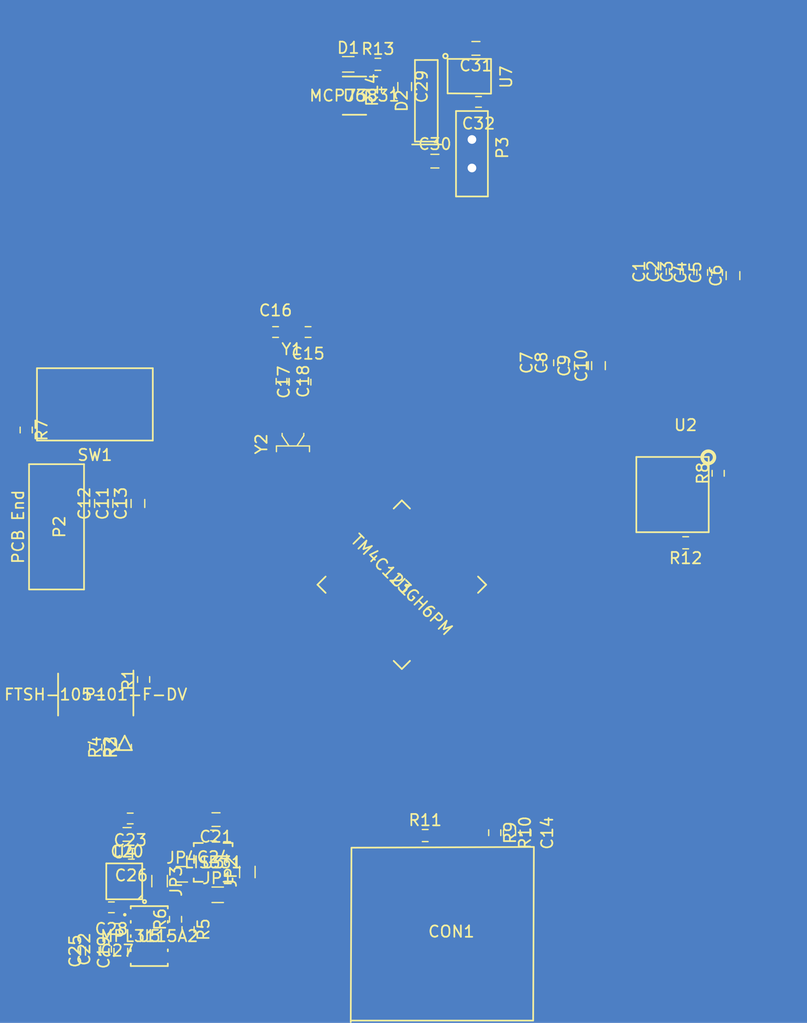
<source format=kicad_pcb>
(kicad_pcb (version 4) (host pcbnew 4.0.7)

  (general
    (links 183)
    (no_connects 179)
    (area 0 0 0 0)
    (thickness 1.6)
    (drawings 2)
    (tracks 0)
    (zones 0)
    (modules 66)
    (nets 81)
  )

  (page A4)
  (layers
    (0 F.Cu signal)
    (31 B.Cu signal hide)
    (32 B.Adhes user)
    (33 F.Adhes user)
    (34 B.Paste user)
    (35 F.Paste user)
    (36 B.SilkS user)
    (37 F.SilkS user)
    (38 B.Mask user)
    (39 F.Mask user)
    (40 Dwgs.User user)
    (41 Cmts.User user)
    (42 Eco1.User user)
    (43 Eco2.User user)
    (44 Edge.Cuts user)
    (45 Margin user)
    (46 B.CrtYd user)
    (47 F.CrtYd user)
    (48 B.Fab user)
    (49 F.Fab user)
  )

  (setup
    (last_trace_width 0.25)
    (user_trace_width 0.2)
    (user_trace_width 0.4)
    (trace_clearance 0.15)
    (zone_clearance 0.508)
    (zone_45_only no)
    (trace_min 0.15)
    (segment_width 0.2)
    (edge_width 0.15)
    (via_size 0.6)
    (via_drill 0.4)
    (via_min_size 0.4)
    (via_min_drill 0.3)
    (uvia_size 0.3)
    (uvia_drill 0.1)
    (uvias_allowed no)
    (uvia_min_size 0.2)
    (uvia_min_drill 0.1)
    (pcb_text_width 0.3)
    (pcb_text_size 1.5 1.5)
    (mod_edge_width 0.15)
    (mod_text_size 1 1)
    (mod_text_width 0.15)
    (pad_size 0.2794 1.6637)
    (pad_drill 0)
    (pad_to_mask_clearance 0.2)
    (aux_axis_origin 0 0)
    (visible_elements 7FFFFFFF)
    (pcbplotparams
      (layerselection 0x00030_80000001)
      (usegerberextensions false)
      (excludeedgelayer true)
      (linewidth 0.100000)
      (plotframeref false)
      (viasonmask false)
      (mode 1)
      (useauxorigin false)
      (hpglpennumber 1)
      (hpglpenspeed 20)
      (hpglpendiameter 15)
      (hpglpenoverlay 2)
      (psnegative false)
      (psa4output false)
      (plotreference true)
      (plotvalue true)
      (plotinvisibletext false)
      (padsonsilk false)
      (subtractmaskfromsilk false)
      (outputformat 1)
      (mirror false)
      (drillshape 1)
      (scaleselection 1)
      (outputdirectory ""))
  )

  (net 0 "")
  (net 1 ACC_CS)
  (net 2 PWR_GND)
  (net 3 PWR_VDDC)
  (net 4 +USB_VBUS)
  (net 5 OSC1)
  (net 6 OSC0)
  (net 7 XOSC0)
  (net 8 XGND)
  (net 9 XOSC1)
  (net 10 "Net-(C27-Pad1)")
  (net 11 "Net-(C28-Pad1)")
  (net 12 /Power/+VBAT)
  (net 13 "Net-(C32-Pad1)")
  (net 14 "Net-(CON1-Pad1)")
  (net 15 PA3/SD~CS)
  (net 16 PA5/SDDI)
  (net 17 PA2/SDCLK)
  (net 18 PA4/SDDO)
  (net 19 "Net-(CON1-Pad8)")
  (net 20 "Net-(D1-Pad1)")
  (net 21 "Net-(D1-Pad2)")
  (net 22 PC1/JTAG_TMS)
  (net 23 "Net-(P1-Pad1)")
  (net 24 PC0/JTAG_TCK)
  (net 25 PC3/JTAG_TDO)
  (net 26 PC2/JTAG_TDI)
  (net 27 "Net-(P1-Pad7)")
  (net 28 RESET)
  (net 29 PD5/USB0_DP)
  (net 30 PD4/USB0_DM)
  (net 31 PB0/USB0_ID)
  (net 32 "Net-(R3-Pad2)")
  (net 33 PB3/I2C_SDA)
  (net 34 PB2/I2C_SCL)
  (net 35 "Net-(R8-Pad2)")
  (net 36 "Net-(R12-Pad2)")
  (net 37 "Net-(R14-Pad2)")
  (net 38 "Net-(U1-Pad1)")
  (net 39 "Net-(U1-Pad4)")
  (net 40 "Net-(U1-Pad5)")
  (net 41 "Net-(U1-Pad6)")
  (net 42 "Net-(U1-Pad7)")
  (net 43 "Net-(U1-Pad8)")
  (net 44 "Net-(U1-Pad9)")
  (net 45 "Net-(U1-Pad10)")
  (net 46 "Net-(U1-Pad13)")
  (net 47 "Net-(U1-Pad14)")
  (net 48 "Net-(U1-Pad15)")
  (net 49 "Net-(U1-Pad16)")
  (net 50 "Net-(U1-Pad17)")
  (net 51 "Net-(U1-Pad18)")
  (net 52 "Net-(U1-Pad23)")
  (net 53 "Net-(U1-Pad24)")
  (net 54 "Net-(U1-Pad28)")
  (net 55 "Net-(U1-Pad29)")
  (net 56 "Net-(U1-Pad30)")
  (net 57 "Net-(U1-Pad31)")
  (net 58 WAKE)
  (net 59 "Net-(U1-Pad33)")
  (net 60 PC1/JTAG_TCK)
  (net 61 "Net-(U1-Pad53)")
  (net 62 "Net-(U1-Pad57)")
  (net 63 "Net-(U1-Pad58)")
  (net 64 "Net-(U1-Pad59)")
  (net 65 "Net-(U1-Pad60)")
  (net 66 PD0/SSI1CLK)
  (net 67 PD1/SSI1Fss)
  (net 68 PD2/SSI1Rx)
  (net 69 PD3/SSI1Tx)
  (net 70 "Net-(U3-Pad2)")
  (net 71 "Net-(U3-Pad3)")
  (net 72 ACC_LSB)
  (net 73 /Sensors/ACC_INT2)
  (net 74 /Sensors/ACC_INT1)
  (net 75 GYR_LSB)
  (net 76 /Sensors/GYR_INT2/DRDY)
  (net 77 /Sensors/GYR_INT1)
  (net 78 /Sensors/GYR_DEN)
  (net 79 /Sensors/BAR_INT2)
  (net 80 /Sensors/BAR_INT1)

  (net_class Default "This is the default net class."
    (clearance 0.15)
    (trace_width 0.25)
    (via_dia 0.6)
    (via_drill 0.4)
    (uvia_dia 0.3)
    (uvia_drill 0.1)
    (add_net +USB_VBUS)
    (add_net /Power/+VBAT)
    (add_net /Sensors/ACC_INT1)
    (add_net /Sensors/ACC_INT2)
    (add_net /Sensors/BAR_INT1)
    (add_net /Sensors/BAR_INT2)
    (add_net /Sensors/GYR_DEN)
    (add_net /Sensors/GYR_INT1)
    (add_net /Sensors/GYR_INT2/DRDY)
    (add_net ACC_CS)
    (add_net ACC_LSB)
    (add_net GYR_LSB)
    (add_net "Net-(C27-Pad1)")
    (add_net "Net-(C28-Pad1)")
    (add_net "Net-(C32-Pad1)")
    (add_net "Net-(CON1-Pad1)")
    (add_net "Net-(CON1-Pad8)")
    (add_net "Net-(D1-Pad1)")
    (add_net "Net-(D1-Pad2)")
    (add_net "Net-(P1-Pad1)")
    (add_net "Net-(P1-Pad7)")
    (add_net "Net-(R12-Pad2)")
    (add_net "Net-(R14-Pad2)")
    (add_net "Net-(R3-Pad2)")
    (add_net "Net-(R8-Pad2)")
    (add_net "Net-(U1-Pad1)")
    (add_net "Net-(U1-Pad10)")
    (add_net "Net-(U1-Pad13)")
    (add_net "Net-(U1-Pad14)")
    (add_net "Net-(U1-Pad15)")
    (add_net "Net-(U1-Pad16)")
    (add_net "Net-(U1-Pad17)")
    (add_net "Net-(U1-Pad18)")
    (add_net "Net-(U1-Pad23)")
    (add_net "Net-(U1-Pad24)")
    (add_net "Net-(U1-Pad28)")
    (add_net "Net-(U1-Pad29)")
    (add_net "Net-(U1-Pad30)")
    (add_net "Net-(U1-Pad31)")
    (add_net "Net-(U1-Pad33)")
    (add_net "Net-(U1-Pad4)")
    (add_net "Net-(U1-Pad5)")
    (add_net "Net-(U1-Pad53)")
    (add_net "Net-(U1-Pad57)")
    (add_net "Net-(U1-Pad58)")
    (add_net "Net-(U1-Pad59)")
    (add_net "Net-(U1-Pad6)")
    (add_net "Net-(U1-Pad60)")
    (add_net "Net-(U1-Pad7)")
    (add_net "Net-(U1-Pad8)")
    (add_net "Net-(U1-Pad9)")
    (add_net "Net-(U3-Pad2)")
    (add_net "Net-(U3-Pad3)")
    (add_net OSC0)
    (add_net OSC1)
    (add_net PA2/SDCLK)
    (add_net PA3/SD~CS)
    (add_net PA4/SDDO)
    (add_net PA5/SDDI)
    (add_net PB0/USB0_ID)
    (add_net PB2/I2C_SCL)
    (add_net PB3/I2C_SDA)
    (add_net PC0/JTAG_TCK)
    (add_net PC1/JTAG_TCK)
    (add_net PC1/JTAG_TMS)
    (add_net PC2/JTAG_TDI)
    (add_net PC3/JTAG_TDO)
    (add_net PD0/SSI1CLK)
    (add_net PD1/SSI1Fss)
    (add_net PD2/SSI1Rx)
    (add_net PD3/SSI1Tx)
    (add_net PD4/USB0_DM)
    (add_net PD5/USB0_DP)
    (add_net PWR_GND)
    (add_net PWR_VDDC)
    (add_net RESET)
    (add_net WAKE)
    (add_net XGND)
    (add_net XOSC0)
    (add_net XOSC1)
  )

  (module "SFUSAT Caps:C_0402" (layer F.Cu) (tedit 596DADC5) (tstamp 5B1814D2)
    (at 122.575 71.7 90)
    (descr "Capacitor SMD 0402, reflow soldering, AVX (see smccp.pdf)")
    (tags "capacitor 0402")
    (path /5AE983E2)
    (attr smd)
    (fp_text reference C1 (at 0 -1.9 90) (layer F.SilkS)
      (effects (font (size 1 1) (thickness 0.15)))
    )
    (fp_text value 0.01uF (at 0 1.27 90) (layer F.Fab)
      (effects (font (size 1 1) (thickness 0.15)))
    )
    (fp_text user %R (at 0 -1.9 90) (layer F.Fab)
      (effects (font (size 1 1) (thickness 0.15)))
    )
    (fp_line (start -0.5 0.25) (end -0.5 -0.25) (layer F.Fab) (width 0.1))
    (fp_line (start 0.5 0.25) (end -0.5 0.25) (layer F.Fab) (width 0.1))
    (fp_line (start 0.5 -0.25) (end 0.5 0.25) (layer F.Fab) (width 0.1))
    (fp_line (start -0.5 -0.25) (end 0.5 -0.25) (layer F.Fab) (width 0.1))
    (fp_line (start 0.25 -0.47) (end -0.25 -0.47) (layer F.SilkS) (width 0.12))
    (fp_line (start -0.25 0.47) (end 0.25 0.47) (layer F.SilkS) (width 0.12))
    (fp_line (start -1 -0.4) (end 1 -0.4) (layer F.CrtYd) (width 0.05))
    (fp_line (start -1 -0.4) (end -1 0.4) (layer F.CrtYd) (width 0.05))
    (fp_line (start 1 0.4) (end 1 -0.4) (layer F.CrtYd) (width 0.05))
    (fp_line (start 1 0.4) (end -1 0.4) (layer F.CrtYd) (width 0.05))
    (pad 1 smd rect (at -0.525 0 90) (size 0.6 0.5) (layers F.Cu F.Paste F.Mask)
      (net 1 ACC_CS) (solder_paste_margin -0.05))
    (pad 2 smd rect (at 0.525 0 90) (size 0.6 0.5) (layers F.Cu F.Paste F.Mask)
      (net 2 PWR_GND) (solder_paste_margin -0.05))
    (model Capacitors_SMD.3dshapes/C_0402.wrl
      (at (xyz 0 0 0))
      (scale (xyz 1 1 1))
      (rotate (xyz 0 0 0))
    )
  )

  (module "SFUSAT Caps:C_0402" (layer F.Cu) (tedit 596DADC5) (tstamp 5B1814D8)
    (at 123.8 71.675 90)
    (descr "Capacitor SMD 0402, reflow soldering, AVX (see smccp.pdf)")
    (tags "capacitor 0402")
    (path /5AE98474)
    (attr smd)
    (fp_text reference C2 (at 0 -1.9 90) (layer F.SilkS)
      (effects (font (size 1 1) (thickness 0.15)))
    )
    (fp_text value 0.1uF (at 0 1.27 90) (layer F.Fab)
      (effects (font (size 1 1) (thickness 0.15)))
    )
    (fp_text user %R (at -0.0635 -2.032 90) (layer F.Fab)
      (effects (font (size 1 1) (thickness 0.15)))
    )
    (fp_line (start -0.5 0.25) (end -0.5 -0.25) (layer F.Fab) (width 0.1))
    (fp_line (start 0.5 0.25) (end -0.5 0.25) (layer F.Fab) (width 0.1))
    (fp_line (start 0.5 -0.25) (end 0.5 0.25) (layer F.Fab) (width 0.1))
    (fp_line (start -0.5 -0.25) (end 0.5 -0.25) (layer F.Fab) (width 0.1))
    (fp_line (start 0.25 -0.47) (end -0.25 -0.47) (layer F.SilkS) (width 0.12))
    (fp_line (start -0.25 0.47) (end 0.25 0.47) (layer F.SilkS) (width 0.12))
    (fp_line (start -1 -0.4) (end 1 -0.4) (layer F.CrtYd) (width 0.05))
    (fp_line (start -1 -0.4) (end -1 0.4) (layer F.CrtYd) (width 0.05))
    (fp_line (start 1 0.4) (end 1 -0.4) (layer F.CrtYd) (width 0.05))
    (fp_line (start 1 0.4) (end -1 0.4) (layer F.CrtYd) (width 0.05))
    (pad 1 smd rect (at -0.525 0 90) (size 0.6 0.5) (layers F.Cu F.Paste F.Mask)
      (net 1 ACC_CS) (solder_paste_margin -0.05))
    (pad 2 smd rect (at 0.525 0 90) (size 0.6 0.5) (layers F.Cu F.Paste F.Mask)
      (net 2 PWR_GND) (solder_paste_margin -0.05))
    (model Capacitors_SMD.3dshapes/C_0402.wrl
      (at (xyz 0 0 0))
      (scale (xyz 1 1 1))
      (rotate (xyz 0 0 0))
    )
  )

  (module "SFUSAT Caps:C_0402" (layer F.Cu) (tedit 596DADC5) (tstamp 5B1814DE)
    (at 125 71.7 90)
    (descr "Capacitor SMD 0402, reflow soldering, AVX (see smccp.pdf)")
    (tags "capacitor 0402")
    (path /5AE984E0)
    (attr smd)
    (fp_text reference C3 (at 0 -1.9 90) (layer F.SilkS)
      (effects (font (size 1 1) (thickness 0.15)))
    )
    (fp_text value 0.01uF (at 0 1.27 90) (layer F.Fab)
      (effects (font (size 1 1) (thickness 0.15)))
    )
    (fp_text user %R (at 0 -1.9 90) (layer F.Fab)
      (effects (font (size 1 1) (thickness 0.15)))
    )
    (fp_line (start -0.5 0.25) (end -0.5 -0.25) (layer F.Fab) (width 0.1))
    (fp_line (start 0.5 0.25) (end -0.5 0.25) (layer F.Fab) (width 0.1))
    (fp_line (start 0.5 -0.25) (end 0.5 0.25) (layer F.Fab) (width 0.1))
    (fp_line (start -0.5 -0.25) (end 0.5 -0.25) (layer F.Fab) (width 0.1))
    (fp_line (start 0.25 -0.47) (end -0.25 -0.47) (layer F.SilkS) (width 0.12))
    (fp_line (start -0.25 0.47) (end 0.25 0.47) (layer F.SilkS) (width 0.12))
    (fp_line (start -1 -0.4) (end 1 -0.4) (layer F.CrtYd) (width 0.05))
    (fp_line (start -1 -0.4) (end -1 0.4) (layer F.CrtYd) (width 0.05))
    (fp_line (start 1 0.4) (end 1 -0.4) (layer F.CrtYd) (width 0.05))
    (fp_line (start 1 0.4) (end -1 0.4) (layer F.CrtYd) (width 0.05))
    (pad 1 smd rect (at -0.525 0 90) (size 0.6 0.5) (layers F.Cu F.Paste F.Mask)
      (net 1 ACC_CS) (solder_paste_margin -0.05))
    (pad 2 smd rect (at 0.525 0 90) (size 0.6 0.5) (layers F.Cu F.Paste F.Mask)
      (net 2 PWR_GND) (solder_paste_margin -0.05))
    (model Capacitors_SMD.3dshapes/C_0402.wrl
      (at (xyz 0 0 0))
      (scale (xyz 1 1 1))
      (rotate (xyz 0 0 0))
    )
  )

  (module "SFUSAT Caps:C_0402" (layer F.Cu) (tedit 596DADC5) (tstamp 5B1814E4)
    (at 126.2 71.775 90)
    (descr "Capacitor SMD 0402, reflow soldering, AVX (see smccp.pdf)")
    (tags "capacitor 0402")
    (path /5AE98553)
    (attr smd)
    (fp_text reference C4 (at 0 -1.9 90) (layer F.SilkS)
      (effects (font (size 1 1) (thickness 0.15)))
    )
    (fp_text value 0.1uF (at 0 1.27 90) (layer F.Fab)
      (effects (font (size 1 1) (thickness 0.15)))
    )
    (fp_text user %R (at 0 -1.9 90) (layer F.Fab)
      (effects (font (size 1 1) (thickness 0.15)))
    )
    (fp_line (start -0.5 0.25) (end -0.5 -0.25) (layer F.Fab) (width 0.1))
    (fp_line (start 0.5 0.25) (end -0.5 0.25) (layer F.Fab) (width 0.1))
    (fp_line (start 0.5 -0.25) (end 0.5 0.25) (layer F.Fab) (width 0.1))
    (fp_line (start -0.5 -0.25) (end 0.5 -0.25) (layer F.Fab) (width 0.1))
    (fp_line (start 0.25 -0.47) (end -0.25 -0.47) (layer F.SilkS) (width 0.12))
    (fp_line (start -0.25 0.47) (end 0.25 0.47) (layer F.SilkS) (width 0.12))
    (fp_line (start -1 -0.4) (end 1 -0.4) (layer F.CrtYd) (width 0.05))
    (fp_line (start -1 -0.4) (end -1 0.4) (layer F.CrtYd) (width 0.05))
    (fp_line (start 1 0.4) (end 1 -0.4) (layer F.CrtYd) (width 0.05))
    (fp_line (start 1 0.4) (end -1 0.4) (layer F.CrtYd) (width 0.05))
    (pad 1 smd rect (at -0.525 0 90) (size 0.6 0.5) (layers F.Cu F.Paste F.Mask)
      (net 1 ACC_CS) (solder_paste_margin -0.05))
    (pad 2 smd rect (at 0.525 0 90) (size 0.6 0.5) (layers F.Cu F.Paste F.Mask)
      (net 2 PWR_GND) (solder_paste_margin -0.05))
    (model Capacitors_SMD.3dshapes/C_0402.wrl
      (at (xyz 0 0 0))
      (scale (xyz 1 1 1))
      (rotate (xyz 0 0 0))
    )
  )

  (module "SFUSAT Caps:C_0402" (layer F.Cu) (tedit 596DADC5) (tstamp 5B1814EA)
    (at 127.5 71.775 90)
    (descr "Capacitor SMD 0402, reflow soldering, AVX (see smccp.pdf)")
    (tags "capacitor 0402")
    (path /5AE985C9)
    (attr smd)
    (fp_text reference C5 (at 0 -1.9 90) (layer F.SilkS)
      (effects (font (size 1 1) (thickness 0.15)))
    )
    (fp_text value 0.01uF (at 0 1.27 90) (layer F.Fab)
      (effects (font (size 1 1) (thickness 0.15)))
    )
    (fp_text user %R (at 0 -1.9 90) (layer F.Fab)
      (effects (font (size 1 1) (thickness 0.15)))
    )
    (fp_line (start -0.5 0.25) (end -0.5 -0.25) (layer F.Fab) (width 0.1))
    (fp_line (start 0.5 0.25) (end -0.5 0.25) (layer F.Fab) (width 0.1))
    (fp_line (start 0.5 -0.25) (end 0.5 0.25) (layer F.Fab) (width 0.1))
    (fp_line (start -0.5 -0.25) (end 0.5 -0.25) (layer F.Fab) (width 0.1))
    (fp_line (start 0.25 -0.47) (end -0.25 -0.47) (layer F.SilkS) (width 0.12))
    (fp_line (start -0.25 0.47) (end 0.25 0.47) (layer F.SilkS) (width 0.12))
    (fp_line (start -1 -0.4) (end 1 -0.4) (layer F.CrtYd) (width 0.05))
    (fp_line (start -1 -0.4) (end -1 0.4) (layer F.CrtYd) (width 0.05))
    (fp_line (start 1 0.4) (end 1 -0.4) (layer F.CrtYd) (width 0.05))
    (fp_line (start 1 0.4) (end -1 0.4) (layer F.CrtYd) (width 0.05))
    (pad 1 smd rect (at -0.525 0 90) (size 0.6 0.5) (layers F.Cu F.Paste F.Mask)
      (net 1 ACC_CS) (solder_paste_margin -0.05))
    (pad 2 smd rect (at 0.525 0 90) (size 0.6 0.5) (layers F.Cu F.Paste F.Mask)
      (net 2 PWR_GND) (solder_paste_margin -0.05))
    (model Capacitors_SMD.3dshapes/C_0402.wrl
      (at (xyz 0 0 0))
      (scale (xyz 1 1 1))
      (rotate (xyz 0 0 0))
    )
  )

  (module "SFUSAT Caps:C_0603" (layer F.Cu) (tedit 5929F3AE) (tstamp 5B1814F0)
    (at 128.9 72.05 90)
    (descr "Capacitor SMD 0603, reflow soldering, AVX (see smccp.pdf)")
    (tags "capacitor 0603")
    (path /5AE98760)
    (attr smd)
    (fp_text reference C6 (at 0 -1.5 90) (layer F.SilkS)
      (effects (font (size 1 1) (thickness 0.15)))
    )
    (fp_text value 1uF (at 0 1.5 90) (layer F.Fab)
      (effects (font (size 1 1) (thickness 0.15)))
    )
    (fp_text user %R (at 0 -1.5 90) (layer F.Fab)
      (effects (font (size 1 1) (thickness 0.15)))
    )
    (fp_line (start -0.8 0.4) (end -0.8 -0.4) (layer F.Fab) (width 0.1))
    (fp_line (start 0.8 0.4) (end -0.8 0.4) (layer F.Fab) (width 0.1))
    (fp_line (start 0.8 -0.4) (end 0.8 0.4) (layer F.Fab) (width 0.1))
    (fp_line (start -0.8 -0.4) (end 0.8 -0.4) (layer F.Fab) (width 0.1))
    (fp_line (start -0.35 -0.6) (end 0.35 -0.6) (layer F.SilkS) (width 0.12))
    (fp_line (start 0.35 0.6) (end -0.35 0.6) (layer F.SilkS) (width 0.12))
    (fp_line (start -1.4 -0.65) (end 1.4 -0.65) (layer F.CrtYd) (width 0.05))
    (fp_line (start -1.4 -0.65) (end -1.4 0.65) (layer F.CrtYd) (width 0.05))
    (fp_line (start 1.4 0.65) (end 1.4 -0.65) (layer F.CrtYd) (width 0.05))
    (fp_line (start 1.4 0.65) (end -1.4 0.65) (layer F.CrtYd) (width 0.05))
    (pad 1 smd rect (at -0.75 0 90) (size 0.8 0.75) (layers F.Cu F.Paste F.Mask)
      (net 1 ACC_CS) (solder_paste_margin -0.05))
    (pad 2 smd rect (at 0.75 0 90) (size 0.8 0.75) (layers F.Cu F.Paste F.Mask)
      (net 2 PWR_GND) (solder_paste_margin -0.05))
    (model Capacitors_SMD.3dshapes/C_0603.wrl
      (at (xyz 0 0 0))
      (scale (xyz 1 1 1))
      (rotate (xyz 0 0 0))
    )
  )

  (module "SFUSAT Caps:C_0402" (layer F.Cu) (tedit 596DADC5) (tstamp 5B1814F6)
    (at 112.7 79.7 90)
    (descr "Capacitor SMD 0402, reflow soldering, AVX (see smccp.pdf)")
    (tags "capacitor 0402")
    (path /5AE99508)
    (attr smd)
    (fp_text reference C7 (at 0 -1.9 90) (layer F.SilkS)
      (effects (font (size 1 1) (thickness 0.15)))
    )
    (fp_text value 0.1uF (at 0 1.27 90) (layer F.Fab)
      (effects (font (size 1 1) (thickness 0.15)))
    )
    (fp_text user %R (at 0 -1.9 90) (layer F.Fab)
      (effects (font (size 1 1) (thickness 0.15)))
    )
    (fp_line (start -0.5 0.25) (end -0.5 -0.25) (layer F.Fab) (width 0.1))
    (fp_line (start 0.5 0.25) (end -0.5 0.25) (layer F.Fab) (width 0.1))
    (fp_line (start 0.5 -0.25) (end 0.5 0.25) (layer F.Fab) (width 0.1))
    (fp_line (start -0.5 -0.25) (end 0.5 -0.25) (layer F.Fab) (width 0.1))
    (fp_line (start 0.25 -0.47) (end -0.25 -0.47) (layer F.SilkS) (width 0.12))
    (fp_line (start -0.25 0.47) (end 0.25 0.47) (layer F.SilkS) (width 0.12))
    (fp_line (start -1 -0.4) (end 1 -0.4) (layer F.CrtYd) (width 0.05))
    (fp_line (start -1 -0.4) (end -1 0.4) (layer F.CrtYd) (width 0.05))
    (fp_line (start 1 0.4) (end 1 -0.4) (layer F.CrtYd) (width 0.05))
    (fp_line (start 1 0.4) (end -1 0.4) (layer F.CrtYd) (width 0.05))
    (pad 1 smd rect (at -0.525 0 90) (size 0.6 0.5) (layers F.Cu F.Paste F.Mask)
      (net 3 PWR_VDDC) (solder_paste_margin -0.05))
    (pad 2 smd rect (at 0.525 0 90) (size 0.6 0.5) (layers F.Cu F.Paste F.Mask)
      (net 2 PWR_GND) (solder_paste_margin -0.05))
    (model Capacitors_SMD.3dshapes/C_0402.wrl
      (at (xyz 0 0 0))
      (scale (xyz 1 1 1))
      (rotate (xyz 0 0 0))
    )
  )

  (module "SFUSAT Caps:C_0402" (layer F.Cu) (tedit 596DADC5) (tstamp 5B1814FC)
    (at 114 79.7 90)
    (descr "Capacitor SMD 0402, reflow soldering, AVX (see smccp.pdf)")
    (tags "capacitor 0402")
    (path /5AE9A0D4)
    (attr smd)
    (fp_text reference C8 (at 0 -1.9 90) (layer F.SilkS)
      (effects (font (size 1 1) (thickness 0.15)))
    )
    (fp_text value 0.1uF (at 0 1.27 90) (layer F.Fab)
      (effects (font (size 1 1) (thickness 0.15)))
    )
    (fp_text user %R (at 0 -1.9 90) (layer F.Fab)
      (effects (font (size 1 1) (thickness 0.15)))
    )
    (fp_line (start -0.5 0.25) (end -0.5 -0.25) (layer F.Fab) (width 0.1))
    (fp_line (start 0.5 0.25) (end -0.5 0.25) (layer F.Fab) (width 0.1))
    (fp_line (start 0.5 -0.25) (end 0.5 0.25) (layer F.Fab) (width 0.1))
    (fp_line (start -0.5 -0.25) (end 0.5 -0.25) (layer F.Fab) (width 0.1))
    (fp_line (start 0.25 -0.47) (end -0.25 -0.47) (layer F.SilkS) (width 0.12))
    (fp_line (start -0.25 0.47) (end 0.25 0.47) (layer F.SilkS) (width 0.12))
    (fp_line (start -1 -0.4) (end 1 -0.4) (layer F.CrtYd) (width 0.05))
    (fp_line (start -1 -0.4) (end -1 0.4) (layer F.CrtYd) (width 0.05))
    (fp_line (start 1 0.4) (end 1 -0.4) (layer F.CrtYd) (width 0.05))
    (fp_line (start 1 0.4) (end -1 0.4) (layer F.CrtYd) (width 0.05))
    (pad 1 smd rect (at -0.525 0 90) (size 0.6 0.5) (layers F.Cu F.Paste F.Mask)
      (net 3 PWR_VDDC) (solder_paste_margin -0.05))
    (pad 2 smd rect (at 0.525 0 90) (size 0.6 0.5) (layers F.Cu F.Paste F.Mask)
      (net 2 PWR_GND) (solder_paste_margin -0.05))
    (model Capacitors_SMD.3dshapes/C_0402.wrl
      (at (xyz 0 0 0))
      (scale (xyz 1 1 1))
      (rotate (xyz 0 0 0))
    )
  )

  (module "SFUSAT Caps:C_0603" (layer F.Cu) (tedit 5929F3AE) (tstamp 5B181502)
    (at 115.6 79.95 90)
    (descr "Capacitor SMD 0603, reflow soldering, AVX (see smccp.pdf)")
    (tags "capacitor 0603")
    (path /5AE9A16C)
    (attr smd)
    (fp_text reference C9 (at 0 -1.5 90) (layer F.SilkS)
      (effects (font (size 1 1) (thickness 0.15)))
    )
    (fp_text value 1uF (at 0 1.5 90) (layer F.Fab)
      (effects (font (size 1 1) (thickness 0.15)))
    )
    (fp_text user %R (at 0 -1.5 90) (layer F.Fab)
      (effects (font (size 1 1) (thickness 0.15)))
    )
    (fp_line (start -0.8 0.4) (end -0.8 -0.4) (layer F.Fab) (width 0.1))
    (fp_line (start 0.8 0.4) (end -0.8 0.4) (layer F.Fab) (width 0.1))
    (fp_line (start 0.8 -0.4) (end 0.8 0.4) (layer F.Fab) (width 0.1))
    (fp_line (start -0.8 -0.4) (end 0.8 -0.4) (layer F.Fab) (width 0.1))
    (fp_line (start -0.35 -0.6) (end 0.35 -0.6) (layer F.SilkS) (width 0.12))
    (fp_line (start 0.35 0.6) (end -0.35 0.6) (layer F.SilkS) (width 0.12))
    (fp_line (start -1.4 -0.65) (end 1.4 -0.65) (layer F.CrtYd) (width 0.05))
    (fp_line (start -1.4 -0.65) (end -1.4 0.65) (layer F.CrtYd) (width 0.05))
    (fp_line (start 1.4 0.65) (end 1.4 -0.65) (layer F.CrtYd) (width 0.05))
    (fp_line (start 1.4 0.65) (end -1.4 0.65) (layer F.CrtYd) (width 0.05))
    (pad 1 smd rect (at -0.75 0 90) (size 0.8 0.75) (layers F.Cu F.Paste F.Mask)
      (net 3 PWR_VDDC) (solder_paste_margin -0.05))
    (pad 2 smd rect (at 0.75 0 90) (size 0.8 0.75) (layers F.Cu F.Paste F.Mask)
      (net 2 PWR_GND) (solder_paste_margin -0.05))
    (model Capacitors_SMD.3dshapes/C_0603.wrl
      (at (xyz 0 0 0))
      (scale (xyz 1 1 1))
      (rotate (xyz 0 0 0))
    )
  )

  (module "SFUSAT Caps:C_0603" (layer F.Cu) (tedit 5929F3AE) (tstamp 5B181508)
    (at 117.1 79.95 90)
    (descr "Capacitor SMD 0603, reflow soldering, AVX (see smccp.pdf)")
    (tags "capacitor 0603")
    (path /5AE9A209)
    (attr smd)
    (fp_text reference C10 (at 0 -1.5 90) (layer F.SilkS)
      (effects (font (size 1 1) (thickness 0.15)))
    )
    (fp_text value 2.2uF (at 0 1.5 90) (layer F.Fab)
      (effects (font (size 1 1) (thickness 0.15)))
    )
    (fp_text user %R (at 0 -1.5 90) (layer F.Fab)
      (effects (font (size 1 1) (thickness 0.15)))
    )
    (fp_line (start -0.8 0.4) (end -0.8 -0.4) (layer F.Fab) (width 0.1))
    (fp_line (start 0.8 0.4) (end -0.8 0.4) (layer F.Fab) (width 0.1))
    (fp_line (start 0.8 -0.4) (end 0.8 0.4) (layer F.Fab) (width 0.1))
    (fp_line (start -0.8 -0.4) (end 0.8 -0.4) (layer F.Fab) (width 0.1))
    (fp_line (start -0.35 -0.6) (end 0.35 -0.6) (layer F.SilkS) (width 0.12))
    (fp_line (start 0.35 0.6) (end -0.35 0.6) (layer F.SilkS) (width 0.12))
    (fp_line (start -1.4 -0.65) (end 1.4 -0.65) (layer F.CrtYd) (width 0.05))
    (fp_line (start -1.4 -0.65) (end -1.4 0.65) (layer F.CrtYd) (width 0.05))
    (fp_line (start 1.4 0.65) (end 1.4 -0.65) (layer F.CrtYd) (width 0.05))
    (fp_line (start 1.4 0.65) (end -1.4 0.65) (layer F.CrtYd) (width 0.05))
    (pad 1 smd rect (at -0.75 0 90) (size 0.8 0.75) (layers F.Cu F.Paste F.Mask)
      (net 3 PWR_VDDC) (solder_paste_margin -0.05))
    (pad 2 smd rect (at 0.75 0 90) (size 0.8 0.75) (layers F.Cu F.Paste F.Mask)
      (net 2 PWR_GND) (solder_paste_margin -0.05))
    (model Capacitors_SMD.3dshapes/C_0603.wrl
      (at (xyz 0 0 0))
      (scale (xyz 1 1 1))
      (rotate (xyz 0 0 0))
    )
  )

  (module "SFUSAT Caps:C_0603" (layer F.Cu) (tedit 5929F3AE) (tstamp 5B18150E)
    (at 75.1 92.05 90)
    (descr "Capacitor SMD 0603, reflow soldering, AVX (see smccp.pdf)")
    (tags "capacitor 0603")
    (path /5AECAB18)
    (attr smd)
    (fp_text reference C11 (at 0 -1.5 90) (layer F.SilkS)
      (effects (font (size 1 1) (thickness 0.15)))
    )
    (fp_text value 1uF (at 0 1.5 90) (layer F.Fab)
      (effects (font (size 1 1) (thickness 0.15)))
    )
    (fp_text user %R (at 0 -1.5 90) (layer F.Fab)
      (effects (font (size 1 1) (thickness 0.15)))
    )
    (fp_line (start -0.8 0.4) (end -0.8 -0.4) (layer F.Fab) (width 0.1))
    (fp_line (start 0.8 0.4) (end -0.8 0.4) (layer F.Fab) (width 0.1))
    (fp_line (start 0.8 -0.4) (end 0.8 0.4) (layer F.Fab) (width 0.1))
    (fp_line (start -0.8 -0.4) (end 0.8 -0.4) (layer F.Fab) (width 0.1))
    (fp_line (start -0.35 -0.6) (end 0.35 -0.6) (layer F.SilkS) (width 0.12))
    (fp_line (start 0.35 0.6) (end -0.35 0.6) (layer F.SilkS) (width 0.12))
    (fp_line (start -1.4 -0.65) (end 1.4 -0.65) (layer F.CrtYd) (width 0.05))
    (fp_line (start -1.4 -0.65) (end -1.4 0.65) (layer F.CrtYd) (width 0.05))
    (fp_line (start 1.4 0.65) (end 1.4 -0.65) (layer F.CrtYd) (width 0.05))
    (fp_line (start 1.4 0.65) (end -1.4 0.65) (layer F.CrtYd) (width 0.05))
    (pad 1 smd rect (at -0.75 0 90) (size 0.8 0.75) (layers F.Cu F.Paste F.Mask)
      (net 4 +USB_VBUS) (solder_paste_margin -0.05))
    (pad 2 smd rect (at 0.75 0 90) (size 0.8 0.75) (layers F.Cu F.Paste F.Mask)
      (net 2 PWR_GND) (solder_paste_margin -0.05))
    (model Capacitors_SMD.3dshapes/C_0603.wrl
      (at (xyz 0 0 0))
      (scale (xyz 1 1 1))
      (rotate (xyz 0 0 0))
    )
  )

  (module "SFUSAT Caps:C_0603" (layer F.Cu) (tedit 5929F3AE) (tstamp 5B181514)
    (at 73.5 92.05 90)
    (descr "Capacitor SMD 0603, reflow soldering, AVX (see smccp.pdf)")
    (tags "capacitor 0603")
    (path /5AECB307)
    (attr smd)
    (fp_text reference C12 (at 0 -1.5 90) (layer F.SilkS)
      (effects (font (size 1 1) (thickness 0.15)))
    )
    (fp_text value 1uF (at 0 1.5 90) (layer F.Fab)
      (effects (font (size 1 1) (thickness 0.15)))
    )
    (fp_text user %R (at 0 -1.5 90) (layer F.Fab)
      (effects (font (size 1 1) (thickness 0.15)))
    )
    (fp_line (start -0.8 0.4) (end -0.8 -0.4) (layer F.Fab) (width 0.1))
    (fp_line (start 0.8 0.4) (end -0.8 0.4) (layer F.Fab) (width 0.1))
    (fp_line (start 0.8 -0.4) (end 0.8 0.4) (layer F.Fab) (width 0.1))
    (fp_line (start -0.8 -0.4) (end 0.8 -0.4) (layer F.Fab) (width 0.1))
    (fp_line (start -0.35 -0.6) (end 0.35 -0.6) (layer F.SilkS) (width 0.12))
    (fp_line (start 0.35 0.6) (end -0.35 0.6) (layer F.SilkS) (width 0.12))
    (fp_line (start -1.4 -0.65) (end 1.4 -0.65) (layer F.CrtYd) (width 0.05))
    (fp_line (start -1.4 -0.65) (end -1.4 0.65) (layer F.CrtYd) (width 0.05))
    (fp_line (start 1.4 0.65) (end 1.4 -0.65) (layer F.CrtYd) (width 0.05))
    (fp_line (start 1.4 0.65) (end -1.4 0.65) (layer F.CrtYd) (width 0.05))
    (pad 1 smd rect (at -0.75 0 90) (size 0.8 0.75) (layers F.Cu F.Paste F.Mask)
      (net 4 +USB_VBUS) (solder_paste_margin -0.05))
    (pad 2 smd rect (at 0.75 0 90) (size 0.8 0.75) (layers F.Cu F.Paste F.Mask)
      (net 2 PWR_GND) (solder_paste_margin -0.05))
    (model Capacitors_SMD.3dshapes/C_0603.wrl
      (at (xyz 0 0 0))
      (scale (xyz 1 1 1))
      (rotate (xyz 0 0 0))
    )
  )

  (module "SFUSAT Caps:C_0603" (layer F.Cu) (tedit 5929F3AE) (tstamp 5B18151A)
    (at 76.7 92.05 90)
    (descr "Capacitor SMD 0603, reflow soldering, AVX (see smccp.pdf)")
    (tags "capacitor 0603")
    (path /5AECB3B0)
    (attr smd)
    (fp_text reference C13 (at 0 -1.5 90) (layer F.SilkS)
      (effects (font (size 1 1) (thickness 0.15)))
    )
    (fp_text value 1uF (at 0 1.5 90) (layer F.Fab)
      (effects (font (size 1 1) (thickness 0.15)))
    )
    (fp_text user %R (at 0 -1.5 90) (layer F.Fab)
      (effects (font (size 1 1) (thickness 0.15)))
    )
    (fp_line (start -0.8 0.4) (end -0.8 -0.4) (layer F.Fab) (width 0.1))
    (fp_line (start 0.8 0.4) (end -0.8 0.4) (layer F.Fab) (width 0.1))
    (fp_line (start 0.8 -0.4) (end 0.8 0.4) (layer F.Fab) (width 0.1))
    (fp_line (start -0.8 -0.4) (end 0.8 -0.4) (layer F.Fab) (width 0.1))
    (fp_line (start -0.35 -0.6) (end 0.35 -0.6) (layer F.SilkS) (width 0.12))
    (fp_line (start 0.35 0.6) (end -0.35 0.6) (layer F.SilkS) (width 0.12))
    (fp_line (start -1.4 -0.65) (end 1.4 -0.65) (layer F.CrtYd) (width 0.05))
    (fp_line (start -1.4 -0.65) (end -1.4 0.65) (layer F.CrtYd) (width 0.05))
    (fp_line (start 1.4 0.65) (end 1.4 -0.65) (layer F.CrtYd) (width 0.05))
    (fp_line (start 1.4 0.65) (end -1.4 0.65) (layer F.CrtYd) (width 0.05))
    (pad 1 smd rect (at -0.75 0 90) (size 0.8 0.75) (layers F.Cu F.Paste F.Mask)
      (net 4 +USB_VBUS) (solder_paste_margin -0.05))
    (pad 2 smd rect (at 0.75 0 90) (size 0.8 0.75) (layers F.Cu F.Paste F.Mask)
      (net 2 PWR_GND) (solder_paste_margin -0.05))
    (model Capacitors_SMD.3dshapes/C_0603.wrl
      (at (xyz 0 0 0))
      (scale (xyz 1 1 1))
      (rotate (xyz 0 0 0))
    )
  )

  (module "SFUSAT Caps:C_0402" (layer F.Cu) (tedit 596DADC5) (tstamp 5B181520)
    (at 110.7 120.975 270)
    (descr "Capacitor SMD 0402, reflow soldering, AVX (see smccp.pdf)")
    (tags "capacitor 0402")
    (path /5AEA905A)
    (attr smd)
    (fp_text reference C14 (at 0 -1.9 270) (layer F.SilkS)
      (effects (font (size 1 1) (thickness 0.15)))
    )
    (fp_text value 0.1uF (at 0 1.27 270) (layer F.Fab)
      (effects (font (size 1 1) (thickness 0.15)))
    )
    (fp_text user %R (at 0 -1.9 270) (layer F.Fab)
      (effects (font (size 1 1) (thickness 0.15)))
    )
    (fp_line (start -0.5 0.25) (end -0.5 -0.25) (layer F.Fab) (width 0.1))
    (fp_line (start 0.5 0.25) (end -0.5 0.25) (layer F.Fab) (width 0.1))
    (fp_line (start 0.5 -0.25) (end 0.5 0.25) (layer F.Fab) (width 0.1))
    (fp_line (start -0.5 -0.25) (end 0.5 -0.25) (layer F.Fab) (width 0.1))
    (fp_line (start 0.25 -0.47) (end -0.25 -0.47) (layer F.SilkS) (width 0.12))
    (fp_line (start -0.25 0.47) (end 0.25 0.47) (layer F.SilkS) (width 0.12))
    (fp_line (start -1 -0.4) (end 1 -0.4) (layer F.CrtYd) (width 0.05))
    (fp_line (start -1 -0.4) (end -1 0.4) (layer F.CrtYd) (width 0.05))
    (fp_line (start 1 0.4) (end 1 -0.4) (layer F.CrtYd) (width 0.05))
    (fp_line (start 1 0.4) (end -1 0.4) (layer F.CrtYd) (width 0.05))
    (pad 1 smd rect (at -0.525 0 270) (size 0.6 0.5) (layers F.Cu F.Paste F.Mask)
      (net 1 ACC_CS) (solder_paste_margin -0.05))
    (pad 2 smd rect (at 0.525 0 270) (size 0.6 0.5) (layers F.Cu F.Paste F.Mask)
      (net 2 PWR_GND) (solder_paste_margin -0.05))
    (model Capacitors_SMD.3dshapes/C_0402.wrl
      (at (xyz 0 0 0))
      (scale (xyz 1 1 1))
      (rotate (xyz 0 0 0))
    )
  )

  (module "SFUSAT Caps:C_0402" (layer F.Cu) (tedit 596DADC5) (tstamp 5B181526)
    (at 91.625 77 180)
    (descr "Capacitor SMD 0402, reflow soldering, AVX (see smccp.pdf)")
    (tags "capacitor 0402")
    (path /5AE863A7)
    (attr smd)
    (fp_text reference C15 (at 0 -1.9 180) (layer F.SilkS)
      (effects (font (size 1 1) (thickness 0.15)))
    )
    (fp_text value 10pF (at 0 1.27 180) (layer F.Fab)
      (effects (font (size 1 1) (thickness 0.15)))
    )
    (fp_text user %R (at 0 -1.9 180) (layer F.Fab)
      (effects (font (size 1 1) (thickness 0.15)))
    )
    (fp_line (start -0.5 0.25) (end -0.5 -0.25) (layer F.Fab) (width 0.1))
    (fp_line (start 0.5 0.25) (end -0.5 0.25) (layer F.Fab) (width 0.1))
    (fp_line (start 0.5 -0.25) (end 0.5 0.25) (layer F.Fab) (width 0.1))
    (fp_line (start -0.5 -0.25) (end 0.5 -0.25) (layer F.Fab) (width 0.1))
    (fp_line (start 0.25 -0.47) (end -0.25 -0.47) (layer F.SilkS) (width 0.12))
    (fp_line (start -0.25 0.47) (end 0.25 0.47) (layer F.SilkS) (width 0.12))
    (fp_line (start -1 -0.4) (end 1 -0.4) (layer F.CrtYd) (width 0.05))
    (fp_line (start -1 -0.4) (end -1 0.4) (layer F.CrtYd) (width 0.05))
    (fp_line (start 1 0.4) (end 1 -0.4) (layer F.CrtYd) (width 0.05))
    (fp_line (start 1 0.4) (end -1 0.4) (layer F.CrtYd) (width 0.05))
    (pad 1 smd rect (at -0.525 0 180) (size 0.6 0.5) (layers F.Cu F.Paste F.Mask)
      (net 5 OSC1) (solder_paste_margin -0.05))
    (pad 2 smd rect (at 0.525 0 180) (size 0.6 0.5) (layers F.Cu F.Paste F.Mask)
      (net 2 PWR_GND) (solder_paste_margin -0.05))
    (model Capacitors_SMD.3dshapes/C_0402.wrl
      (at (xyz 0 0 0))
      (scale (xyz 1 1 1))
      (rotate (xyz 0 0 0))
    )
  )

  (module "SFUSAT Caps:C_0402" (layer F.Cu) (tedit 596DADC5) (tstamp 5B18152C)
    (at 88.775 77)
    (descr "Capacitor SMD 0402, reflow soldering, AVX (see smccp.pdf)")
    (tags "capacitor 0402")
    (path /5AE864E0)
    (attr smd)
    (fp_text reference C16 (at 0 -1.9) (layer F.SilkS)
      (effects (font (size 1 1) (thickness 0.15)))
    )
    (fp_text value 10pF (at 0 1.27) (layer F.Fab)
      (effects (font (size 1 1) (thickness 0.15)))
    )
    (fp_text user %R (at 0 -1.9) (layer F.Fab)
      (effects (font (size 1 1) (thickness 0.15)))
    )
    (fp_line (start -0.5 0.25) (end -0.5 -0.25) (layer F.Fab) (width 0.1))
    (fp_line (start 0.5 0.25) (end -0.5 0.25) (layer F.Fab) (width 0.1))
    (fp_line (start 0.5 -0.25) (end 0.5 0.25) (layer F.Fab) (width 0.1))
    (fp_line (start -0.5 -0.25) (end 0.5 -0.25) (layer F.Fab) (width 0.1))
    (fp_line (start 0.25 -0.47) (end -0.25 -0.47) (layer F.SilkS) (width 0.12))
    (fp_line (start -0.25 0.47) (end 0.25 0.47) (layer F.SilkS) (width 0.12))
    (fp_line (start -1 -0.4) (end 1 -0.4) (layer F.CrtYd) (width 0.05))
    (fp_line (start -1 -0.4) (end -1 0.4) (layer F.CrtYd) (width 0.05))
    (fp_line (start 1 0.4) (end 1 -0.4) (layer F.CrtYd) (width 0.05))
    (fp_line (start 1 0.4) (end -1 0.4) (layer F.CrtYd) (width 0.05))
    (pad 1 smd rect (at -0.525 0) (size 0.6 0.5) (layers F.Cu F.Paste F.Mask)
      (net 6 OSC0) (solder_paste_margin -0.05))
    (pad 2 smd rect (at 0.525 0) (size 0.6 0.5) (layers F.Cu F.Paste F.Mask)
      (net 2 PWR_GND) (solder_paste_margin -0.05))
    (model Capacitors_SMD.3dshapes/C_0402.wrl
      (at (xyz 0 0 0))
      (scale (xyz 1 1 1))
      (rotate (xyz 0 0 0))
    )
  )

  (module "SFUSAT Caps:C_0402" (layer F.Cu) (tedit 596DADC5) (tstamp 5B181532)
    (at 91.4 81.4 90)
    (descr "Capacitor SMD 0402, reflow soldering, AVX (see smccp.pdf)")
    (tags "capacitor 0402")
    (path /5AE8B710)
    (attr smd)
    (fp_text reference C17 (at 0 -1.9 90) (layer F.SilkS)
      (effects (font (size 1 1) (thickness 0.15)))
    )
    (fp_text value 24pF (at 0 1.27 90) (layer F.Fab)
      (effects (font (size 1 1) (thickness 0.15)))
    )
    (fp_text user %R (at 0 -1.9 90) (layer F.Fab)
      (effects (font (size 1 1) (thickness 0.15)))
    )
    (fp_line (start -0.5 0.25) (end -0.5 -0.25) (layer F.Fab) (width 0.1))
    (fp_line (start 0.5 0.25) (end -0.5 0.25) (layer F.Fab) (width 0.1))
    (fp_line (start 0.5 -0.25) (end 0.5 0.25) (layer F.Fab) (width 0.1))
    (fp_line (start -0.5 -0.25) (end 0.5 -0.25) (layer F.Fab) (width 0.1))
    (fp_line (start 0.25 -0.47) (end -0.25 -0.47) (layer F.SilkS) (width 0.12))
    (fp_line (start -0.25 0.47) (end 0.25 0.47) (layer F.SilkS) (width 0.12))
    (fp_line (start -1 -0.4) (end 1 -0.4) (layer F.CrtYd) (width 0.05))
    (fp_line (start -1 -0.4) (end -1 0.4) (layer F.CrtYd) (width 0.05))
    (fp_line (start 1 0.4) (end 1 -0.4) (layer F.CrtYd) (width 0.05))
    (fp_line (start 1 0.4) (end -1 0.4) (layer F.CrtYd) (width 0.05))
    (pad 1 smd rect (at -0.525 0 90) (size 0.6 0.5) (layers F.Cu F.Paste F.Mask)
      (net 7 XOSC0) (solder_paste_margin -0.05))
    (pad 2 smd rect (at 0.525 0 90) (size 0.6 0.5) (layers F.Cu F.Paste F.Mask)
      (net 8 XGND) (solder_paste_margin -0.05))
    (model Capacitors_SMD.3dshapes/C_0402.wrl
      (at (xyz 0 0 0))
      (scale (xyz 1 1 1))
      (rotate (xyz 0 0 0))
    )
  )

  (module "SFUSAT Caps:C_0402" (layer F.Cu) (tedit 596DADC5) (tstamp 5B181538)
    (at 89.3 81.325 270)
    (descr "Capacitor SMD 0402, reflow soldering, AVX (see smccp.pdf)")
    (tags "capacitor 0402")
    (path /5AE8B1DF)
    (attr smd)
    (fp_text reference C18 (at 0 -1.9 270) (layer F.SilkS)
      (effects (font (size 1 1) (thickness 0.15)))
    )
    (fp_text value 24pF (at 0 1.27 270) (layer F.Fab)
      (effects (font (size 1 1) (thickness 0.15)))
    )
    (fp_text user %R (at 0 -1.9 270) (layer F.Fab)
      (effects (font (size 1 1) (thickness 0.15)))
    )
    (fp_line (start -0.5 0.25) (end -0.5 -0.25) (layer F.Fab) (width 0.1))
    (fp_line (start 0.5 0.25) (end -0.5 0.25) (layer F.Fab) (width 0.1))
    (fp_line (start 0.5 -0.25) (end 0.5 0.25) (layer F.Fab) (width 0.1))
    (fp_line (start -0.5 -0.25) (end 0.5 -0.25) (layer F.Fab) (width 0.1))
    (fp_line (start 0.25 -0.47) (end -0.25 -0.47) (layer F.SilkS) (width 0.12))
    (fp_line (start -0.25 0.47) (end 0.25 0.47) (layer F.SilkS) (width 0.12))
    (fp_line (start -1 -0.4) (end 1 -0.4) (layer F.CrtYd) (width 0.05))
    (fp_line (start -1 -0.4) (end -1 0.4) (layer F.CrtYd) (width 0.05))
    (fp_line (start 1 0.4) (end 1 -0.4) (layer F.CrtYd) (width 0.05))
    (fp_line (start 1 0.4) (end -1 0.4) (layer F.CrtYd) (width 0.05))
    (pad 1 smd rect (at -0.525 0 270) (size 0.6 0.5) (layers F.Cu F.Paste F.Mask)
      (net 8 XGND) (solder_paste_margin -0.05))
    (pad 2 smd rect (at 0.525 0 270) (size 0.6 0.5) (layers F.Cu F.Paste F.Mask)
      (net 9 XOSC1) (solder_paste_margin -0.05))
    (model Capacitors_SMD.3dshapes/C_0402.wrl
      (at (xyz 0 0 0))
      (scale (xyz 1 1 1))
      (rotate (xyz 0 0 0))
    )
  )

  (module "SFUSAT Caps:C_0603" (layer F.Cu) (tedit 5929F3AE) (tstamp 5B18153E)
    (at 75.2 131.45 90)
    (descr "Capacitor SMD 0603, reflow soldering, AVX (see smccp.pdf)")
    (tags "capacitor 0603")
    (path /5AE7747B/5AE7AAE6)
    (attr smd)
    (fp_text reference C19 (at 0 -1.5 90) (layer F.SilkS)
      (effects (font (size 1 1) (thickness 0.15)))
    )
    (fp_text value 10uF (at 0 1.5 90) (layer F.Fab)
      (effects (font (size 1 1) (thickness 0.15)))
    )
    (fp_text user %R (at 0 -1.5 90) (layer F.Fab)
      (effects (font (size 1 1) (thickness 0.15)))
    )
    (fp_line (start -0.8 0.4) (end -0.8 -0.4) (layer F.Fab) (width 0.1))
    (fp_line (start 0.8 0.4) (end -0.8 0.4) (layer F.Fab) (width 0.1))
    (fp_line (start 0.8 -0.4) (end 0.8 0.4) (layer F.Fab) (width 0.1))
    (fp_line (start -0.8 -0.4) (end 0.8 -0.4) (layer F.Fab) (width 0.1))
    (fp_line (start -0.35 -0.6) (end 0.35 -0.6) (layer F.SilkS) (width 0.12))
    (fp_line (start 0.35 0.6) (end -0.35 0.6) (layer F.SilkS) (width 0.12))
    (fp_line (start -1.4 -0.65) (end 1.4 -0.65) (layer F.CrtYd) (width 0.05))
    (fp_line (start -1.4 -0.65) (end -1.4 0.65) (layer F.CrtYd) (width 0.05))
    (fp_line (start 1.4 0.65) (end 1.4 -0.65) (layer F.CrtYd) (width 0.05))
    (fp_line (start 1.4 0.65) (end -1.4 0.65) (layer F.CrtYd) (width 0.05))
    (pad 1 smd rect (at -0.75 0 90) (size 0.8 0.75) (layers F.Cu F.Paste F.Mask)
      (net 1 ACC_CS) (solder_paste_margin -0.05))
    (pad 2 smd rect (at 0.75 0 90) (size 0.8 0.75) (layers F.Cu F.Paste F.Mask)
      (net 2 PWR_GND) (solder_paste_margin -0.05))
    (model Capacitors_SMD.3dshapes/C_0603.wrl
      (at (xyz 0 0 0))
      (scale (xyz 1 1 1))
      (rotate (xyz 0 0 0))
    )
  )

  (module "SFUSAT Caps:C_0603" (layer F.Cu) (tedit 5929F3AE) (tstamp 5B181544)
    (at 75.75 121.1 180)
    (descr "Capacitor SMD 0603, reflow soldering, AVX (see smccp.pdf)")
    (tags "capacitor 0603")
    (path /5AE7747B/5AE7D9AB)
    (attr smd)
    (fp_text reference C20 (at 0 -1.5 180) (layer F.SilkS)
      (effects (font (size 1 1) (thickness 0.15)))
    )
    (fp_text value 10uF (at 0 1.5 180) (layer F.Fab)
      (effects (font (size 1 1) (thickness 0.15)))
    )
    (fp_text user %R (at 0 -1.5 180) (layer F.Fab)
      (effects (font (size 1 1) (thickness 0.15)))
    )
    (fp_line (start -0.8 0.4) (end -0.8 -0.4) (layer F.Fab) (width 0.1))
    (fp_line (start 0.8 0.4) (end -0.8 0.4) (layer F.Fab) (width 0.1))
    (fp_line (start 0.8 -0.4) (end 0.8 0.4) (layer F.Fab) (width 0.1))
    (fp_line (start -0.8 -0.4) (end 0.8 -0.4) (layer F.Fab) (width 0.1))
    (fp_line (start -0.35 -0.6) (end 0.35 -0.6) (layer F.SilkS) (width 0.12))
    (fp_line (start 0.35 0.6) (end -0.35 0.6) (layer F.SilkS) (width 0.12))
    (fp_line (start -1.4 -0.65) (end 1.4 -0.65) (layer F.CrtYd) (width 0.05))
    (fp_line (start -1.4 -0.65) (end -1.4 0.65) (layer F.CrtYd) (width 0.05))
    (fp_line (start 1.4 0.65) (end 1.4 -0.65) (layer F.CrtYd) (width 0.05))
    (fp_line (start 1.4 0.65) (end -1.4 0.65) (layer F.CrtYd) (width 0.05))
    (pad 1 smd rect (at -0.75 0 180) (size 0.8 0.75) (layers F.Cu F.Paste F.Mask)
      (net 1 ACC_CS) (solder_paste_margin -0.05))
    (pad 2 smd rect (at 0.75 0 180) (size 0.8 0.75) (layers F.Cu F.Paste F.Mask)
      (net 2 PWR_GND) (solder_paste_margin -0.05))
    (model Capacitors_SMD.3dshapes/C_0603.wrl
      (at (xyz 0 0 0))
      (scale (xyz 1 1 1))
      (rotate (xyz 0 0 0))
    )
  )

  (module "SFUSAT Caps:C_0603" (layer F.Cu) (tedit 5929F3AE) (tstamp 5B18154A)
    (at 83.55 119.8 180)
    (descr "Capacitor SMD 0603, reflow soldering, AVX (see smccp.pdf)")
    (tags "capacitor 0603")
    (path /5AE7747B/5AE77D1E)
    (attr smd)
    (fp_text reference C21 (at 0 -1.5 180) (layer F.SilkS)
      (effects (font (size 1 1) (thickness 0.15)))
    )
    (fp_text value 10uF (at 0 1.5 180) (layer F.Fab)
      (effects (font (size 1 1) (thickness 0.15)))
    )
    (fp_text user %R (at 0 -1.5 180) (layer F.Fab)
      (effects (font (size 1 1) (thickness 0.15)))
    )
    (fp_line (start -0.8 0.4) (end -0.8 -0.4) (layer F.Fab) (width 0.1))
    (fp_line (start 0.8 0.4) (end -0.8 0.4) (layer F.Fab) (width 0.1))
    (fp_line (start 0.8 -0.4) (end 0.8 0.4) (layer F.Fab) (width 0.1))
    (fp_line (start -0.8 -0.4) (end 0.8 -0.4) (layer F.Fab) (width 0.1))
    (fp_line (start -0.35 -0.6) (end 0.35 -0.6) (layer F.SilkS) (width 0.12))
    (fp_line (start 0.35 0.6) (end -0.35 0.6) (layer F.SilkS) (width 0.12))
    (fp_line (start -1.4 -0.65) (end 1.4 -0.65) (layer F.CrtYd) (width 0.05))
    (fp_line (start -1.4 -0.65) (end -1.4 0.65) (layer F.CrtYd) (width 0.05))
    (fp_line (start 1.4 0.65) (end 1.4 -0.65) (layer F.CrtYd) (width 0.05))
    (fp_line (start 1.4 0.65) (end -1.4 0.65) (layer F.CrtYd) (width 0.05))
    (pad 1 smd rect (at -0.75 0 180) (size 0.8 0.75) (layers F.Cu F.Paste F.Mask)
      (net 1 ACC_CS) (solder_paste_margin -0.05))
    (pad 2 smd rect (at 0.75 0 180) (size 0.8 0.75) (layers F.Cu F.Paste F.Mask)
      (net 2 PWR_GND) (solder_paste_margin -0.05))
    (model Capacitors_SMD.3dshapes/C_0603.wrl
      (at (xyz 0 0 0))
      (scale (xyz 1 1 1))
      (rotate (xyz 0 0 0))
    )
  )

  (module "SFUSAT Caps:C_0402" (layer F.Cu) (tedit 596DADC5) (tstamp 5B181550)
    (at 73.9 131.175 90)
    (descr "Capacitor SMD 0402, reflow soldering, AVX (see smccp.pdf)")
    (tags "capacitor 0402")
    (path /5AE7747B/5AE7AAEC)
    (attr smd)
    (fp_text reference C22 (at 0 -1.9 90) (layer F.SilkS)
      (effects (font (size 1 1) (thickness 0.15)))
    )
    (fp_text value 0.1uF (at 0 1.27 90) (layer F.Fab)
      (effects (font (size 1 1) (thickness 0.15)))
    )
    (fp_text user %R (at 0 -1.9 90) (layer F.Fab)
      (effects (font (size 1 1) (thickness 0.15)))
    )
    (fp_line (start -0.5 0.25) (end -0.5 -0.25) (layer F.Fab) (width 0.1))
    (fp_line (start 0.5 0.25) (end -0.5 0.25) (layer F.Fab) (width 0.1))
    (fp_line (start 0.5 -0.25) (end 0.5 0.25) (layer F.Fab) (width 0.1))
    (fp_line (start -0.5 -0.25) (end 0.5 -0.25) (layer F.Fab) (width 0.1))
    (fp_line (start 0.25 -0.47) (end -0.25 -0.47) (layer F.SilkS) (width 0.12))
    (fp_line (start -0.25 0.47) (end 0.25 0.47) (layer F.SilkS) (width 0.12))
    (fp_line (start -1 -0.4) (end 1 -0.4) (layer F.CrtYd) (width 0.05))
    (fp_line (start -1 -0.4) (end -1 0.4) (layer F.CrtYd) (width 0.05))
    (fp_line (start 1 0.4) (end 1 -0.4) (layer F.CrtYd) (width 0.05))
    (fp_line (start 1 0.4) (end -1 0.4) (layer F.CrtYd) (width 0.05))
    (pad 1 smd rect (at -0.525 0 90) (size 0.6 0.5) (layers F.Cu F.Paste F.Mask)
      (net 1 ACC_CS) (solder_paste_margin -0.05))
    (pad 2 smd rect (at 0.525 0 90) (size 0.6 0.5) (layers F.Cu F.Paste F.Mask)
      (net 2 PWR_GND) (solder_paste_margin -0.05))
    (model Capacitors_SMD.3dshapes/C_0402.wrl
      (at (xyz 0 0 0))
      (scale (xyz 1 1 1))
      (rotate (xyz 0 0 0))
    )
  )

  (module "SFUSAT Caps:C_0402" (layer F.Cu) (tedit 596DADC5) (tstamp 5B181556)
    (at 76.025 119.7 180)
    (descr "Capacitor SMD 0402, reflow soldering, AVX (see smccp.pdf)")
    (tags "capacitor 0402")
    (path /5AE7747B/5AE7D7B5)
    (attr smd)
    (fp_text reference C23 (at 0 -1.9 180) (layer F.SilkS)
      (effects (font (size 1 1) (thickness 0.15)))
    )
    (fp_text value .1uF (at 0 1.27 180) (layer F.Fab)
      (effects (font (size 1 1) (thickness 0.15)))
    )
    (fp_text user %R (at 0 -1.9 180) (layer F.Fab)
      (effects (font (size 1 1) (thickness 0.15)))
    )
    (fp_line (start -0.5 0.25) (end -0.5 -0.25) (layer F.Fab) (width 0.1))
    (fp_line (start 0.5 0.25) (end -0.5 0.25) (layer F.Fab) (width 0.1))
    (fp_line (start 0.5 -0.25) (end 0.5 0.25) (layer F.Fab) (width 0.1))
    (fp_line (start -0.5 -0.25) (end 0.5 -0.25) (layer F.Fab) (width 0.1))
    (fp_line (start 0.25 -0.47) (end -0.25 -0.47) (layer F.SilkS) (width 0.12))
    (fp_line (start -0.25 0.47) (end 0.25 0.47) (layer F.SilkS) (width 0.12))
    (fp_line (start -1 -0.4) (end 1 -0.4) (layer F.CrtYd) (width 0.05))
    (fp_line (start -1 -0.4) (end -1 0.4) (layer F.CrtYd) (width 0.05))
    (fp_line (start 1 0.4) (end 1 -0.4) (layer F.CrtYd) (width 0.05))
    (fp_line (start 1 0.4) (end -1 0.4) (layer F.CrtYd) (width 0.05))
    (pad 1 smd rect (at -0.525 0 180) (size 0.6 0.5) (layers F.Cu F.Paste F.Mask)
      (net 1 ACC_CS) (solder_paste_margin -0.05))
    (pad 2 smd rect (at 0.525 0 180) (size 0.6 0.5) (layers F.Cu F.Paste F.Mask)
      (net 2 PWR_GND) (solder_paste_margin -0.05))
    (model Capacitors_SMD.3dshapes/C_0402.wrl
      (at (xyz 0 0 0))
      (scale (xyz 1 1 1))
      (rotate (xyz 0 0 0))
    )
  )

  (module "SFUSAT Caps:C_0402" (layer F.Cu) (tedit 596DADC5) (tstamp 5B18155C)
    (at 83.325 121.2 180)
    (descr "Capacitor SMD 0402, reflow soldering, AVX (see smccp.pdf)")
    (tags "capacitor 0402")
    (path /5AE7747B/5AE77DC3)
    (attr smd)
    (fp_text reference C24 (at 0 -1.9 180) (layer F.SilkS)
      (effects (font (size 1 1) (thickness 0.15)))
    )
    (fp_text value 0.1uF (at 0 1.27 180) (layer F.Fab)
      (effects (font (size 1 1) (thickness 0.15)))
    )
    (fp_text user %R (at 0 -1.9 180) (layer F.Fab)
      (effects (font (size 1 1) (thickness 0.15)))
    )
    (fp_line (start -0.5 0.25) (end -0.5 -0.25) (layer F.Fab) (width 0.1))
    (fp_line (start 0.5 0.25) (end -0.5 0.25) (layer F.Fab) (width 0.1))
    (fp_line (start 0.5 -0.25) (end 0.5 0.25) (layer F.Fab) (width 0.1))
    (fp_line (start -0.5 -0.25) (end 0.5 -0.25) (layer F.Fab) (width 0.1))
    (fp_line (start 0.25 -0.47) (end -0.25 -0.47) (layer F.SilkS) (width 0.12))
    (fp_line (start -0.25 0.47) (end 0.25 0.47) (layer F.SilkS) (width 0.12))
    (fp_line (start -1 -0.4) (end 1 -0.4) (layer F.CrtYd) (width 0.05))
    (fp_line (start -1 -0.4) (end -1 0.4) (layer F.CrtYd) (width 0.05))
    (fp_line (start 1 0.4) (end 1 -0.4) (layer F.CrtYd) (width 0.05))
    (fp_line (start 1 0.4) (end -1 0.4) (layer F.CrtYd) (width 0.05))
    (pad 1 smd rect (at -0.525 0 180) (size 0.6 0.5) (layers F.Cu F.Paste F.Mask)
      (net 1 ACC_CS) (solder_paste_margin -0.05))
    (pad 2 smd rect (at 0.525 0 180) (size 0.6 0.5) (layers F.Cu F.Paste F.Mask)
      (net 2 PWR_GND) (solder_paste_margin -0.05))
    (model Capacitors_SMD.3dshapes/C_0402.wrl
      (at (xyz 0 0 0))
      (scale (xyz 1 1 1))
      (rotate (xyz 0 0 0))
    )
  )

  (module "SFUSAT Caps:C_0603" (layer F.Cu) (tedit 5929F3AE) (tstamp 5B181562)
    (at 72.7 131.35 90)
    (descr "Capacitor SMD 0603, reflow soldering, AVX (see smccp.pdf)")
    (tags "capacitor 0603")
    (path /5AE7747B/5AE7AB7A)
    (attr smd)
    (fp_text reference C25 (at 0 -1.5 90) (layer F.SilkS)
      (effects (font (size 1 1) (thickness 0.15)))
    )
    (fp_text value 1uF (at 0 1.5 90) (layer F.Fab)
      (effects (font (size 1 1) (thickness 0.15)))
    )
    (fp_text user %R (at 0 -1.5 90) (layer F.Fab)
      (effects (font (size 1 1) (thickness 0.15)))
    )
    (fp_line (start -0.8 0.4) (end -0.8 -0.4) (layer F.Fab) (width 0.1))
    (fp_line (start 0.8 0.4) (end -0.8 0.4) (layer F.Fab) (width 0.1))
    (fp_line (start 0.8 -0.4) (end 0.8 0.4) (layer F.Fab) (width 0.1))
    (fp_line (start -0.8 -0.4) (end 0.8 -0.4) (layer F.Fab) (width 0.1))
    (fp_line (start -0.35 -0.6) (end 0.35 -0.6) (layer F.SilkS) (width 0.12))
    (fp_line (start 0.35 0.6) (end -0.35 0.6) (layer F.SilkS) (width 0.12))
    (fp_line (start -1.4 -0.65) (end 1.4 -0.65) (layer F.CrtYd) (width 0.05))
    (fp_line (start -1.4 -0.65) (end -1.4 0.65) (layer F.CrtYd) (width 0.05))
    (fp_line (start 1.4 0.65) (end 1.4 -0.65) (layer F.CrtYd) (width 0.05))
    (fp_line (start 1.4 0.65) (end -1.4 0.65) (layer F.CrtYd) (width 0.05))
    (pad 1 smd rect (at -0.75 0 90) (size 0.8 0.75) (layers F.Cu F.Paste F.Mask)
      (net 1 ACC_CS) (solder_paste_margin -0.05))
    (pad 2 smd rect (at 0.75 0 90) (size 0.8 0.75) (layers F.Cu F.Paste F.Mask)
      (net 2 PWR_GND) (solder_paste_margin -0.05))
    (model Capacitors_SMD.3dshapes/C_0603.wrl
      (at (xyz 0 0 0))
      (scale (xyz 1 1 1))
      (rotate (xyz 0 0 0))
    )
  )

  (module "SFUSAT Caps:C_0402" (layer F.Cu) (tedit 596DADC5) (tstamp 5B181568)
    (at 76.125 122.8 180)
    (descr "Capacitor SMD 0402, reflow soldering, AVX (see smccp.pdf)")
    (tags "capacitor 0402")
    (path /5AE7747B/5AE7D7C1)
    (attr smd)
    (fp_text reference C26 (at 0 -1.9 180) (layer F.SilkS)
      (effects (font (size 1 1) (thickness 0.15)))
    )
    (fp_text value .1uF (at 0 1.27 180) (layer F.Fab)
      (effects (font (size 1 1) (thickness 0.15)))
    )
    (fp_text user %R (at 0 -1.9 180) (layer F.Fab)
      (effects (font (size 1 1) (thickness 0.15)))
    )
    (fp_line (start -0.5 0.25) (end -0.5 -0.25) (layer F.Fab) (width 0.1))
    (fp_line (start 0.5 0.25) (end -0.5 0.25) (layer F.Fab) (width 0.1))
    (fp_line (start 0.5 -0.25) (end 0.5 0.25) (layer F.Fab) (width 0.1))
    (fp_line (start -0.5 -0.25) (end 0.5 -0.25) (layer F.Fab) (width 0.1))
    (fp_line (start 0.25 -0.47) (end -0.25 -0.47) (layer F.SilkS) (width 0.12))
    (fp_line (start -0.25 0.47) (end 0.25 0.47) (layer F.SilkS) (width 0.12))
    (fp_line (start -1 -0.4) (end 1 -0.4) (layer F.CrtYd) (width 0.05))
    (fp_line (start -1 -0.4) (end -1 0.4) (layer F.CrtYd) (width 0.05))
    (fp_line (start 1 0.4) (end 1 -0.4) (layer F.CrtYd) (width 0.05))
    (fp_line (start 1 0.4) (end -1 0.4) (layer F.CrtYd) (width 0.05))
    (pad 1 smd rect (at -0.525 0 180) (size 0.6 0.5) (layers F.Cu F.Paste F.Mask)
      (net 1 ACC_CS) (solder_paste_margin -0.05))
    (pad 2 smd rect (at 0.525 0 180) (size 0.6 0.5) (layers F.Cu F.Paste F.Mask)
      (net 2 PWR_GND) (solder_paste_margin -0.05))
    (model Capacitors_SMD.3dshapes/C_0402.wrl
      (at (xyz 0 0 0))
      (scale (xyz 1 1 1))
      (rotate (xyz 0 0 0))
    )
  )

  (module "SFUSAT Caps:C_0402" (layer F.Cu) (tedit 596DADC5) (tstamp 5B18156E)
    (at 74.875 129.4 180)
    (descr "Capacitor SMD 0402, reflow soldering, AVX (see smccp.pdf)")
    (tags "capacitor 0402")
    (path /5AE7747B/5AE7A368)
    (attr smd)
    (fp_text reference C27 (at 0 -1.9 180) (layer F.SilkS)
      (effects (font (size 1 1) (thickness 0.15)))
    )
    (fp_text value 0.1uF (at 0 1.27 180) (layer F.Fab)
      (effects (font (size 1 1) (thickness 0.15)))
    )
    (fp_text user %R (at 0 -1.9 180) (layer F.Fab)
      (effects (font (size 1 1) (thickness 0.15)))
    )
    (fp_line (start -0.5 0.25) (end -0.5 -0.25) (layer F.Fab) (width 0.1))
    (fp_line (start 0.5 0.25) (end -0.5 0.25) (layer F.Fab) (width 0.1))
    (fp_line (start 0.5 -0.25) (end 0.5 0.25) (layer F.Fab) (width 0.1))
    (fp_line (start -0.5 -0.25) (end 0.5 -0.25) (layer F.Fab) (width 0.1))
    (fp_line (start 0.25 -0.47) (end -0.25 -0.47) (layer F.SilkS) (width 0.12))
    (fp_line (start -0.25 0.47) (end 0.25 0.47) (layer F.SilkS) (width 0.12))
    (fp_line (start -1 -0.4) (end 1 -0.4) (layer F.CrtYd) (width 0.05))
    (fp_line (start -1 -0.4) (end -1 0.4) (layer F.CrtYd) (width 0.05))
    (fp_line (start 1 0.4) (end 1 -0.4) (layer F.CrtYd) (width 0.05))
    (fp_line (start 1 0.4) (end -1 0.4) (layer F.CrtYd) (width 0.05))
    (pad 1 smd rect (at -0.525 0 180) (size 0.6 0.5) (layers F.Cu F.Paste F.Mask)
      (net 10 "Net-(C27-Pad1)") (solder_paste_margin -0.05))
    (pad 2 smd rect (at 0.525 0 180) (size 0.6 0.5) (layers F.Cu F.Paste F.Mask)
      (net 2 PWR_GND) (solder_paste_margin -0.05))
    (model Capacitors_SMD.3dshapes/C_0402.wrl
      (at (xyz 0 0 0))
      (scale (xyz 1 1 1))
      (rotate (xyz 0 0 0))
    )
  )

  (module "SFUSAT Caps:C_0402" (layer F.Cu) (tedit 596DADC5) (tstamp 5B181574)
    (at 74.375 127.5 180)
    (descr "Capacitor SMD 0402, reflow soldering, AVX (see smccp.pdf)")
    (tags "capacitor 0402")
    (path /5AE7747B/5AE7CBFF)
    (attr smd)
    (fp_text reference C28 (at 0 -1.9 180) (layer F.SilkS)
      (effects (font (size 1 1) (thickness 0.15)))
    )
    (fp_text value "10nF(25V)" (at 0 1.27 180) (layer F.Fab)
      (effects (font (size 1 1) (thickness 0.15)))
    )
    (fp_text user %R (at 0 -1.9 180) (layer F.Fab)
      (effects (font (size 1 1) (thickness 0.15)))
    )
    (fp_line (start -0.5 0.25) (end -0.5 -0.25) (layer F.Fab) (width 0.1))
    (fp_line (start 0.5 0.25) (end -0.5 0.25) (layer F.Fab) (width 0.1))
    (fp_line (start 0.5 -0.25) (end 0.5 0.25) (layer F.Fab) (width 0.1))
    (fp_line (start -0.5 -0.25) (end 0.5 -0.25) (layer F.Fab) (width 0.1))
    (fp_line (start 0.25 -0.47) (end -0.25 -0.47) (layer F.SilkS) (width 0.12))
    (fp_line (start -0.25 0.47) (end 0.25 0.47) (layer F.SilkS) (width 0.12))
    (fp_line (start -1 -0.4) (end 1 -0.4) (layer F.CrtYd) (width 0.05))
    (fp_line (start -1 -0.4) (end -1 0.4) (layer F.CrtYd) (width 0.05))
    (fp_line (start 1 0.4) (end 1 -0.4) (layer F.CrtYd) (width 0.05))
    (fp_line (start 1 0.4) (end -1 0.4) (layer F.CrtYd) (width 0.05))
    (pad 1 smd rect (at -0.525 0 180) (size 0.6 0.5) (layers F.Cu F.Paste F.Mask)
      (net 11 "Net-(C28-Pad1)") (solder_paste_margin -0.05))
    (pad 2 smd rect (at 0.525 0 180) (size 0.6 0.5) (layers F.Cu F.Paste F.Mask)
      (net 2 PWR_GND) (solder_paste_margin -0.05))
    (model Capacitors_SMD.3dshapes/C_0402.wrl
      (at (xyz 0 0 0))
      (scale (xyz 1 1 1))
      (rotate (xyz 0 0 0))
    )
  )

  (module "SFUSAT Caps:C_0603" (layer F.Cu) (tedit 5929F3AE) (tstamp 5B18157A)
    (at 100.1 55.45 270)
    (descr "Capacitor SMD 0603, reflow soldering, AVX (see smccp.pdf)")
    (tags "capacitor 0603")
    (path /5AE8FB66/5AE905AA)
    (attr smd)
    (fp_text reference C29 (at 0 -1.5 270) (layer F.SilkS)
      (effects (font (size 1 1) (thickness 0.15)))
    )
    (fp_text value 4.7uF (at 0 1.5 270) (layer F.Fab)
      (effects (font (size 1 1) (thickness 0.15)))
    )
    (fp_text user %R (at 0 -1.5 270) (layer F.Fab)
      (effects (font (size 1 1) (thickness 0.15)))
    )
    (fp_line (start -0.8 0.4) (end -0.8 -0.4) (layer F.Fab) (width 0.1))
    (fp_line (start 0.8 0.4) (end -0.8 0.4) (layer F.Fab) (width 0.1))
    (fp_line (start 0.8 -0.4) (end 0.8 0.4) (layer F.Fab) (width 0.1))
    (fp_line (start -0.8 -0.4) (end 0.8 -0.4) (layer F.Fab) (width 0.1))
    (fp_line (start -0.35 -0.6) (end 0.35 -0.6) (layer F.SilkS) (width 0.12))
    (fp_line (start 0.35 0.6) (end -0.35 0.6) (layer F.SilkS) (width 0.12))
    (fp_line (start -1.4 -0.65) (end 1.4 -0.65) (layer F.CrtYd) (width 0.05))
    (fp_line (start -1.4 -0.65) (end -1.4 0.65) (layer F.CrtYd) (width 0.05))
    (fp_line (start 1.4 0.65) (end 1.4 -0.65) (layer F.CrtYd) (width 0.05))
    (fp_line (start 1.4 0.65) (end -1.4 0.65) (layer F.CrtYd) (width 0.05))
    (pad 1 smd rect (at -0.75 0 270) (size 0.8 0.75) (layers F.Cu F.Paste F.Mask)
      (net 4 +USB_VBUS) (solder_paste_margin -0.05))
    (pad 2 smd rect (at 0.75 0 270) (size 0.8 0.75) (layers F.Cu F.Paste F.Mask)
      (net 2 PWR_GND) (solder_paste_margin -0.05))
    (model Capacitors_SMD.3dshapes/C_0603.wrl
      (at (xyz 0 0 0))
      (scale (xyz 1 1 1))
      (rotate (xyz 0 0 0))
    )
  )

  (module "SFUSAT Caps:C_0603" (layer F.Cu) (tedit 5929F3AE) (tstamp 5B181580)
    (at 102.75 62)
    (descr "Capacitor SMD 0603, reflow soldering, AVX (see smccp.pdf)")
    (tags "capacitor 0603")
    (path /5AE8FB66/5AE9276A)
    (attr smd)
    (fp_text reference C30 (at 0 -1.5) (layer F.SilkS)
      (effects (font (size 1 1) (thickness 0.15)))
    )
    (fp_text value 4.7uF (at 0 1.5) (layer F.Fab)
      (effects (font (size 1 1) (thickness 0.15)))
    )
    (fp_text user %R (at 0 -1.5) (layer F.Fab)
      (effects (font (size 1 1) (thickness 0.15)))
    )
    (fp_line (start -0.8 0.4) (end -0.8 -0.4) (layer F.Fab) (width 0.1))
    (fp_line (start 0.8 0.4) (end -0.8 0.4) (layer F.Fab) (width 0.1))
    (fp_line (start 0.8 -0.4) (end 0.8 0.4) (layer F.Fab) (width 0.1))
    (fp_line (start -0.8 -0.4) (end 0.8 -0.4) (layer F.Fab) (width 0.1))
    (fp_line (start -0.35 -0.6) (end 0.35 -0.6) (layer F.SilkS) (width 0.12))
    (fp_line (start 0.35 0.6) (end -0.35 0.6) (layer F.SilkS) (width 0.12))
    (fp_line (start -1.4 -0.65) (end 1.4 -0.65) (layer F.CrtYd) (width 0.05))
    (fp_line (start -1.4 -0.65) (end -1.4 0.65) (layer F.CrtYd) (width 0.05))
    (fp_line (start 1.4 0.65) (end 1.4 -0.65) (layer F.CrtYd) (width 0.05))
    (fp_line (start 1.4 0.65) (end -1.4 0.65) (layer F.CrtYd) (width 0.05))
    (pad 1 smd rect (at -0.75 0) (size 0.8 0.75) (layers F.Cu F.Paste F.Mask)
      (net 12 /Power/+VBAT) (solder_paste_margin -0.05))
    (pad 2 smd rect (at 0.75 0) (size 0.8 0.75) (layers F.Cu F.Paste F.Mask)
      (net 2 PWR_GND) (solder_paste_margin -0.05))
    (model Capacitors_SMD.3dshapes/C_0603.wrl
      (at (xyz 0 0 0))
      (scale (xyz 1 1 1))
      (rotate (xyz 0 0 0))
    )
  )

  (module "SFUSAT Caps:C_0603" (layer F.Cu) (tedit 5929F3AE) (tstamp 5B181586)
    (at 106.35 52.1 180)
    (descr "Capacitor SMD 0603, reflow soldering, AVX (see smccp.pdf)")
    (tags "capacitor 0603")
    (path /5AE8FB66/5AE91E4B)
    (attr smd)
    (fp_text reference C31 (at 0 -1.5 180) (layer F.SilkS)
      (effects (font (size 1 1) (thickness 0.15)))
    )
    (fp_text value 2.2uF (at 0 1.5 180) (layer F.Fab)
      (effects (font (size 1 1) (thickness 0.15)))
    )
    (fp_text user %R (at 0 -1.5 180) (layer F.Fab)
      (effects (font (size 1 1) (thickness 0.15)))
    )
    (fp_line (start -0.8 0.4) (end -0.8 -0.4) (layer F.Fab) (width 0.1))
    (fp_line (start 0.8 0.4) (end -0.8 0.4) (layer F.Fab) (width 0.1))
    (fp_line (start 0.8 -0.4) (end 0.8 0.4) (layer F.Fab) (width 0.1))
    (fp_line (start -0.8 -0.4) (end 0.8 -0.4) (layer F.Fab) (width 0.1))
    (fp_line (start -0.35 -0.6) (end 0.35 -0.6) (layer F.SilkS) (width 0.12))
    (fp_line (start 0.35 0.6) (end -0.35 0.6) (layer F.SilkS) (width 0.12))
    (fp_line (start -1.4 -0.65) (end 1.4 -0.65) (layer F.CrtYd) (width 0.05))
    (fp_line (start -1.4 -0.65) (end -1.4 0.65) (layer F.CrtYd) (width 0.05))
    (fp_line (start 1.4 0.65) (end 1.4 -0.65) (layer F.CrtYd) (width 0.05))
    (fp_line (start 1.4 0.65) (end -1.4 0.65) (layer F.CrtYd) (width 0.05))
    (pad 1 smd rect (at -0.75 0 180) (size 0.8 0.75) (layers F.Cu F.Paste F.Mask)
      (net 1 ACC_CS) (solder_paste_margin -0.05))
    (pad 2 smd rect (at 0.75 0 180) (size 0.8 0.75) (layers F.Cu F.Paste F.Mask)
      (net 2 PWR_GND) (solder_paste_margin -0.05))
    (model Capacitors_SMD.3dshapes/C_0603.wrl
      (at (xyz 0 0 0))
      (scale (xyz 1 1 1))
      (rotate (xyz 0 0 0))
    )
  )

  (module "SFUSAT Caps:C_0402" (layer F.Cu) (tedit 596DADC5) (tstamp 5B18158C)
    (at 106.575 56.8 180)
    (descr "Capacitor SMD 0402, reflow soldering, AVX (see smccp.pdf)")
    (tags "capacitor 0402")
    (path /5AE8FB66/5AE91952)
    (attr smd)
    (fp_text reference C32 (at 0 -1.9 180) (layer F.SilkS)
      (effects (font (size 1 1) (thickness 0.15)))
    )
    (fp_text value 470pF (at 0 1.27 180) (layer F.Fab)
      (effects (font (size 1 1) (thickness 0.15)))
    )
    (fp_text user %R (at 0 -1.9 180) (layer F.Fab)
      (effects (font (size 1 1) (thickness 0.15)))
    )
    (fp_line (start -0.5 0.25) (end -0.5 -0.25) (layer F.Fab) (width 0.1))
    (fp_line (start 0.5 0.25) (end -0.5 0.25) (layer F.Fab) (width 0.1))
    (fp_line (start 0.5 -0.25) (end 0.5 0.25) (layer F.Fab) (width 0.1))
    (fp_line (start -0.5 -0.25) (end 0.5 -0.25) (layer F.Fab) (width 0.1))
    (fp_line (start 0.25 -0.47) (end -0.25 -0.47) (layer F.SilkS) (width 0.12))
    (fp_line (start -0.25 0.47) (end 0.25 0.47) (layer F.SilkS) (width 0.12))
    (fp_line (start -1 -0.4) (end 1 -0.4) (layer F.CrtYd) (width 0.05))
    (fp_line (start -1 -0.4) (end -1 0.4) (layer F.CrtYd) (width 0.05))
    (fp_line (start 1 0.4) (end 1 -0.4) (layer F.CrtYd) (width 0.05))
    (fp_line (start 1 0.4) (end -1 0.4) (layer F.CrtYd) (width 0.05))
    (pad 1 smd rect (at -0.525 0 180) (size 0.6 0.5) (layers F.Cu F.Paste F.Mask)
      (net 13 "Net-(C32-Pad1)") (solder_paste_margin -0.05))
    (pad 2 smd rect (at 0.525 0 180) (size 0.6 0.5) (layers F.Cu F.Paste F.Mask)
      (net 2 PWR_GND) (solder_paste_margin -0.05))
    (model Capacitors_SMD.3dshapes/C_0402.wrl
      (at (xyz 0 0 0))
      (scale (xyz 1 1 1))
      (rotate (xyz 0 0 0))
    )
  )

  (module Avionics:Micro_SD_WM11190CT (layer F.Cu) (tedit 5B0F60BB) (tstamp 5B18159E)
    (at 97.4 134.965)
    (path /5AEA02E7)
    (fp_text reference CON1 (at 6.7945 -5.334) (layer F.SilkS)
      (effects (font (size 1 1) (thickness 0.15)))
    )
    (fp_text value microSD_Card (at 5.9055 -13.7795) (layer F.Fab)
      (effects (font (size 1 1) (thickness 0.15)))
    )
    (fp_line (start -2.032 2.6035) (end -1.9685 -12.7) (layer F.SilkS) (width 0.15))
    (fp_line (start 13.97 2.4765) (end -2.032 2.4765) (layer F.SilkS) (width 0.15))
    (fp_line (start 14.0335 -12.7635) (end 13.97 2.4765) (layer F.SilkS) (width 0.15))
    (fp_line (start -1.905 -12.7) (end 14.0335 -12.7635) (layer F.SilkS) (width 0.15))
    (pad 1 smd rect (at 11.8 -11.265) (size 0.7 1.1) (layers F.Cu F.Paste F.Mask)
      (net 14 "Net-(CON1-Pad1)"))
    (pad 2 smd rect (at 10.7 -11.265) (size 0.7 1.1) (layers F.Cu F.Paste F.Mask)
      (net 15 PA3/SD~CS))
    (pad 3 smd rect (at 9.6 -11.265) (size 0.7 1.1) (layers F.Cu F.Paste F.Mask)
      (net 16 PA5/SDDI))
    (pad 4 smd rect (at 8.5 -11.265) (size 0.7 1.1) (layers F.Cu F.Paste F.Mask)
      (net 1 ACC_CS))
    (pad 5 smd rect (at 7.4 -11.265) (size 0.7 1.1) (layers F.Cu F.Paste F.Mask)
      (net 17 PA2/SDCLK))
    (pad 6 smd rect (at 6.3 -11.265) (size 0.7 1.1) (layers F.Cu F.Paste F.Mask)
      (net 2 PWR_GND))
    (pad 7 smd rect (at 5.2 -11.265) (size 0.7 1.1) (layers F.Cu F.Paste F.Mask)
      (net 18 PA4/SDDO))
    (pad 8 smd rect (at 4.1 -11.265) (size 0.7 1.1) (layers F.Cu F.Paste F.Mask)
      (net 19 "Net-(CON1-Pad8)"))
    (pad 9 smd rect (at 12.88 -10.765) (size 0.86 2.8) (layers F.Cu F.Paste F.Mask)
      (net 2 PWR_GND))
    (pad 10 smd rect (at 12.96 0) (size 0.7 3.33) (layers F.Cu F.Paste F.Mask)
      (net 2 PWR_GND))
    (pad 11 smd rect (at 6.525 1.275) (size 1.05 0.78) (layers F.Cu F.Paste F.Mask)
      (net 2 PWR_GND))
    (pad 12 smd rect (at 2.31 1.2) (size 0.9 0.93) (layers F.Cu F.Paste F.Mask)
      (net 2 PWR_GND))
    (pad 13 smd rect (at 0 0) (size 0.7 3.33) (layers F.Cu F.Paste F.Mask))
    (pad 14 smd rect (at 0.22 -11.25) (size 1.14 1.83) (layers F.Cu F.Paste F.Mask))
  )

  (module SFUSAT-Res:R_0603 (layer F.Cu) (tedit 5929F4BE) (tstamp 5B1815A4)
    (at 95.15 53.5)
    (descr "Resistor SMD 0603, reflow soldering, Vishay (see dcrcw.pdf)")
    (tags "resistor 0603")
    (path /5AE8FB66/5AE90ED9)
    (attr smd)
    (fp_text reference D1 (at 0 -1.45) (layer F.SilkS)
      (effects (font (size 1 1) (thickness 0.15)))
    )
    (fp_text value RED (at 0 1.5) (layer F.Fab)
      (effects (font (size 1 1) (thickness 0.15)))
    )
    (fp_text user %R (at 0 -1.45) (layer F.Fab)
      (effects (font (size 1 1) (thickness 0.15)))
    )
    (fp_line (start -0.8 0.4) (end -0.8 -0.4) (layer F.Fab) (width 0.1))
    (fp_line (start 0.8 0.4) (end -0.8 0.4) (layer F.Fab) (width 0.1))
    (fp_line (start 0.8 -0.4) (end 0.8 0.4) (layer F.Fab) (width 0.1))
    (fp_line (start -0.8 -0.4) (end 0.8 -0.4) (layer F.Fab) (width 0.1))
    (fp_line (start 0.5 0.68) (end -0.5 0.68) (layer F.SilkS) (width 0.12))
    (fp_line (start -0.5 -0.68) (end 0.5 -0.68) (layer F.SilkS) (width 0.12))
    (fp_line (start -1.25 -0.7) (end 1.25 -0.7) (layer F.CrtYd) (width 0.05))
    (fp_line (start -1.25 -0.7) (end -1.25 0.7) (layer F.CrtYd) (width 0.05))
    (fp_line (start 1.25 0.7) (end 1.25 -0.7) (layer F.CrtYd) (width 0.05))
    (fp_line (start 1.25 0.7) (end -1.25 0.7) (layer F.CrtYd) (width 0.05))
    (pad 1 smd rect (at -0.75 0) (size 0.5 0.9) (layers F.Cu F.Paste F.Mask)
      (net 20 "Net-(D1-Pad1)") (solder_paste_margin -0.05))
    (pad 2 smd rect (at 0.75 0) (size 0.5 0.9) (layers F.Cu F.Paste F.Mask)
      (net 21 "Net-(D1-Pad2)") (solder_paste_margin -0.05))
    (model Resistors_SMD.3dshapes/R_0603.wrl
      (at (xyz 0 0 0))
      (scale (xyz 1 1 1))
      (rotate (xyz 0 0 0))
    )
  )

  (module Avionics:B340A (layer F.Cu) (tedit 5B181376) (tstamp 5B1815AF)
    (at 102 56.7 270)
    (path /5AE8FB66/5AE907ED)
    (fp_text reference D2 (at 0 2.159 270) (layer F.SilkS)
      (effects (font (size 1 1) (thickness 0.15)))
    )
    (fp_text value B340A (at 0 -1.778 270) (layer F.Fab)
      (effects (font (size 1 1) (thickness 0.15)))
    )
    (fp_line (start 3.8354 -1.2954) (end 3.8354 1.2446) (layer F.SilkS) (width 0.15))
    (fp_line (start 3.58 -1) (end -3.58 -1) (layer F.SilkS) (width 0.15))
    (fp_line (start 3.58 1) (end 3.58 -1) (layer F.SilkS) (width 0.15))
    (fp_line (start -3.58 1) (end 3.58 1) (layer F.SilkS) (width 0.15))
    (fp_line (start -3.58 -1) (end -3.58 1) (layer F.SilkS) (width 0.15))
    (pad 1 smd rect (at -2 0 270) (size 2.5 1.7) (layers F.Cu F.Paste F.Mask)
      (net 4 +USB_VBUS))
    (pad 2 smd rect (at 2 0 270) (size 2.5 1.7) (layers F.Cu F.Paste F.Mask)
      (net 12 /Power/+VBAT))
  )

  (module Avionics:FTSH-105-01-F-DV-K (layer F.Cu) (tedit 0) (tstamp 5B1815BD)
    (at 73 108.822)
    (path /5AE8A3ED)
    (fp_text reference P1 (at 0 0) (layer F.SilkS)
      (effects (font (size 1 1) (thickness 0.15)))
    )
    (fp_text value FTSH-105-01-F-DV (at 0 0) (layer F.SilkS)
      (effects (font (size 1 1) (thickness 0.15)))
    )
    (fp_text user "Copyright 2016 Accelerated Designs. All rights reserved." (at 0 0) (layer Cmts.User)
      (effects (font (size 0.127 0.127) (thickness 0.002)))
    )
    (fp_line (start 2.54 3.60934) (end 1.905 4.87934) (layer F.SilkS) (width 0.1524))
    (fp_line (start 1.905 4.87934) (end 3.175 4.87934) (layer F.SilkS) (width 0.1524))
    (fp_line (start 3.175 4.87934) (end 2.54 3.60934) (layer F.SilkS) (width 0.1524))
    (fp_line (start 2.54 3.60934) (end 1.905 4.87934) (layer Dwgs.User) (width 0.1524))
    (fp_line (start 1.905 4.87934) (end 3.175 4.87934) (layer Dwgs.User) (width 0.1524))
    (fp_line (start 3.175 4.87934) (end 2.54 3.60934) (layer Dwgs.User) (width 0.1524))
    (fp_line (start 3.302 1.8415) (end 3.302 -1.8415) (layer F.SilkS) (width 0.1524))
    (fp_line (start -3.302 -1.8415) (end -3.302 1.8415) (layer F.SilkS) (width 0.1524))
    (fp_line (start -3.175 1.7145) (end 3.175 1.7145) (layer Dwgs.User) (width 0.1524))
    (fp_line (start 3.175 1.7145) (end 3.175 -1.7145) (layer Dwgs.User) (width 0.1524))
    (fp_line (start 3.175 -1.7145) (end -3.175 -1.7145) (layer Dwgs.User) (width 0.1524))
    (fp_line (start -3.175 -1.7145) (end -3.175 1.7145) (layer Dwgs.User) (width 0.1524))
    (pad 2 smd rect (at 2.54 1.778) (size 0.4572 2.9972) (layers F.Cu F.Paste F.Mask)
      (net 22 PC1/JTAG_TMS))
    (pad 1 smd rect (at 2.54 -1.778) (size 0.4572 2.9972) (layers F.Cu F.Paste F.Mask)
      (net 23 "Net-(P1-Pad1)"))
    (pad 4 smd rect (at 1.27 1.778) (size 0.4572 2.9972) (layers F.Cu F.Paste F.Mask)
      (net 24 PC0/JTAG_TCK))
    (pad 3 smd rect (at 1.27 -1.778) (size 0.4572 2.9972) (layers F.Cu F.Paste F.Mask)
      (net 2 PWR_GND))
    (pad 6 smd rect (at 0 1.778) (size 0.4572 2.9972) (layers F.Cu F.Paste F.Mask)
      (net 25 PC3/JTAG_TDO))
    (pad 5 smd rect (at 0 -1.778) (size 0.4572 2.9972) (layers F.Cu F.Paste F.Mask)
      (net 2 PWR_GND))
    (pad 8 smd rect (at -1.27 1.778) (size 0.4572 2.9972) (layers F.Cu F.Paste F.Mask)
      (net 26 PC2/JTAG_TDI))
    (pad 7 smd rect (at -1.27 -1.778) (size 0.4572 2.9972) (layers F.Cu F.Paste F.Mask)
      (net 27 "Net-(P1-Pad7)"))
    (pad 10 smd rect (at -2.54 1.778) (size 0.4572 2.9972) (layers F.Cu F.Paste F.Mask)
      (net 28 RESET))
    (pad 9 smd rect (at -2.54 -1.778) (size 0.4572 2.9972) (layers F.Cu F.Paste F.Mask)
      (net 2 PWR_GND))
  )

  (module "Avionics:JST_B2B-EH-A(LF)(SN)" (layer F.Cu) (tedit 5B0F8882) (tstamp 5B1815D2)
    (at 106 62.6 90)
    (path /5AE964AC)
    (fp_text reference P3 (at 1.778 2.667 90) (layer F.SilkS)
      (effects (font (size 1 1) (thickness 0.15)))
    )
    (fp_text value JST-2 (at 1.27 -2.413 90) (layer F.Fab)
      (effects (font (size 1 1) (thickness 0.15)))
    )
    (fp_line (start 5 1.4) (end -2.5 1.4) (layer F.SilkS) (width 0.15))
    (fp_line (start 5 -1.4) (end 5 1.4) (layer F.SilkS) (width 0.15))
    (fp_line (start -2.5 -1.397) (end 5 -1.397) (layer F.SilkS) (width 0.15))
    (fp_line (start -2.5 1.4) (end -2.5 -1.4) (layer F.SilkS) (width 0.15))
    (pad 1 thru_hole circle (at 0 0 90) (size 1.524 1.524) (drill 0.762) (layers *.Cu *.Mask)
      (net 12 /Power/+VBAT))
    (pad 2 thru_hole circle (at 2.5 0 90) (size 1.524 1.524) (drill 0.762) (layers *.Cu *.Mask)
      (net 2 PWR_GND))
  )

  (module SFUSAT-Res:R_0402 (layer F.Cu) (tedit 596DADDC) (tstamp 5B1815D8)
    (at 77.2 107.5 90)
    (descr "Resistor SMD 0402, reflow soldering, Vishay (see dcrcw.pdf)")
    (tags "resistor 0402")
    (path /5AE8B7A9)
    (attr smd)
    (fp_text reference R1 (at 0 -1.35 90) (layer F.SilkS)
      (effects (font (size 1 1) (thickness 0.15)))
    )
    (fp_text value 100 (at 0 1.45 90) (layer F.Fab)
      (effects (font (size 1 1) (thickness 0.15)))
    )
    (fp_text user %R (at 0 -1.35 90) (layer F.Fab)
      (effects (font (size 1 1) (thickness 0.15)))
    )
    (fp_line (start -0.5 0.25) (end -0.5 -0.25) (layer F.Fab) (width 0.1))
    (fp_line (start 0.5 0.25) (end -0.5 0.25) (layer F.Fab) (width 0.1))
    (fp_line (start 0.5 -0.25) (end 0.5 0.25) (layer F.Fab) (width 0.1))
    (fp_line (start -0.5 -0.25) (end 0.5 -0.25) (layer F.Fab) (width 0.1))
    (fp_line (start 0.25 -0.53) (end -0.25 -0.53) (layer F.SilkS) (width 0.12))
    (fp_line (start -0.25 0.53) (end 0.25 0.53) (layer F.SilkS) (width 0.12))
    (fp_line (start -0.8 -0.45) (end 0.8 -0.45) (layer F.CrtYd) (width 0.05))
    (fp_line (start -0.8 -0.45) (end -0.8 0.45) (layer F.CrtYd) (width 0.05))
    (fp_line (start 0.8 0.45) (end 0.8 -0.45) (layer F.CrtYd) (width 0.05))
    (fp_line (start 0.8 0.45) (end -0.8 0.45) (layer F.CrtYd) (width 0.05))
    (pad 1 smd rect (at -0.45 0 90) (size 0.4 0.6) (layers F.Cu F.Paste F.Mask)
      (net 1 ACC_CS) (solder_paste_margin -0.02))
    (pad 2 smd rect (at 0.45 0 90) (size 0.4 0.6) (layers F.Cu F.Paste F.Mask)
      (net 23 "Net-(P1-Pad1)") (solder_paste_margin -0.02))
    (model Resistors_SMD.3dshapes/R_0402.wrl
      (at (xyz 0 0 0))
      (scale (xyz 1 1 1))
      (rotate (xyz 0 0 0))
    )
  )

  (module SFUSAT-Res:R_0402 (layer F.Cu) (tedit 596DADDC) (tstamp 5B1815DE)
    (at 75.6 113.45 90)
    (descr "Resistor SMD 0402, reflow soldering, Vishay (see dcrcw.pdf)")
    (tags "resistor 0402")
    (path /5AE8B9EF)
    (attr smd)
    (fp_text reference R2 (at 0 -1.35 90) (layer F.SilkS)
      (effects (font (size 1 1) (thickness 0.15)))
    )
    (fp_text value 10k (at 0 1.45 90) (layer F.Fab)
      (effects (font (size 1 1) (thickness 0.15)))
    )
    (fp_text user %R (at 0 -1.35 90) (layer F.Fab)
      (effects (font (size 1 1) (thickness 0.15)))
    )
    (fp_line (start -0.5 0.25) (end -0.5 -0.25) (layer F.Fab) (width 0.1))
    (fp_line (start 0.5 0.25) (end -0.5 0.25) (layer F.Fab) (width 0.1))
    (fp_line (start 0.5 -0.25) (end 0.5 0.25) (layer F.Fab) (width 0.1))
    (fp_line (start -0.5 -0.25) (end 0.5 -0.25) (layer F.Fab) (width 0.1))
    (fp_line (start 0.25 -0.53) (end -0.25 -0.53) (layer F.SilkS) (width 0.12))
    (fp_line (start -0.25 0.53) (end 0.25 0.53) (layer F.SilkS) (width 0.12))
    (fp_line (start -0.8 -0.45) (end 0.8 -0.45) (layer F.CrtYd) (width 0.05))
    (fp_line (start -0.8 -0.45) (end -0.8 0.45) (layer F.CrtYd) (width 0.05))
    (fp_line (start 0.8 0.45) (end 0.8 -0.45) (layer F.CrtYd) (width 0.05))
    (fp_line (start 0.8 0.45) (end -0.8 0.45) (layer F.CrtYd) (width 0.05))
    (pad 1 smd rect (at -0.45 0 90) (size 0.4 0.6) (layers F.Cu F.Paste F.Mask)
      (net 1 ACC_CS) (solder_paste_margin -0.02))
    (pad 2 smd rect (at 0.45 0 90) (size 0.4 0.6) (layers F.Cu F.Paste F.Mask)
      (net 22 PC1/JTAG_TMS) (solder_paste_margin -0.02))
    (model Resistors_SMD.3dshapes/R_0402.wrl
      (at (xyz 0 0 0))
      (scale (xyz 1 1 1))
      (rotate (xyz 0 0 0))
    )
  )

  (module SFUSAT-Res:R_0402 (layer F.Cu) (tedit 596DADDC) (tstamp 5B1815E4)
    (at 73 113.45 270)
    (descr "Resistor SMD 0402, reflow soldering, Vishay (see dcrcw.pdf)")
    (tags "resistor 0402")
    (path /5AE8BC57)
    (attr smd)
    (fp_text reference R3 (at 0 -1.35 270) (layer F.SilkS)
      (effects (font (size 1 1) (thickness 0.15)))
    )
    (fp_text value 10k (at 0 1.45 270) (layer F.Fab)
      (effects (font (size 1 1) (thickness 0.15)))
    )
    (fp_text user %R (at 0 -1.35 270) (layer F.Fab)
      (effects (font (size 1 1) (thickness 0.15)))
    )
    (fp_line (start -0.5 0.25) (end -0.5 -0.25) (layer F.Fab) (width 0.1))
    (fp_line (start 0.5 0.25) (end -0.5 0.25) (layer F.Fab) (width 0.1))
    (fp_line (start 0.5 -0.25) (end 0.5 0.25) (layer F.Fab) (width 0.1))
    (fp_line (start -0.5 -0.25) (end 0.5 -0.25) (layer F.Fab) (width 0.1))
    (fp_line (start 0.25 -0.53) (end -0.25 -0.53) (layer F.SilkS) (width 0.12))
    (fp_line (start -0.25 0.53) (end 0.25 0.53) (layer F.SilkS) (width 0.12))
    (fp_line (start -0.8 -0.45) (end 0.8 -0.45) (layer F.CrtYd) (width 0.05))
    (fp_line (start -0.8 -0.45) (end -0.8 0.45) (layer F.CrtYd) (width 0.05))
    (fp_line (start 0.8 0.45) (end 0.8 -0.45) (layer F.CrtYd) (width 0.05))
    (fp_line (start 0.8 0.45) (end -0.8 0.45) (layer F.CrtYd) (width 0.05))
    (pad 1 smd rect (at -0.45 0 270) (size 0.4 0.6) (layers F.Cu F.Paste F.Mask)
      (net 25 PC3/JTAG_TDO) (solder_paste_margin -0.02))
    (pad 2 smd rect (at 0.45 0 270) (size 0.4 0.6) (layers F.Cu F.Paste F.Mask)
      (net 32 "Net-(R3-Pad2)") (solder_paste_margin -0.02))
    (model Resistors_SMD.3dshapes/R_0402.wrl
      (at (xyz 0 0 0))
      (scale (xyz 1 1 1))
      (rotate (xyz 0 0 0))
    )
  )

  (module SFUSAT-Res:R_0402 (layer F.Cu) (tedit 596DADDC) (tstamp 5B1815EA)
    (at 74.3 113.45 90)
    (descr "Resistor SMD 0402, reflow soldering, Vishay (see dcrcw.pdf)")
    (tags "resistor 0402")
    (path /5AE8BB97)
    (attr smd)
    (fp_text reference R4 (at 0 -1.35 90) (layer F.SilkS)
      (effects (font (size 1 1) (thickness 0.15)))
    )
    (fp_text value 10k (at 0 1.45 90) (layer F.Fab)
      (effects (font (size 1 1) (thickness 0.15)))
    )
    (fp_text user %R (at 0 -1.35 90) (layer F.Fab)
      (effects (font (size 1 1) (thickness 0.15)))
    )
    (fp_line (start -0.5 0.25) (end -0.5 -0.25) (layer F.Fab) (width 0.1))
    (fp_line (start 0.5 0.25) (end -0.5 0.25) (layer F.Fab) (width 0.1))
    (fp_line (start 0.5 -0.25) (end 0.5 0.25) (layer F.Fab) (width 0.1))
    (fp_line (start -0.5 -0.25) (end 0.5 -0.25) (layer F.Fab) (width 0.1))
    (fp_line (start 0.25 -0.53) (end -0.25 -0.53) (layer F.SilkS) (width 0.12))
    (fp_line (start -0.25 0.53) (end 0.25 0.53) (layer F.SilkS) (width 0.12))
    (fp_line (start -0.8 -0.45) (end 0.8 -0.45) (layer F.CrtYd) (width 0.05))
    (fp_line (start -0.8 -0.45) (end -0.8 0.45) (layer F.CrtYd) (width 0.05))
    (fp_line (start 0.8 0.45) (end 0.8 -0.45) (layer F.CrtYd) (width 0.05))
    (fp_line (start 0.8 0.45) (end -0.8 0.45) (layer F.CrtYd) (width 0.05))
    (pad 1 smd rect (at -0.45 0 90) (size 0.4 0.6) (layers F.Cu F.Paste F.Mask)
      (net 1 ACC_CS) (solder_paste_margin -0.02))
    (pad 2 smd rect (at 0.45 0 90) (size 0.4 0.6) (layers F.Cu F.Paste F.Mask)
      (net 24 PC0/JTAG_TCK) (solder_paste_margin -0.02))
    (model Resistors_SMD.3dshapes/R_0402.wrl
      (at (xyz 0 0 0))
      (scale (xyz 1 1 1))
      (rotate (xyz 0 0 0))
    )
  )

  (module SFUSAT-Res:R_0402 (layer F.Cu) (tedit 596DADDC) (tstamp 5B1815F0)
    (at 81.1 129.45 270)
    (descr "Resistor SMD 0402, reflow soldering, Vishay (see dcrcw.pdf)")
    (tags "resistor 0402")
    (path /5AB05355)
    (attr smd)
    (fp_text reference R5 (at 0 -1.35 270) (layer F.SilkS)
      (effects (font (size 1 1) (thickness 0.15)))
    )
    (fp_text value 4.7k (at 0 1.45 270) (layer F.Fab)
      (effects (font (size 1 1) (thickness 0.15)))
    )
    (fp_text user %R (at 0 -1.35 270) (layer F.Fab)
      (effects (font (size 1 1) (thickness 0.15)))
    )
    (fp_line (start -0.5 0.25) (end -0.5 -0.25) (layer F.Fab) (width 0.1))
    (fp_line (start 0.5 0.25) (end -0.5 0.25) (layer F.Fab) (width 0.1))
    (fp_line (start 0.5 -0.25) (end 0.5 0.25) (layer F.Fab) (width 0.1))
    (fp_line (start -0.5 -0.25) (end 0.5 -0.25) (layer F.Fab) (width 0.1))
    (fp_line (start 0.25 -0.53) (end -0.25 -0.53) (layer F.SilkS) (width 0.12))
    (fp_line (start -0.25 0.53) (end 0.25 0.53) (layer F.SilkS) (width 0.12))
    (fp_line (start -0.8 -0.45) (end 0.8 -0.45) (layer F.CrtYd) (width 0.05))
    (fp_line (start -0.8 -0.45) (end -0.8 0.45) (layer F.CrtYd) (width 0.05))
    (fp_line (start 0.8 0.45) (end 0.8 -0.45) (layer F.CrtYd) (width 0.05))
    (fp_line (start 0.8 0.45) (end -0.8 0.45) (layer F.CrtYd) (width 0.05))
    (pad 1 smd rect (at -0.45 0 270) (size 0.4 0.6) (layers F.Cu F.Paste F.Mask)
      (net 1 ACC_CS) (solder_paste_margin -0.02))
    (pad 2 smd rect (at 0.45 0 270) (size 0.4 0.6) (layers F.Cu F.Paste F.Mask)
      (net 33 PB3/I2C_SDA) (solder_paste_margin -0.02))
    (model Resistors_SMD.3dshapes/R_0402.wrl
      (at (xyz 0 0 0))
      (scale (xyz 1 1 1))
      (rotate (xyz 0 0 0))
    )
  )

  (module SFUSAT-Res:R_0402 (layer F.Cu) (tedit 596DADDC) (tstamp 5B1815F6)
    (at 80 128.55 90)
    (descr "Resistor SMD 0402, reflow soldering, Vishay (see dcrcw.pdf)")
    (tags "resistor 0402")
    (path /5AB05388)
    (attr smd)
    (fp_text reference R6 (at 0 -1.35 90) (layer F.SilkS)
      (effects (font (size 1 1) (thickness 0.15)))
    )
    (fp_text value 4.7k (at 0 1.45 90) (layer F.Fab)
      (effects (font (size 1 1) (thickness 0.15)))
    )
    (fp_text user %R (at 0 -1.35 90) (layer F.Fab)
      (effects (font (size 1 1) (thickness 0.15)))
    )
    (fp_line (start -0.5 0.25) (end -0.5 -0.25) (layer F.Fab) (width 0.1))
    (fp_line (start 0.5 0.25) (end -0.5 0.25) (layer F.Fab) (width 0.1))
    (fp_line (start 0.5 -0.25) (end 0.5 0.25) (layer F.Fab) (width 0.1))
    (fp_line (start -0.5 -0.25) (end 0.5 -0.25) (layer F.Fab) (width 0.1))
    (fp_line (start 0.25 -0.53) (end -0.25 -0.53) (layer F.SilkS) (width 0.12))
    (fp_line (start -0.25 0.53) (end 0.25 0.53) (layer F.SilkS) (width 0.12))
    (fp_line (start -0.8 -0.45) (end 0.8 -0.45) (layer F.CrtYd) (width 0.05))
    (fp_line (start -0.8 -0.45) (end -0.8 0.45) (layer F.CrtYd) (width 0.05))
    (fp_line (start 0.8 0.45) (end 0.8 -0.45) (layer F.CrtYd) (width 0.05))
    (fp_line (start 0.8 0.45) (end -0.8 0.45) (layer F.CrtYd) (width 0.05))
    (pad 1 smd rect (at -0.45 0 90) (size 0.4 0.6) (layers F.Cu F.Paste F.Mask)
      (net 1 ACC_CS) (solder_paste_margin -0.02))
    (pad 2 smd rect (at 0.45 0 90) (size 0.4 0.6) (layers F.Cu F.Paste F.Mask)
      (net 34 PB2/I2C_SCL) (solder_paste_margin -0.02))
    (model Resistors_SMD.3dshapes/R_0402.wrl
      (at (xyz 0 0 0))
      (scale (xyz 1 1 1))
      (rotate (xyz 0 0 0))
    )
  )

  (module SFUSAT-Res:R_0402 (layer F.Cu) (tedit 596DADDC) (tstamp 5B1815FC)
    (at 66.9 85.6 270)
    (descr "Resistor SMD 0402, reflow soldering, Vishay (see dcrcw.pdf)")
    (tags "resistor 0402")
    (path /5AE8F314)
    (attr smd)
    (fp_text reference R7 (at 0 -1.35 270) (layer F.SilkS)
      (effects (font (size 1 1) (thickness 0.15)))
    )
    (fp_text value 10k (at 0 1.45 270) (layer F.Fab)
      (effects (font (size 1 1) (thickness 0.15)))
    )
    (fp_text user %R (at 0 -1.35 270) (layer F.Fab)
      (effects (font (size 1 1) (thickness 0.15)))
    )
    (fp_line (start -0.5 0.25) (end -0.5 -0.25) (layer F.Fab) (width 0.1))
    (fp_line (start 0.5 0.25) (end -0.5 0.25) (layer F.Fab) (width 0.1))
    (fp_line (start 0.5 -0.25) (end 0.5 0.25) (layer F.Fab) (width 0.1))
    (fp_line (start -0.5 -0.25) (end 0.5 -0.25) (layer F.Fab) (width 0.1))
    (fp_line (start 0.25 -0.53) (end -0.25 -0.53) (layer F.SilkS) (width 0.12))
    (fp_line (start -0.25 0.53) (end 0.25 0.53) (layer F.SilkS) (width 0.12))
    (fp_line (start -0.8 -0.45) (end 0.8 -0.45) (layer F.CrtYd) (width 0.05))
    (fp_line (start -0.8 -0.45) (end -0.8 0.45) (layer F.CrtYd) (width 0.05))
    (fp_line (start 0.8 0.45) (end 0.8 -0.45) (layer F.CrtYd) (width 0.05))
    (fp_line (start 0.8 0.45) (end -0.8 0.45) (layer F.CrtYd) (width 0.05))
    (pad 1 smd rect (at -0.45 0 270) (size 0.4 0.6) (layers F.Cu F.Paste F.Mask)
      (net 1 ACC_CS) (solder_paste_margin -0.02))
    (pad 2 smd rect (at 0.45 0 270) (size 0.4 0.6) (layers F.Cu F.Paste F.Mask)
      (net 28 RESET) (solder_paste_margin -0.02))
    (model Resistors_SMD.3dshapes/R_0402.wrl
      (at (xyz 0 0 0))
      (scale (xyz 1 1 1))
      (rotate (xyz 0 0 0))
    )
  )

  (module SFUSAT-Res:R_0402 (layer F.Cu) (tedit 596DADDC) (tstamp 5B181602)
    (at 127.6 89.4 90)
    (descr "Resistor SMD 0402, reflow soldering, Vishay (see dcrcw.pdf)")
    (tags "resistor 0402")
    (path /5AEBE7EE)
    (attr smd)
    (fp_text reference R8 (at 0 -1.35 90) (layer F.SilkS)
      (effects (font (size 1 1) (thickness 0.15)))
    )
    (fp_text value 10k (at 0 1.45 90) (layer F.Fab)
      (effects (font (size 1 1) (thickness 0.15)))
    )
    (fp_text user %R (at 0 -1.35 90) (layer F.Fab)
      (effects (font (size 1 1) (thickness 0.15)))
    )
    (fp_line (start -0.5 0.25) (end -0.5 -0.25) (layer F.Fab) (width 0.1))
    (fp_line (start 0.5 0.25) (end -0.5 0.25) (layer F.Fab) (width 0.1))
    (fp_line (start 0.5 -0.25) (end 0.5 0.25) (layer F.Fab) (width 0.1))
    (fp_line (start -0.5 -0.25) (end 0.5 -0.25) (layer F.Fab) (width 0.1))
    (fp_line (start 0.25 -0.53) (end -0.25 -0.53) (layer F.SilkS) (width 0.12))
    (fp_line (start -0.25 0.53) (end 0.25 0.53) (layer F.SilkS) (width 0.12))
    (fp_line (start -0.8 -0.45) (end 0.8 -0.45) (layer F.CrtYd) (width 0.05))
    (fp_line (start -0.8 -0.45) (end -0.8 0.45) (layer F.CrtYd) (width 0.05))
    (fp_line (start 0.8 0.45) (end 0.8 -0.45) (layer F.CrtYd) (width 0.05))
    (fp_line (start 0.8 0.45) (end -0.8 0.45) (layer F.CrtYd) (width 0.05))
    (pad 1 smd rect (at -0.45 0 90) (size 0.4 0.6) (layers F.Cu F.Paste F.Mask)
      (net 1 ACC_CS) (solder_paste_margin -0.02))
    (pad 2 smd rect (at 0.45 0 90) (size 0.4 0.6) (layers F.Cu F.Paste F.Mask)
      (net 35 "Net-(R8-Pad2)") (solder_paste_margin -0.02))
    (model Resistors_SMD.3dshapes/R_0402.wrl
      (at (xyz 0 0 0))
      (scale (xyz 1 1 1))
      (rotate (xyz 0 0 0))
    )
  )

  (module SFUSAT-Res:R_0402 (layer F.Cu) (tedit 596DADDC) (tstamp 5B181608)
    (at 108 120.95 270)
    (descr "Resistor SMD 0402, reflow soldering, Vishay (see dcrcw.pdf)")
    (tags "resistor 0402")
    (path /5AEA1017)
    (attr smd)
    (fp_text reference R9 (at 0 -1.35 270) (layer F.SilkS)
      (effects (font (size 1 1) (thickness 0.15)))
    )
    (fp_text value 10k (at 0 1.45 270) (layer F.Fab)
      (effects (font (size 1 1) (thickness 0.15)))
    )
    (fp_text user %R (at 0 -1.35 270) (layer F.Fab)
      (effects (font (size 1 1) (thickness 0.15)))
    )
    (fp_line (start -0.5 0.25) (end -0.5 -0.25) (layer F.Fab) (width 0.1))
    (fp_line (start 0.5 0.25) (end -0.5 0.25) (layer F.Fab) (width 0.1))
    (fp_line (start 0.5 -0.25) (end 0.5 0.25) (layer F.Fab) (width 0.1))
    (fp_line (start -0.5 -0.25) (end 0.5 -0.25) (layer F.Fab) (width 0.1))
    (fp_line (start 0.25 -0.53) (end -0.25 -0.53) (layer F.SilkS) (width 0.12))
    (fp_line (start -0.25 0.53) (end 0.25 0.53) (layer F.SilkS) (width 0.12))
    (fp_line (start -0.8 -0.45) (end 0.8 -0.45) (layer F.CrtYd) (width 0.05))
    (fp_line (start -0.8 -0.45) (end -0.8 0.45) (layer F.CrtYd) (width 0.05))
    (fp_line (start 0.8 0.45) (end 0.8 -0.45) (layer F.CrtYd) (width 0.05))
    (fp_line (start 0.8 0.45) (end -0.8 0.45) (layer F.CrtYd) (width 0.05))
    (pad 1 smd rect (at -0.45 0 270) (size 0.4 0.6) (layers F.Cu F.Paste F.Mask)
      (net 1 ACC_CS) (solder_paste_margin -0.02))
    (pad 2 smd rect (at 0.45 0 270) (size 0.4 0.6) (layers F.Cu F.Paste F.Mask)
      (net 15 PA3/SD~CS) (solder_paste_margin -0.02))
    (model Resistors_SMD.3dshapes/R_0402.wrl
      (at (xyz 0 0 0))
      (scale (xyz 1 1 1))
      (rotate (xyz 0 0 0))
    )
  )

  (module SFUSAT-Res:R_0402 (layer F.Cu) (tedit 596DADDC) (tstamp 5B18160E)
    (at 109.3 120.95 270)
    (descr "Resistor SMD 0402, reflow soldering, Vishay (see dcrcw.pdf)")
    (tags "resistor 0402")
    (path /5AEA0EEB)
    (attr smd)
    (fp_text reference R10 (at 0 -1.35 270) (layer F.SilkS)
      (effects (font (size 1 1) (thickness 0.15)))
    )
    (fp_text value 10k (at 0 1.45 270) (layer F.Fab)
      (effects (font (size 1 1) (thickness 0.15)))
    )
    (fp_text user %R (at 0 -1.35 270) (layer F.Fab)
      (effects (font (size 1 1) (thickness 0.15)))
    )
    (fp_line (start -0.5 0.25) (end -0.5 -0.25) (layer F.Fab) (width 0.1))
    (fp_line (start 0.5 0.25) (end -0.5 0.25) (layer F.Fab) (width 0.1))
    (fp_line (start 0.5 -0.25) (end 0.5 0.25) (layer F.Fab) (width 0.1))
    (fp_line (start -0.5 -0.25) (end 0.5 -0.25) (layer F.Fab) (width 0.1))
    (fp_line (start 0.25 -0.53) (end -0.25 -0.53) (layer F.SilkS) (width 0.12))
    (fp_line (start -0.25 0.53) (end 0.25 0.53) (layer F.SilkS) (width 0.12))
    (fp_line (start -0.8 -0.45) (end 0.8 -0.45) (layer F.CrtYd) (width 0.05))
    (fp_line (start -0.8 -0.45) (end -0.8 0.45) (layer F.CrtYd) (width 0.05))
    (fp_line (start 0.8 0.45) (end 0.8 -0.45) (layer F.CrtYd) (width 0.05))
    (fp_line (start 0.8 0.45) (end -0.8 0.45) (layer F.CrtYd) (width 0.05))
    (pad 1 smd rect (at -0.45 0 270) (size 0.4 0.6) (layers F.Cu F.Paste F.Mask)
      (net 1 ACC_CS) (solder_paste_margin -0.02))
    (pad 2 smd rect (at 0.45 0 270) (size 0.4 0.6) (layers F.Cu F.Paste F.Mask)
      (net 14 "Net-(CON1-Pad1)") (solder_paste_margin -0.02))
    (model Resistors_SMD.3dshapes/R_0402.wrl
      (at (xyz 0 0 0))
      (scale (xyz 1 1 1))
      (rotate (xyz 0 0 0))
    )
  )

  (module SFUSAT-Res:R_0402 (layer F.Cu) (tedit 596DADDC) (tstamp 5B181614)
    (at 101.9 121.2)
    (descr "Resistor SMD 0402, reflow soldering, Vishay (see dcrcw.pdf)")
    (tags "resistor 0402")
    (path /5AEA0E0A)
    (attr smd)
    (fp_text reference R11 (at 0 -1.35) (layer F.SilkS)
      (effects (font (size 1 1) (thickness 0.15)))
    )
    (fp_text value 10k (at 0 1.45) (layer F.Fab)
      (effects (font (size 1 1) (thickness 0.15)))
    )
    (fp_text user %R (at 0 -1.35) (layer F.Fab)
      (effects (font (size 1 1) (thickness 0.15)))
    )
    (fp_line (start -0.5 0.25) (end -0.5 -0.25) (layer F.Fab) (width 0.1))
    (fp_line (start 0.5 0.25) (end -0.5 0.25) (layer F.Fab) (width 0.1))
    (fp_line (start 0.5 -0.25) (end 0.5 0.25) (layer F.Fab) (width 0.1))
    (fp_line (start -0.5 -0.25) (end 0.5 -0.25) (layer F.Fab) (width 0.1))
    (fp_line (start 0.25 -0.53) (end -0.25 -0.53) (layer F.SilkS) (width 0.12))
    (fp_line (start -0.25 0.53) (end 0.25 0.53) (layer F.SilkS) (width 0.12))
    (fp_line (start -0.8 -0.45) (end 0.8 -0.45) (layer F.CrtYd) (width 0.05))
    (fp_line (start -0.8 -0.45) (end -0.8 0.45) (layer F.CrtYd) (width 0.05))
    (fp_line (start 0.8 0.45) (end 0.8 -0.45) (layer F.CrtYd) (width 0.05))
    (fp_line (start 0.8 0.45) (end -0.8 0.45) (layer F.CrtYd) (width 0.05))
    (pad 1 smd rect (at -0.45 0) (size 0.4 0.6) (layers F.Cu F.Paste F.Mask)
      (net 19 "Net-(CON1-Pad8)") (solder_paste_margin -0.02))
    (pad 2 smd rect (at 0.45 0) (size 0.4 0.6) (layers F.Cu F.Paste F.Mask)
      (net 2 PWR_GND) (solder_paste_margin -0.02))
    (model Resistors_SMD.3dshapes/R_0402.wrl
      (at (xyz 0 0 0))
      (scale (xyz 1 1 1))
      (rotate (xyz 0 0 0))
    )
  )

  (module SFUSAT-Res:R_0402 (layer F.Cu) (tedit 596DADDC) (tstamp 5B18161A)
    (at 124.75 95.5 180)
    (descr "Resistor SMD 0402, reflow soldering, Vishay (see dcrcw.pdf)")
    (tags "resistor 0402")
    (path /5AEBE71F)
    (attr smd)
    (fp_text reference R12 (at 0 -1.35 180) (layer F.SilkS)
      (effects (font (size 1 1) (thickness 0.15)))
    )
    (fp_text value 10k (at 0 1.45 180) (layer F.Fab)
      (effects (font (size 1 1) (thickness 0.15)))
    )
    (fp_text user %R (at 0 -1.35 180) (layer F.Fab)
      (effects (font (size 1 1) (thickness 0.15)))
    )
    (fp_line (start -0.5 0.25) (end -0.5 -0.25) (layer F.Fab) (width 0.1))
    (fp_line (start 0.5 0.25) (end -0.5 0.25) (layer F.Fab) (width 0.1))
    (fp_line (start 0.5 -0.25) (end 0.5 0.25) (layer F.Fab) (width 0.1))
    (fp_line (start -0.5 -0.25) (end 0.5 -0.25) (layer F.Fab) (width 0.1))
    (fp_line (start 0.25 -0.53) (end -0.25 -0.53) (layer F.SilkS) (width 0.12))
    (fp_line (start -0.25 0.53) (end 0.25 0.53) (layer F.SilkS) (width 0.12))
    (fp_line (start -0.8 -0.45) (end 0.8 -0.45) (layer F.CrtYd) (width 0.05))
    (fp_line (start -0.8 -0.45) (end -0.8 0.45) (layer F.CrtYd) (width 0.05))
    (fp_line (start 0.8 0.45) (end 0.8 -0.45) (layer F.CrtYd) (width 0.05))
    (fp_line (start 0.8 0.45) (end -0.8 0.45) (layer F.CrtYd) (width 0.05))
    (pad 1 smd rect (at -0.45 0 180) (size 0.4 0.6) (layers F.Cu F.Paste F.Mask)
      (net 1 ACC_CS) (solder_paste_margin -0.02))
    (pad 2 smd rect (at 0.45 0 180) (size 0.4 0.6) (layers F.Cu F.Paste F.Mask)
      (net 36 "Net-(R12-Pad2)") (solder_paste_margin -0.02))
    (model Resistors_SMD.3dshapes/R_0402.wrl
      (at (xyz 0 0 0))
      (scale (xyz 1 1 1))
      (rotate (xyz 0 0 0))
    )
  )

  (module SFUSAT-Res:R_0402 (layer F.Cu) (tedit 596DADDC) (tstamp 5B181620)
    (at 97.75 53.5)
    (descr "Resistor SMD 0402, reflow soldering, Vishay (see dcrcw.pdf)")
    (tags "resistor 0402")
    (path /5AE8FB66/5AE911EE)
    (attr smd)
    (fp_text reference R13 (at 0 -1.35) (layer F.SilkS)
      (effects (font (size 1 1) (thickness 0.15)))
    )
    (fp_text value 330 (at 0 1.45) (layer F.Fab)
      (effects (font (size 1 1) (thickness 0.15)))
    )
    (fp_text user %R (at 0 -1.35) (layer F.Fab)
      (effects (font (size 1 1) (thickness 0.15)))
    )
    (fp_line (start -0.5 0.25) (end -0.5 -0.25) (layer F.Fab) (width 0.1))
    (fp_line (start 0.5 0.25) (end -0.5 0.25) (layer F.Fab) (width 0.1))
    (fp_line (start 0.5 -0.25) (end 0.5 0.25) (layer F.Fab) (width 0.1))
    (fp_line (start -0.5 -0.25) (end 0.5 -0.25) (layer F.Fab) (width 0.1))
    (fp_line (start 0.25 -0.53) (end -0.25 -0.53) (layer F.SilkS) (width 0.12))
    (fp_line (start -0.25 0.53) (end 0.25 0.53) (layer F.SilkS) (width 0.12))
    (fp_line (start -0.8 -0.45) (end 0.8 -0.45) (layer F.CrtYd) (width 0.05))
    (fp_line (start -0.8 -0.45) (end -0.8 0.45) (layer F.CrtYd) (width 0.05))
    (fp_line (start 0.8 0.45) (end 0.8 -0.45) (layer F.CrtYd) (width 0.05))
    (fp_line (start 0.8 0.45) (end -0.8 0.45) (layer F.CrtYd) (width 0.05))
    (pad 1 smd rect (at -0.45 0) (size 0.4 0.6) (layers F.Cu F.Paste F.Mask)
      (net 21 "Net-(D1-Pad2)") (solder_paste_margin -0.02))
    (pad 2 smd rect (at 0.45 0) (size 0.4 0.6) (layers F.Cu F.Paste F.Mask)
      (net 4 +USB_VBUS) (solder_paste_margin -0.02))
    (model Resistors_SMD.3dshapes/R_0402.wrl
      (at (xyz 0 0 0))
      (scale (xyz 1 1 1))
      (rotate (xyz 0 0 0))
    )
  )

  (module SFUSAT-Res:R_0402 (layer F.Cu) (tedit 596DADDC) (tstamp 5B181626)
    (at 98.6 55.75 90)
    (descr "Resistor SMD 0402, reflow soldering, Vishay (see dcrcw.pdf)")
    (tags "resistor 0402")
    (path /5AE8FB66/5AE90B61)
    (attr smd)
    (fp_text reference R14 (at 0 -1.35 90) (layer F.SilkS)
      (effects (font (size 1 1) (thickness 0.15)))
    )
    (fp_text value 10k (at 0 1.45 90) (layer F.Fab)
      (effects (font (size 1 1) (thickness 0.15)))
    )
    (fp_text user %R (at 0 -1.35 90) (layer F.Fab)
      (effects (font (size 1 1) (thickness 0.15)))
    )
    (fp_line (start -0.5 0.25) (end -0.5 -0.25) (layer F.Fab) (width 0.1))
    (fp_line (start 0.5 0.25) (end -0.5 0.25) (layer F.Fab) (width 0.1))
    (fp_line (start 0.5 -0.25) (end 0.5 0.25) (layer F.Fab) (width 0.1))
    (fp_line (start -0.5 -0.25) (end 0.5 -0.25) (layer F.Fab) (width 0.1))
    (fp_line (start 0.25 -0.53) (end -0.25 -0.53) (layer F.SilkS) (width 0.12))
    (fp_line (start -0.25 0.53) (end 0.25 0.53) (layer F.SilkS) (width 0.12))
    (fp_line (start -0.8 -0.45) (end 0.8 -0.45) (layer F.CrtYd) (width 0.05))
    (fp_line (start -0.8 -0.45) (end -0.8 0.45) (layer F.CrtYd) (width 0.05))
    (fp_line (start 0.8 0.45) (end 0.8 -0.45) (layer F.CrtYd) (width 0.05))
    (fp_line (start 0.8 0.45) (end -0.8 0.45) (layer F.CrtYd) (width 0.05))
    (pad 1 smd rect (at -0.45 0 90) (size 0.4 0.6) (layers F.Cu F.Paste F.Mask)
      (net 2 PWR_GND) (solder_paste_margin -0.02))
    (pad 2 smd rect (at 0.45 0 90) (size 0.4 0.6) (layers F.Cu F.Paste F.Mask)
      (net 37 "Net-(R14-Pad2)") (solder_paste_margin -0.02))
    (model Resistors_SMD.3dshapes/R_0402.wrl
      (at (xyz 0 0 0))
      (scale (xyz 1 1 1))
      (rotate (xyz 0 0 0))
    )
  )

  (module Avionics:Push_Button_B3S-1000 (layer F.Cu) (tedit 5B0F709C) (tstamp 5B18162E)
    (at 72.925 83.35)
    (path /5AE8E80C)
    (fp_text reference SW1 (at 0 4.445) (layer F.SilkS)
      (effects (font (size 1 1) (thickness 0.15)))
    )
    (fp_text value SW_RST (at 0 -4.1275) (layer F.Fab)
      (effects (font (size 1 1) (thickness 0.15)))
    )
    (fp_line (start -5.08 3.175) (end -5.08 -3.175) (layer F.SilkS) (width 0.15))
    (fp_line (start 5.08 3.175) (end -5.08 3.175) (layer F.SilkS) (width 0.15))
    (fp_line (start 5.08 -3.175) (end 5.08 3.175) (layer F.SilkS) (width 0.15))
    (fp_line (start -5.08 -3.175) (end 5.08 -3.175) (layer F.SilkS) (width 0.15))
    (pad 3 smd rect (at 3.975 -2.25) (size 1.55 1.3) (layers F.Cu F.Paste F.Mask))
    (pad 4 smd rect (at -3.975 -2.25) (size 1.55 1.3) (layers F.Cu F.Paste F.Mask))
    (pad 1 smd rect (at 3.975 2.25) (size 1.55 1.3) (layers F.Cu F.Paste F.Mask)
      (net 2 PWR_GND))
    (pad 2 smd rect (at -3.975 2.25) (size 1.55 1.3) (layers F.Cu F.Paste F.Mask)
      (net 28 RESET))
  )

  (module Avionics:TM4C123GH6PMI (layer F.Cu) (tedit 0) (tstamp 5B181672)
    (at 99.85 99.18025 135)
    (path /5AB02A0F)
    (fp_text reference U1 (at 0 0 135) (layer F.SilkS)
      (effects (font (size 1 1) (thickness 0.15)))
    )
    (fp_text value TM4C123GH6PM (at 0 0 135) (layer F.SilkS)
      (effects (font (size 1 1) (thickness 0.15)))
    )
    (fp_text user "Copyright 2016 Accelerated Designs. All rights reserved." (at 0 0 135) (layer Cmts.User)
      (effects (font (size 0.127 0.127) (thickness 0.002)))
    )
    (fp_line (start 3.6103 -5.1054) (end 3.8897 -5.1054) (layer Dwgs.User) (width 0.1524))
    (fp_line (start 3.8897 -5.1054) (end 3.8897 -6.096) (layer Dwgs.User) (width 0.1524))
    (fp_line (start 3.8897 -6.096) (end 3.6103 -6.096) (layer Dwgs.User) (width 0.1524))
    (fp_line (start 3.6103 -6.096) (end 3.6103 -5.1054) (layer Dwgs.User) (width 0.1524))
    (fp_line (start 3.1103 -5.1054) (end 3.3897 -5.1054) (layer Dwgs.User) (width 0.1524))
    (fp_line (start 3.3897 -5.1054) (end 3.3897 -6.096) (layer Dwgs.User) (width 0.1524))
    (fp_line (start 3.3897 -6.096) (end 3.1103 -6.096) (layer Dwgs.User) (width 0.1524))
    (fp_line (start 3.1103 -6.096) (end 3.1103 -5.1054) (layer Dwgs.User) (width 0.1524))
    (fp_line (start 2.6103 -5.1054) (end 2.8897 -5.1054) (layer Dwgs.User) (width 0.1524))
    (fp_line (start 2.8897 -5.1054) (end 2.8897 -6.096) (layer Dwgs.User) (width 0.1524))
    (fp_line (start 2.8897 -6.096) (end 2.6103 -6.096) (layer Dwgs.User) (width 0.1524))
    (fp_line (start 2.6103 -6.096) (end 2.6103 -5.1054) (layer Dwgs.User) (width 0.1524))
    (fp_line (start 2.1103 -5.1054) (end 2.3897 -5.1054) (layer Dwgs.User) (width 0.1524))
    (fp_line (start 2.3897 -5.1054) (end 2.3897 -6.096) (layer Dwgs.User) (width 0.1524))
    (fp_line (start 2.3897 -6.096) (end 2.1103 -6.096) (layer Dwgs.User) (width 0.1524))
    (fp_line (start 2.1103 -6.096) (end 2.1103 -5.1054) (layer Dwgs.User) (width 0.1524))
    (fp_line (start 1.6103 -5.1054) (end 1.8897 -5.1054) (layer Dwgs.User) (width 0.1524))
    (fp_line (start 1.8897 -5.1054) (end 1.8897 -6.096) (layer Dwgs.User) (width 0.1524))
    (fp_line (start 1.8897 -6.096) (end 1.6103 -6.096) (layer Dwgs.User) (width 0.1524))
    (fp_line (start 1.6103 -6.096) (end 1.6103 -5.1054) (layer Dwgs.User) (width 0.1524))
    (fp_line (start 1.1103 -5.1054) (end 1.3897 -5.1054) (layer Dwgs.User) (width 0.1524))
    (fp_line (start 1.3897 -5.1054) (end 1.3897 -6.096) (layer Dwgs.User) (width 0.1524))
    (fp_line (start 1.3897 -6.096) (end 1.1103 -6.096) (layer Dwgs.User) (width 0.1524))
    (fp_line (start 1.1103 -6.096) (end 1.1103 -5.1054) (layer Dwgs.User) (width 0.1524))
    (fp_line (start 0.6103 -5.1054) (end 0.8897 -5.1054) (layer Dwgs.User) (width 0.1524))
    (fp_line (start 0.8897 -5.1054) (end 0.8897 -6.096) (layer Dwgs.User) (width 0.1524))
    (fp_line (start 0.8897 -6.096) (end 0.6103 -6.096) (layer Dwgs.User) (width 0.1524))
    (fp_line (start 0.6103 -6.096) (end 0.6103 -5.1054) (layer Dwgs.User) (width 0.1524))
    (fp_line (start 0.1103 -5.1054) (end 0.3897 -5.1054) (layer Dwgs.User) (width 0.1524))
    (fp_line (start 0.3897 -5.1054) (end 0.3897 -6.096) (layer Dwgs.User) (width 0.1524))
    (fp_line (start 0.3897 -6.096) (end 0.1103 -6.096) (layer Dwgs.User) (width 0.1524))
    (fp_line (start 0.1103 -6.096) (end 0.1103 -5.1054) (layer Dwgs.User) (width 0.1524))
    (fp_line (start -0.3897 -5.1054) (end -0.1103 -5.1054) (layer Dwgs.User) (width 0.1524))
    (fp_line (start -0.1103 -5.1054) (end -0.1103 -6.096) (layer Dwgs.User) (width 0.1524))
    (fp_line (start -0.1103 -6.096) (end -0.3897 -6.096) (layer Dwgs.User) (width 0.1524))
    (fp_line (start -0.3897 -6.096) (end -0.3897 -5.1054) (layer Dwgs.User) (width 0.1524))
    (fp_line (start -0.8897 -5.1054) (end -0.6103 -5.1054) (layer Dwgs.User) (width 0.1524))
    (fp_line (start -0.6103 -5.1054) (end -0.6103 -6.096) (layer Dwgs.User) (width 0.1524))
    (fp_line (start -0.6103 -6.096) (end -0.8897 -6.096) (layer Dwgs.User) (width 0.1524))
    (fp_line (start -0.8897 -6.096) (end -0.8897 -5.1054) (layer Dwgs.User) (width 0.1524))
    (fp_line (start -1.3897 -5.1054) (end -1.1103 -5.1054) (layer Dwgs.User) (width 0.1524))
    (fp_line (start -1.1103 -5.1054) (end -1.1103 -6.096) (layer Dwgs.User) (width 0.1524))
    (fp_line (start -1.1103 -6.096) (end -1.3897 -6.096) (layer Dwgs.User) (width 0.1524))
    (fp_line (start -1.3897 -6.096) (end -1.3897 -5.1054) (layer Dwgs.User) (width 0.1524))
    (fp_line (start -1.8897 -5.1054) (end -1.6103 -5.1054) (layer Dwgs.User) (width 0.1524))
    (fp_line (start -1.6103 -5.1054) (end -1.6103 -6.096) (layer Dwgs.User) (width 0.1524))
    (fp_line (start -1.6103 -6.096) (end -1.8897 -6.096) (layer Dwgs.User) (width 0.1524))
    (fp_line (start -1.8897 -6.096) (end -1.8897 -5.1054) (layer Dwgs.User) (width 0.1524))
    (fp_line (start -2.3897 -5.1054) (end -2.1103 -5.1054) (layer Dwgs.User) (width 0.1524))
    (fp_line (start -2.1103 -5.1054) (end -2.1103 -6.096) (layer Dwgs.User) (width 0.1524))
    (fp_line (start -2.1103 -6.096) (end -2.3897 -6.096) (layer Dwgs.User) (width 0.1524))
    (fp_line (start -2.3897 -6.096) (end -2.3897 -5.1054) (layer Dwgs.User) (width 0.1524))
    (fp_line (start -2.8897 -5.1054) (end -2.6103 -5.1054) (layer Dwgs.User) (width 0.1524))
    (fp_line (start -2.6103 -5.1054) (end -2.6103 -6.096) (layer Dwgs.User) (width 0.1524))
    (fp_line (start -2.6103 -6.096) (end -2.8897 -6.096) (layer Dwgs.User) (width 0.1524))
    (fp_line (start -2.8897 -6.096) (end -2.8897 -5.1054) (layer Dwgs.User) (width 0.1524))
    (fp_line (start -3.3897 -5.1054) (end -3.1103 -5.1054) (layer Dwgs.User) (width 0.1524))
    (fp_line (start -3.1103 -5.1054) (end -3.1103 -6.096) (layer Dwgs.User) (width 0.1524))
    (fp_line (start -3.1103 -6.096) (end -3.3897 -6.096) (layer Dwgs.User) (width 0.1524))
    (fp_line (start -3.3897 -6.096) (end -3.3897 -5.1054) (layer Dwgs.User) (width 0.1524))
    (fp_line (start -3.8897 -5.1054) (end -3.6103 -5.1054) (layer Dwgs.User) (width 0.1524))
    (fp_line (start -3.6103 -5.1054) (end -3.6103 -6.096) (layer Dwgs.User) (width 0.1524))
    (fp_line (start -3.6103 -6.096) (end -3.8897 -6.096) (layer Dwgs.User) (width 0.1524))
    (fp_line (start -3.8897 -6.096) (end -3.8897 -5.1054) (layer Dwgs.User) (width 0.1524))
    (fp_line (start -5.1054 -3.6103) (end -5.1054 -3.8897) (layer Dwgs.User) (width 0.1524))
    (fp_line (start -5.1054 -3.8897) (end -6.096 -3.8897) (layer Dwgs.User) (width 0.1524))
    (fp_line (start -6.096 -3.8897) (end -6.096 -3.6103) (layer Dwgs.User) (width 0.1524))
    (fp_line (start -6.096 -3.6103) (end -5.1054 -3.6103) (layer Dwgs.User) (width 0.1524))
    (fp_line (start -5.1054 -3.1103) (end -5.1054 -3.3897) (layer Dwgs.User) (width 0.1524))
    (fp_line (start -5.1054 -3.3897) (end -6.096 -3.3897) (layer Dwgs.User) (width 0.1524))
    (fp_line (start -6.096 -3.3897) (end -6.096 -3.1103) (layer Dwgs.User) (width 0.1524))
    (fp_line (start -6.096 -3.1103) (end -5.1054 -3.1103) (layer Dwgs.User) (width 0.1524))
    (fp_line (start -5.1054 -2.6103) (end -5.1054 -2.8897) (layer Dwgs.User) (width 0.1524))
    (fp_line (start -5.1054 -2.8897) (end -6.096 -2.8897) (layer Dwgs.User) (width 0.1524))
    (fp_line (start -6.096 -2.8897) (end -6.096 -2.6103) (layer Dwgs.User) (width 0.1524))
    (fp_line (start -6.096 -2.6103) (end -5.1054 -2.6103) (layer Dwgs.User) (width 0.1524))
    (fp_line (start -5.1054 -2.1103) (end -5.1054 -2.3897) (layer Dwgs.User) (width 0.1524))
    (fp_line (start -5.1054 -2.3897) (end -6.096 -2.3897) (layer Dwgs.User) (width 0.1524))
    (fp_line (start -6.096 -2.3897) (end -6.096 -2.1103) (layer Dwgs.User) (width 0.1524))
    (fp_line (start -6.096 -2.1103) (end -5.1054 -2.1103) (layer Dwgs.User) (width 0.1524))
    (fp_line (start -5.1054 -1.6103) (end -5.1054 -1.8897) (layer Dwgs.User) (width 0.1524))
    (fp_line (start -5.1054 -1.8897) (end -6.096 -1.8897) (layer Dwgs.User) (width 0.1524))
    (fp_line (start -6.096 -1.8897) (end -6.096 -1.6103) (layer Dwgs.User) (width 0.1524))
    (fp_line (start -6.096 -1.6103) (end -5.1054 -1.6103) (layer Dwgs.User) (width 0.1524))
    (fp_line (start -5.1054 -1.1103) (end -5.1054 -1.3897) (layer Dwgs.User) (width 0.1524))
    (fp_line (start -5.1054 -1.3897) (end -6.096 -1.3897) (layer Dwgs.User) (width 0.1524))
    (fp_line (start -6.096 -1.3897) (end -6.096 -1.1103) (layer Dwgs.User) (width 0.1524))
    (fp_line (start -6.096 -1.1103) (end -5.1054 -1.1103) (layer Dwgs.User) (width 0.1524))
    (fp_line (start -5.1054 -0.6103) (end -5.1054 -0.8897) (layer Dwgs.User) (width 0.1524))
    (fp_line (start -5.1054 -0.8897) (end -6.096 -0.8897) (layer Dwgs.User) (width 0.1524))
    (fp_line (start -6.096 -0.8897) (end -6.096 -0.6103) (layer Dwgs.User) (width 0.1524))
    (fp_line (start -6.096 -0.6103) (end -5.1054 -0.6103) (layer Dwgs.User) (width 0.1524))
    (fp_line (start -5.1054 -0.1103) (end -5.1054 -0.3897) (layer Dwgs.User) (width 0.1524))
    (fp_line (start -5.1054 -0.3897) (end -6.096 -0.3897) (layer Dwgs.User) (width 0.1524))
    (fp_line (start -6.096 -0.3897) (end -6.096 -0.1103) (layer Dwgs.User) (width 0.1524))
    (fp_line (start -6.096 -0.1103) (end -5.1054 -0.1103) (layer Dwgs.User) (width 0.1524))
    (fp_line (start -5.1054 0.3897) (end -5.1054 0.1103) (layer Dwgs.User) (width 0.1524))
    (fp_line (start -5.1054 0.1103) (end -6.096 0.1103) (layer Dwgs.User) (width 0.1524))
    (fp_line (start -6.096 0.1103) (end -6.096 0.3897) (layer Dwgs.User) (width 0.1524))
    (fp_line (start -6.096 0.3897) (end -5.1054 0.3897) (layer Dwgs.User) (width 0.1524))
    (fp_line (start -5.1054 0.8897) (end -5.1054 0.6103) (layer Dwgs.User) (width 0.1524))
    (fp_line (start -5.1054 0.6103) (end -6.096 0.6103) (layer Dwgs.User) (width 0.1524))
    (fp_line (start -6.096 0.6103) (end -6.096 0.8897) (layer Dwgs.User) (width 0.1524))
    (fp_line (start -6.096 0.8897) (end -5.1054 0.8897) (layer Dwgs.User) (width 0.1524))
    (fp_line (start -5.1054 1.3897) (end -5.1054 1.1103) (layer Dwgs.User) (width 0.1524))
    (fp_line (start -5.1054 1.1103) (end -6.096 1.1103) (layer Dwgs.User) (width 0.1524))
    (fp_line (start -6.096 1.1103) (end -6.096 1.3897) (layer Dwgs.User) (width 0.1524))
    (fp_line (start -6.096 1.3897) (end -5.1054 1.3897) (layer Dwgs.User) (width 0.1524))
    (fp_line (start -5.1054 1.8897) (end -5.1054 1.6103) (layer Dwgs.User) (width 0.1524))
    (fp_line (start -5.1054 1.6103) (end -6.096 1.6103) (layer Dwgs.User) (width 0.1524))
    (fp_line (start -6.096 1.6103) (end -6.096 1.8897) (layer Dwgs.User) (width 0.1524))
    (fp_line (start -6.096 1.8897) (end -5.1054 1.8897) (layer Dwgs.User) (width 0.1524))
    (fp_line (start -5.1054 2.3897) (end -5.1054 2.1103) (layer Dwgs.User) (width 0.1524))
    (fp_line (start -5.1054 2.1103) (end -6.096 2.1103) (layer Dwgs.User) (width 0.1524))
    (fp_line (start -6.096 2.1103) (end -6.096 2.3897) (layer Dwgs.User) (width 0.1524))
    (fp_line (start -6.096 2.3897) (end -5.1054 2.3897) (layer Dwgs.User) (width 0.1524))
    (fp_line (start -5.1054 2.8897) (end -5.1054 2.6103) (layer Dwgs.User) (width 0.1524))
    (fp_line (start -5.1054 2.6103) (end -6.096 2.6103) (layer Dwgs.User) (width 0.1524))
    (fp_line (start -6.096 2.6103) (end -6.096 2.8897) (layer Dwgs.User) (width 0.1524))
    (fp_line (start -6.096 2.8897) (end -5.1054 2.8897) (layer Dwgs.User) (width 0.1524))
    (fp_line (start -5.1054 3.3897) (end -5.1054 3.1103) (layer Dwgs.User) (width 0.1524))
    (fp_line (start -5.1054 3.1103) (end -6.096 3.1103) (layer Dwgs.User) (width 0.1524))
    (fp_line (start -6.096 3.1103) (end -6.096 3.3897) (layer Dwgs.User) (width 0.1524))
    (fp_line (start -6.096 3.3897) (end -5.1054 3.3897) (layer Dwgs.User) (width 0.1524))
    (fp_line (start -5.1054 3.8897) (end -5.1054 3.6103) (layer Dwgs.User) (width 0.1524))
    (fp_line (start -5.1054 3.6103) (end -6.096 3.6103) (layer Dwgs.User) (width 0.1524))
    (fp_line (start -6.096 3.6103) (end -6.096 3.8897) (layer Dwgs.User) (width 0.1524))
    (fp_line (start -6.096 3.8897) (end -5.1054 3.8897) (layer Dwgs.User) (width 0.1524))
    (fp_line (start -3.6103 5.1054) (end -3.8897 5.1054) (layer Dwgs.User) (width 0.1524))
    (fp_line (start -3.8897 5.1054) (end -3.8897 6.096) (layer Dwgs.User) (width 0.1524))
    (fp_line (start -3.8897 6.096) (end -3.6103 6.096) (layer Dwgs.User) (width 0.1524))
    (fp_line (start -3.6103 6.096) (end -3.6103 5.1054) (layer Dwgs.User) (width 0.1524))
    (fp_line (start -3.1103 5.1054) (end -3.3897 5.1054) (layer Dwgs.User) (width 0.1524))
    (fp_line (start -3.3897 5.1054) (end -3.3897 6.096) (layer Dwgs.User) (width 0.1524))
    (fp_line (start -3.3897 6.096) (end -3.1103 6.096) (layer Dwgs.User) (width 0.1524))
    (fp_line (start -3.1103 6.096) (end -3.1103 5.1054) (layer Dwgs.User) (width 0.1524))
    (fp_line (start -2.6103 5.1054) (end -2.8897 5.1054) (layer Dwgs.User) (width 0.1524))
    (fp_line (start -2.8897 5.1054) (end -2.8897 6.096) (layer Dwgs.User) (width 0.1524))
    (fp_line (start -2.8897 6.096) (end -2.6103 6.096) (layer Dwgs.User) (width 0.1524))
    (fp_line (start -2.6103 6.096) (end -2.6103 5.1054) (layer Dwgs.User) (width 0.1524))
    (fp_line (start -2.1103 5.1054) (end -2.3897 5.1054) (layer Dwgs.User) (width 0.1524))
    (fp_line (start -2.3897 5.1054) (end -2.3897 6.096) (layer Dwgs.User) (width 0.1524))
    (fp_line (start -2.3897 6.096) (end -2.1103 6.096) (layer Dwgs.User) (width 0.1524))
    (fp_line (start -2.1103 6.096) (end -2.1103 5.1054) (layer Dwgs.User) (width 0.1524))
    (fp_line (start -1.6103 5.1054) (end -1.8897 5.1054) (layer Dwgs.User) (width 0.1524))
    (fp_line (start -1.8897 5.1054) (end -1.8897 6.096) (layer Dwgs.User) (width 0.1524))
    (fp_line (start -1.8897 6.096) (end -1.6103 6.096) (layer Dwgs.User) (width 0.1524))
    (fp_line (start -1.6103 6.096) (end -1.6103 5.1054) (layer Dwgs.User) (width 0.1524))
    (fp_line (start -1.1103 5.1054) (end -1.3897 5.1054) (layer Dwgs.User) (width 0.1524))
    (fp_line (start -1.3897 5.1054) (end -1.3897 6.096) (layer Dwgs.User) (width 0.1524))
    (fp_line (start -1.3897 6.096) (end -1.1103 6.096) (layer Dwgs.User) (width 0.1524))
    (fp_line (start -1.1103 6.096) (end -1.1103 5.1054) (layer Dwgs.User) (width 0.1524))
    (fp_line (start -0.6103 5.1054) (end -0.8897 5.1054) (layer Dwgs.User) (width 0.1524))
    (fp_line (start -0.8897 5.1054) (end -0.8897 6.096) (layer Dwgs.User) (width 0.1524))
    (fp_line (start -0.8897 6.096) (end -0.6103 6.096) (layer Dwgs.User) (width 0.1524))
    (fp_line (start -0.6103 6.096) (end -0.6103 5.1054) (layer Dwgs.User) (width 0.1524))
    (fp_line (start -0.1103 5.1054) (end -0.3897 5.1054) (layer Dwgs.User) (width 0.1524))
    (fp_line (start -0.3897 5.1054) (end -0.3897 6.096) (layer Dwgs.User) (width 0.1524))
    (fp_line (start -0.3897 6.096) (end -0.1103 6.096) (layer Dwgs.User) (width 0.1524))
    (fp_line (start -0.1103 6.096) (end -0.1103 5.1054) (layer Dwgs.User) (width 0.1524))
    (fp_line (start 0.3897 5.1054) (end 0.1103 5.1054) (layer Dwgs.User) (width 0.1524))
    (fp_line (start 0.1103 5.1054) (end 0.1103 6.096) (layer Dwgs.User) (width 0.1524))
    (fp_line (start 0.1103 6.096) (end 0.3897 6.096) (layer Dwgs.User) (width 0.1524))
    (fp_line (start 0.3897 6.096) (end 0.3897 5.1054) (layer Dwgs.User) (width 0.1524))
    (fp_line (start 0.8897 5.1054) (end 0.6103 5.1054) (layer Dwgs.User) (width 0.1524))
    (fp_line (start 0.6103 5.1054) (end 0.6103 6.096) (layer Dwgs.User) (width 0.1524))
    (fp_line (start 0.6103 6.096) (end 0.8897 6.096) (layer Dwgs.User) (width 0.1524))
    (fp_line (start 0.8897 6.096) (end 0.8897 5.1054) (layer Dwgs.User) (width 0.1524))
    (fp_line (start 1.3897 5.1054) (end 1.1103 5.1054) (layer Dwgs.User) (width 0.1524))
    (fp_line (start 1.1103 5.1054) (end 1.1103 6.096) (layer Dwgs.User) (width 0.1524))
    (fp_line (start 1.1103 6.096) (end 1.3897 6.096) (layer Dwgs.User) (width 0.1524))
    (fp_line (start 1.3897 6.096) (end 1.3897 5.1054) (layer Dwgs.User) (width 0.1524))
    (fp_line (start 1.8897 5.1054) (end 1.6103 5.1054) (layer Dwgs.User) (width 0.1524))
    (fp_line (start 1.6103 5.1054) (end 1.6103 6.096) (layer Dwgs.User) (width 0.1524))
    (fp_line (start 1.6103 6.096) (end 1.8897 6.096) (layer Dwgs.User) (width 0.1524))
    (fp_line (start 1.8897 6.096) (end 1.8897 5.1054) (layer Dwgs.User) (width 0.1524))
    (fp_line (start 2.3897 5.1054) (end 2.1103 5.1054) (layer Dwgs.User) (width 0.1524))
    (fp_line (start 2.1103 5.1054) (end 2.1103 6.096) (layer Dwgs.User) (width 0.1524))
    (fp_line (start 2.1103 6.096) (end 2.3897 6.096) (layer Dwgs.User) (width 0.1524))
    (fp_line (start 2.3897 6.096) (end 2.3897 5.1054) (layer Dwgs.User) (width 0.1524))
    (fp_line (start 2.8897 5.1054) (end 2.6103 5.1054) (layer Dwgs.User) (width 0.1524))
    (fp_line (start 2.6103 5.1054) (end 2.6103 6.096) (layer Dwgs.User) (width 0.1524))
    (fp_line (start 2.6103 6.096) (end 2.8897 6.096) (layer Dwgs.User) (width 0.1524))
    (fp_line (start 2.8897 6.096) (end 2.8897 5.1054) (layer Dwgs.User) (width 0.1524))
    (fp_line (start 3.3897 5.1054) (end 3.1103 5.1054) (layer Dwgs.User) (width 0.1524))
    (fp_line (start 3.1103 5.1054) (end 3.1103 6.096) (layer Dwgs.User) (width 0.1524))
    (fp_line (start 3.1103 6.096) (end 3.3897 6.096) (layer Dwgs.User) (width 0.1524))
    (fp_line (start 3.3897 6.096) (end 3.3897 5.1054) (layer Dwgs.User) (width 0.1524))
    (fp_line (start 3.8897 5.1054) (end 3.6103 5.1054) (layer Dwgs.User) (width 0.1524))
    (fp_line (start 3.6103 5.1054) (end 3.6103 6.096) (layer Dwgs.User) (width 0.1524))
    (fp_line (start 3.6103 6.096) (end 3.8897 6.096) (layer Dwgs.User) (width 0.1524))
    (fp_line (start 3.8897 6.096) (end 3.8897 5.1054) (layer Dwgs.User) (width 0.1524))
    (fp_line (start 5.1054 3.6103) (end 5.1054 3.8897) (layer Dwgs.User) (width 0.1524))
    (fp_line (start 5.1054 3.8897) (end 6.096 3.8897) (layer Dwgs.User) (width 0.1524))
    (fp_line (start 6.096 3.8897) (end 6.096 3.6103) (layer Dwgs.User) (width 0.1524))
    (fp_line (start 6.096 3.6103) (end 5.1054 3.6103) (layer Dwgs.User) (width 0.1524))
    (fp_line (start 5.1054 3.1103) (end 5.1054 3.3897) (layer Dwgs.User) (width 0.1524))
    (fp_line (start 5.1054 3.3897) (end 6.096 3.3897) (layer Dwgs.User) (width 0.1524))
    (fp_line (start 6.096 3.3897) (end 6.096 3.1103) (layer Dwgs.User) (width 0.1524))
    (fp_line (start 6.096 3.1103) (end 5.1054 3.1103) (layer Dwgs.User) (width 0.1524))
    (fp_line (start 5.1054 2.6103) (end 5.1054 2.8897) (layer Dwgs.User) (width 0.1524))
    (fp_line (start 5.1054 2.8897) (end 6.096 2.8897) (layer Dwgs.User) (width 0.1524))
    (fp_line (start 6.096 2.8897) (end 6.096 2.6103) (layer Dwgs.User) (width 0.1524))
    (fp_line (start 6.096 2.6103) (end 5.1054 2.6103) (layer Dwgs.User) (width 0.1524))
    (fp_line (start 5.1054 2.1103) (end 5.1054 2.3897) (layer Dwgs.User) (width 0.1524))
    (fp_line (start 5.1054 2.3897) (end 6.096 2.3897) (layer Dwgs.User) (width 0.1524))
    (fp_line (start 6.096 2.3897) (end 6.096 2.1103) (layer Dwgs.User) (width 0.1524))
    (fp_line (start 6.096 2.1103) (end 5.1054 2.1103) (layer Dwgs.User) (width 0.1524))
    (fp_line (start 5.1054 1.6103) (end 5.1054 1.8897) (layer Dwgs.User) (width 0.1524))
    (fp_line (start 5.1054 1.8897) (end 6.096 1.8897) (layer Dwgs.User) (width 0.1524))
    (fp_line (start 6.096 1.8897) (end 6.096 1.6103) (layer Dwgs.User) (width 0.1524))
    (fp_line (start 6.096 1.6103) (end 5.1054 1.6103) (layer Dwgs.User) (width 0.1524))
    (fp_line (start 5.1054 1.1103) (end 5.1054 1.3897) (layer Dwgs.User) (width 0.1524))
    (fp_line (start 5.1054 1.3897) (end 6.096 1.3897) (layer Dwgs.User) (width 0.1524))
    (fp_line (start 6.096 1.3897) (end 6.096 1.1103) (layer Dwgs.User) (width 0.1524))
    (fp_line (start 6.096 1.1103) (end 5.1054 1.1103) (layer Dwgs.User) (width 0.1524))
    (fp_line (start 5.1054 0.6103) (end 5.1054 0.8897) (layer Dwgs.User) (width 0.1524))
    (fp_line (start 5.1054 0.8897) (end 6.096 0.8897) (layer Dwgs.User) (width 0.1524))
    (fp_line (start 6.096 0.8897) (end 6.096 0.6103) (layer Dwgs.User) (width 0.1524))
    (fp_line (start 6.096 0.6103) (end 5.1054 0.6103) (layer Dwgs.User) (width 0.1524))
    (fp_line (start 5.1054 0.1103) (end 5.1054 0.3897) (layer Dwgs.User) (width 0.1524))
    (fp_line (start 5.1054 0.3897) (end 6.096 0.3897) (layer Dwgs.User) (width 0.1524))
    (fp_line (start 6.096 0.3897) (end 6.096 0.1103) (layer Dwgs.User) (width 0.1524))
    (fp_line (start 6.096 0.1103) (end 5.1054 0.1103) (layer Dwgs.User) (width 0.1524))
    (fp_line (start 5.1054 -0.3897) (end 5.1054 -0.1103) (layer Dwgs.User) (width 0.1524))
    (fp_line (start 5.1054 -0.1103) (end 6.096 -0.1103) (layer Dwgs.User) (width 0.1524))
    (fp_line (start 6.096 -0.1103) (end 6.096 -0.3897) (layer Dwgs.User) (width 0.1524))
    (fp_line (start 6.096 -0.3897) (end 5.1054 -0.3897) (layer Dwgs.User) (width 0.1524))
    (fp_line (start 5.1054 -0.8897) (end 5.1054 -0.6103) (layer Dwgs.User) (width 0.1524))
    (fp_line (start 5.1054 -0.6103) (end 6.096 -0.6103) (layer Dwgs.User) (width 0.1524))
    (fp_line (start 6.096 -0.6103) (end 6.096 -0.8897) (layer Dwgs.User) (width 0.1524))
    (fp_line (start 6.096 -0.8897) (end 5.1054 -0.8897) (layer Dwgs.User) (width 0.1524))
    (fp_line (start 5.1054 -1.3897) (end 5.1054 -1.1103) (layer Dwgs.User) (width 0.1524))
    (fp_line (start 5.1054 -1.1103) (end 6.096 -1.1103) (layer Dwgs.User) (width 0.1524))
    (fp_line (start 6.096 -1.1103) (end 6.096 -1.3897) (layer Dwgs.User) (width 0.1524))
    (fp_line (start 6.096 -1.3897) (end 5.1054 -1.3897) (layer Dwgs.User) (width 0.1524))
    (fp_line (start 5.1054 -1.8897) (end 5.1054 -1.6103) (layer Dwgs.User) (width 0.1524))
    (fp_line (start 5.1054 -1.6103) (end 6.096 -1.6103) (layer Dwgs.User) (width 0.1524))
    (fp_line (start 6.096 -1.6103) (end 6.096 -1.8897) (layer Dwgs.User) (width 0.1524))
    (fp_line (start 6.096 -1.8897) (end 5.1054 -1.8897) (layer Dwgs.User) (width 0.1524))
    (fp_line (start 5.1054 -2.3897) (end 5.1054 -2.1103) (layer Dwgs.User) (width 0.1524))
    (fp_line (start 5.1054 -2.1103) (end 6.096 -2.1103) (layer Dwgs.User) (width 0.1524))
    (fp_line (start 6.096 -2.1103) (end 6.096 -2.3897) (layer Dwgs.User) (width 0.1524))
    (fp_line (start 6.096 -2.3897) (end 5.1054 -2.3897) (layer Dwgs.User) (width 0.1524))
    (fp_line (start 5.1054 -2.8897) (end 5.1054 -2.6103) (layer Dwgs.User) (width 0.1524))
    (fp_line (start 5.1054 -2.6103) (end 6.096 -2.6103) (layer Dwgs.User) (width 0.1524))
    (fp_line (start 6.096 -2.6103) (end 6.096 -2.8897) (layer Dwgs.User) (width 0.1524))
    (fp_line (start 6.096 -2.8897) (end 5.1054 -2.8897) (layer Dwgs.User) (width 0.1524))
    (fp_line (start 5.1054 -3.3897) (end 5.1054 -3.1103) (layer Dwgs.User) (width 0.1524))
    (fp_line (start 5.1054 -3.1103) (end 6.096 -3.1103) (layer Dwgs.User) (width 0.1524))
    (fp_line (start 6.096 -3.1103) (end 6.096 -3.3897) (layer Dwgs.User) (width 0.1524))
    (fp_line (start 6.096 -3.3897) (end 5.1054 -3.3897) (layer Dwgs.User) (width 0.1524))
    (fp_line (start 5.1054 -3.8897) (end 5.1054 -3.6103) (layer Dwgs.User) (width 0.1524))
    (fp_line (start 5.1054 -3.6103) (end 6.096 -3.6103) (layer Dwgs.User) (width 0.1524))
    (fp_line (start 6.096 -3.6103) (end 6.096 -3.8897) (layer Dwgs.User) (width 0.1524))
    (fp_line (start 6.096 -3.8897) (end 5.1054 -3.8897) (layer Dwgs.User) (width 0.1524))
    (fp_line (start -5.1054 -3.8354) (end -3.8354 -5.1054) (layer Dwgs.User) (width 0.1524))
    (fp_line (start -5.2324 5.2324) (end -4.22244 5.2324) (layer F.SilkS) (width 0.1524))
    (fp_line (start 5.2324 5.2324) (end 5.2324 4.22244) (layer F.SilkS) (width 0.1524))
    (fp_line (start 5.2324 -5.2324) (end 4.22244 -5.2324) (layer F.SilkS) (width 0.1524))
    (fp_line (start -5.2324 -5.2324) (end -5.2324 -4.22244) (layer F.SilkS) (width 0.1524))
    (fp_line (start -5.2324 4.22244) (end -5.2324 5.2324) (layer F.SilkS) (width 0.1524))
    (fp_line (start -5.1054 5.1054) (end 5.1054 5.1054) (layer Dwgs.User) (width 0.1524))
    (fp_line (start 5.1054 5.1054) (end 5.1054 5.1054) (layer Dwgs.User) (width 0.1524))
    (fp_line (start 5.1054 5.1054) (end 5.1054 -5.1054) (layer Dwgs.User) (width 0.1524))
    (fp_line (start 5.1054 -5.1054) (end 5.1054 -5.1054) (layer Dwgs.User) (width 0.1524))
    (fp_line (start 5.1054 -5.1054) (end -5.1054 -5.1054) (layer Dwgs.User) (width 0.1524))
    (fp_line (start -5.1054 -5.1054) (end -5.1054 -5.1054) (layer Dwgs.User) (width 0.1524))
    (fp_line (start -5.1054 -5.1054) (end -5.1054 5.1054) (layer Dwgs.User) (width 0.1524))
    (fp_line (start -5.1054 5.1054) (end -5.1054 5.1054) (layer Dwgs.User) (width 0.1524))
    (fp_line (start 4.22244 5.2324) (end 5.2324 5.2324) (layer F.SilkS) (width 0.1524))
    (fp_line (start 5.2324 -4.22244) (end 5.2324 -5.2324) (layer F.SilkS) (width 0.1524))
    (fp_line (start -4.22244 -5.2324) (end -5.2324 -5.2324) (layer F.SilkS) (width 0.1524))
    (pad 1 smd rect (at -5.61975 -3.75 225) (size 0.2794 1.6637) (layers F.Cu F.Paste F.Mask)
      (net 38 "Net-(U1-Pad1)"))
    (pad 2 smd rect (at -5.61975 -3.250001 225) (size 0.2794 1.6637) (layers F.Cu F.Paste F.Mask)
      (net 1 ACC_CS))
    (pad 3 smd rect (at -5.61975 -2.75 225) (size 0.2794 1.6637) (layers F.Cu F.Paste F.Mask)
      (net 2 PWR_GND))
    (pad 4 smd rect (at -5.61975 -2.250001 225) (size 0.2794 1.6637) (layers F.Cu F.Paste F.Mask)
      (net 39 "Net-(U1-Pad4)"))
    (pad 5 smd rect (at -5.61975 -1.749999 225) (size 0.2794 1.6637) (layers F.Cu F.Paste F.Mask)
      (net 40 "Net-(U1-Pad5)"))
    (pad 6 smd rect (at -5.61975 -1.25 225) (size 0.2794 1.6637) (layers F.Cu F.Paste F.Mask)
      (net 41 "Net-(U1-Pad6)"))
    (pad 7 smd rect (at -5.61975 -0.750001 225) (size 0.2794 1.6637) (layers F.Cu F.Paste F.Mask)
      (net 42 "Net-(U1-Pad7)"))
    (pad 8 smd rect (at -5.61975 -0.25 225) (size 0.2794 1.6637) (layers F.Cu F.Paste F.Mask)
      (net 43 "Net-(U1-Pad8)"))
    (pad 9 smd rect (at -5.61975 0.25 225) (size 0.2794 1.6637) (layers F.Cu F.Paste F.Mask)
      (net 44 "Net-(U1-Pad9)"))
    (pad 10 smd rect (at -5.61975 0.750001 225) (size 0.2794 1.6637) (layers F.Cu F.Paste F.Mask)
      (net 45 "Net-(U1-Pad10)"))
    (pad 11 smd rect (at -5.61975 1.25 225) (size 0.2794 1.6637) (layers F.Cu F.Paste F.Mask)
      (net 1 ACC_CS))
    (pad 12 smd rect (at -5.61975 1.749999 225) (size 0.2794 1.6637) (layers F.Cu F.Paste F.Mask)
      (net 2 PWR_GND))
    (pad 13 smd rect (at -5.61975 2.250001 225) (size 0.2794 1.6637) (layers F.Cu F.Paste F.Mask)
      (net 46 "Net-(U1-Pad13)"))
    (pad 14 smd rect (at -5.61975 2.75 225) (size 0.2794 1.6637) (layers F.Cu F.Paste F.Mask)
      (net 47 "Net-(U1-Pad14)"))
    (pad 15 smd rect (at -5.61975 3.250001 225) (size 0.2794 1.6637) (layers F.Cu F.Paste F.Mask)
      (net 48 "Net-(U1-Pad15)"))
    (pad 16 smd rect (at -5.61975 3.75 225) (size 0.2794 1.6637) (layers F.Cu F.Paste F.Mask)
      (net 49 "Net-(U1-Pad16)"))
    (pad 17 smd rect (at -3.75 5.61975 135) (size 0.2794 1.6637) (layers F.Cu F.Paste F.Mask)
      (net 50 "Net-(U1-Pad17)"))
    (pad 18 smd rect (at -3.250001 5.61975 135) (size 0.2794 1.6637) (layers F.Cu F.Paste F.Mask)
      (net 51 "Net-(U1-Pad18)"))
    (pad 19 smd rect (at -2.75 5.61975 135) (size 0.2794 1.6637) (layers F.Cu F.Paste F.Mask)
      (net 17 PA2/SDCLK))
    (pad 20 smd rect (at -2.250001 5.61975 135) (size 0.2794 1.6637) (layers F.Cu F.Paste F.Mask)
      (net 15 PA3/SD~CS))
    (pad 21 smd rect (at -1.749999 5.61975 135) (size 0.2794 1.6637) (layers F.Cu F.Paste F.Mask)
      (net 18 PA4/SDDO))
    (pad 22 smd rect (at -1.25 5.61975 135) (size 0.2794 1.6637) (layers F.Cu F.Paste F.Mask)
      (net 16 PA5/SDDI))
    (pad 23 smd rect (at -0.750001 5.61975 135) (size 0.2794 1.6637) (layers F.Cu F.Paste F.Mask)
      (net 52 "Net-(U1-Pad23)"))
    (pad 24 smd rect (at -0.25 5.61975 135) (size 0.2794 1.6637) (layers F.Cu F.Paste F.Mask)
      (net 53 "Net-(U1-Pad24)"))
    (pad 25 smd rect (at 0.25 5.61975 135) (size 0.2794 1.6637) (layers F.Cu F.Paste F.Mask)
      (net 3 PWR_VDDC))
    (pad 26 smd rect (at 0.750001 5.61975 135) (size 0.2794 1.6637) (layers F.Cu F.Paste F.Mask)
      (net 1 ACC_CS))
    (pad 27 smd rect (at 1.25 5.61975 135) (size 0.2794 1.6637) (layers F.Cu F.Paste F.Mask)
      (net 2 PWR_GND))
    (pad 28 smd rect (at 1.749999 5.61975 135) (size 0.2794 1.6637) (layers F.Cu F.Paste F.Mask)
      (net 54 "Net-(U1-Pad28)"))
    (pad 29 smd rect (at 2.250001 5.61975 135) (size 0.2794 1.6637) (layers F.Cu F.Paste F.Mask)
      (net 55 "Net-(U1-Pad29)"))
    (pad 30 smd rect (at 2.75 5.61975 135) (size 0.2794 1.6637) (layers F.Cu F.Paste F.Mask)
      (net 56 "Net-(U1-Pad30)"))
    (pad 31 smd rect (at 3.250001 5.61975 135) (size 0.2794 1.6637) (layers F.Cu F.Paste F.Mask)
      (net 57 "Net-(U1-Pad31)"))
    (pad 32 smd rect (at 3.75 5.61975 135) (size 0.2794 1.6637) (layers F.Cu F.Paste F.Mask)
      (net 58 WAKE))
    (pad 33 smd rect (at 5.61975 3.75 225) (size 0.2794 1.6637) (layers F.Cu F.Paste F.Mask)
      (net 59 "Net-(U1-Pad33)"))
    (pad 34 smd rect (at 5.61975 3.250001 225) (size 0.2794 1.6637) (layers F.Cu F.Paste F.Mask)
      (net 7 XOSC0))
    (pad 35 smd rect (at 5.61975 2.75 225) (size 0.2794 1.6637) (layers F.Cu F.Paste F.Mask)
      (net 8 XGND))
    (pad 36 smd rect (at 5.61975 2.250001 225) (size 0.2794 1.6637) (layers F.Cu F.Paste F.Mask)
      (net 9 XOSC1))
    (pad 37 smd rect (at 5.61975 1.749999 225) (size 0.2794 1.6637) (layers F.Cu F.Paste F.Mask)
      (net 1 ACC_CS))
    (pad 38 smd rect (at 5.61975 1.25 225) (size 0.2794 1.6637) (layers F.Cu F.Paste F.Mask)
      (net 28 RESET))
    (pad 39 smd rect (at 5.61975 0.750001 225) (size 0.2794 1.6637) (layers F.Cu F.Paste F.Mask)
      (net 2 PWR_GND))
    (pad 40 smd rect (at 5.61975 0.25 225) (size 0.2794 1.6637) (layers F.Cu F.Paste F.Mask)
      (net 6 OSC0))
    (pad 41 smd rect (at 5.61975 -0.25 225) (size 0.2794 1.6637) (layers F.Cu F.Paste F.Mask)
      (net 5 OSC1))
    (pad 42 smd rect (at 5.61975 -0.750001 225) (size 0.2794 1.6637) (layers F.Cu F.Paste F.Mask)
      (net 1 ACC_CS))
    (pad 43 smd rect (at 5.61975 -1.25 225) (size 0.2794 1.6637) (layers F.Cu F.Paste F.Mask)
      (net 30 PD4/USB0_DM))
    (pad 44 smd rect (at 5.61975 -1.749999 225) (size 0.2794 1.6637) (layers F.Cu F.Paste F.Mask)
      (net 29 PD5/USB0_DP))
    (pad 45 smd rect (at 5.61975 -2.250001 225) (size 0.2794 1.6637) (layers F.Cu F.Paste F.Mask)
      (net 31 PB0/USB0_ID))
    (pad 46 smd rect (at 5.61975 -2.75 225) (size 0.2794 1.6637) (layers F.Cu F.Paste F.Mask)
      (net 4 +USB_VBUS))
    (pad 47 smd rect (at 5.61975 -3.250001 225) (size 0.2794 1.6637) (layers F.Cu F.Paste F.Mask)
      (net 34 PB2/I2C_SCL))
    (pad 48 smd rect (at 5.61975 -3.75 225) (size 0.2794 1.6637) (layers F.Cu F.Paste F.Mask)
      (net 33 PB3/I2C_SDA))
    (pad 49 smd rect (at 3.75 -5.61975 135) (size 0.2794 1.6637) (layers F.Cu F.Paste F.Mask)
      (net 25 PC3/JTAG_TDO))
    (pad 50 smd rect (at 3.250001 -5.61975 135) (size 0.2794 1.6637) (layers F.Cu F.Paste F.Mask)
      (net 26 PC2/JTAG_TDI))
    (pad 51 smd rect (at 2.75 -5.61975 135) (size 0.2794 1.6637) (layers F.Cu F.Paste F.Mask)
      (net 22 PC1/JTAG_TMS))
    (pad 52 smd rect (at 2.250001 -5.61975 135) (size 0.2794 1.6637) (layers F.Cu F.Paste F.Mask)
      (net 60 PC1/JTAG_TCK))
    (pad 53 smd rect (at 1.749999 -5.61975 135) (size 0.2794 1.6637) (layers F.Cu F.Paste F.Mask)
      (net 61 "Net-(U1-Pad53)"))
    (pad 54 smd rect (at 1.25 -5.61975 135) (size 0.2794 1.6637) (layers F.Cu F.Paste F.Mask)
      (net 1 ACC_CS))
    (pad 55 smd rect (at 0.750001 -5.61975 135) (size 0.2794 1.6637) (layers F.Cu F.Paste F.Mask)
      (net 2 PWR_GND))
    (pad 56 smd rect (at 0.25 -5.61975 135) (size 0.2794 1.6637) (layers F.Cu F.Paste F.Mask)
      (net 3 PWR_VDDC))
    (pad 57 smd rect (at -0.25 -5.61975 135) (size 0.2794 1.6637) (layers F.Cu F.Paste F.Mask)
      (net 62 "Net-(U1-Pad57)"))
    (pad 58 smd rect (at -0.750001 -5.61975 135) (size 0.2794 1.6637) (layers F.Cu F.Paste F.Mask)
      (net 63 "Net-(U1-Pad58)"))
    (pad 59 smd rect (at -1.25 -5.61975 135) (size 0.2794 1.6637) (layers F.Cu F.Paste F.Mask)
      (net 64 "Net-(U1-Pad59)"))
    (pad 60 smd rect (at -1.749999 -5.61975 135) (size 0.2794 1.6637) (layers F.Cu F.Paste F.Mask)
      (net 65 "Net-(U1-Pad60)"))
    (pad 61 smd rect (at -2.250001 -5.61975 135) (size 0.2794 1.6637) (layers F.Cu F.Paste F.Mask)
      (net 66 PD0/SSI1CLK))
    (pad 62 smd rect (at -2.75 -5.61975 135) (size 0.2794 1.6637) (layers F.Cu F.Paste F.Mask)
      (net 67 PD1/SSI1Fss))
    (pad 63 smd rect (at -3.250001 -5.61975 135) (size 0.2794 1.6637) (layers F.Cu F.Paste F.Mask)
      (net 68 PD2/SSI1Rx))
    (pad 64 smd rect (at -3.75 -5.61975 135) (size 0.2794 1.6637) (layers F.Cu F.Paste F.Mask)
      (net 69 PD3/SSI1Tx))
  )

  (module Avionics:Flash_Mem_AT25SF161-SSHD (layer F.Cu) (tedit 5B0F6D2D) (tstamp 5B18167E)
    (at 125.5 88.92)
    (path /5AEB9F86)
    (fp_text reference U2 (at -0.762 -3.7465) (layer F.SilkS)
      (effects (font (size 1 1) (thickness 0.15)))
    )
    (fp_text value AT25SF161-16Mb_SPI_FLASH (at -1.143 -2.3495) (layer F.Fab)
      (effects (font (size 1 1) (thickness 0.15)))
    )
    (fp_line (start 1.27 5.6515) (end 1.27 -0.9525) (layer F.SilkS) (width 0.15))
    (fp_line (start -5.08 5.6515) (end 1.27 5.6515) (layer F.SilkS) (width 0.15))
    (fp_line (start -5.08 -0.9525) (end -5.08 5.6515) (layer F.SilkS) (width 0.15))
    (fp_line (start 1.27 -0.9525) (end -5.08 -0.9525) (layer F.SilkS) (width 0.15))
    (fp_circle (center 1.235456 -0.923544) (end 1.743456 -1.114044) (layer F.SilkS) (width 0.3))
    (pad 1 smd rect (at 0 0) (size 0.72 1.78) (layers F.Cu F.Paste F.Mask)
      (net 15 PA3/SD~CS))
    (pad 2 smd rect (at -1.27 0) (size 0.72 1.78) (layers F.Cu F.Paste F.Mask)
      (net 18 PA4/SDDO))
    (pad 3 smd rect (at -2.54 0) (size 0.72 1.78) (layers F.Cu F.Paste F.Mask)
      (net 35 "Net-(R8-Pad2)"))
    (pad 4 smd rect (at -3.81 0) (size 0.72 1.78) (layers F.Cu F.Paste F.Mask)
      (net 2 PWR_GND))
    (pad 5 smd rect (at -3.81 4.68) (size 0.72 1.78) (layers F.Cu F.Paste F.Mask)
      (net 16 PA5/SDDI))
    (pad 6 smd rect (at -2.54 4.68) (size 0.72 1.78) (layers F.Cu F.Paste F.Mask)
      (net 17 PA2/SDCLK))
    (pad 7 smd rect (at -1.27 4.68) (size 0.72 1.78) (layers F.Cu F.Paste F.Mask)
      (net 36 "Net-(R12-Pad2)"))
    (pad 8 smd rect (at 0 4.68) (size 0.72 1.78) (layers F.Cu F.Paste F.Mask)
      (net 1 ACC_CS))
  )

  (module Avionics:LIS331HH (layer F.Cu) (tedit 0) (tstamp 5B181692)
    (at 83.300001 123.5538)
    (path /5AE7747B/5AE779FB)
    (fp_text reference U3 (at 0 0) (layer F.SilkS)
      (effects (font (size 1 1) (thickness 0.15)))
    )
    (fp_text value LIS331 (at 0 0) (layer F.SilkS)
      (effects (font (size 1 1) (thickness 0.15)))
    )
    (fp_text user "Copyright 2016 Accelerated Designs. All rights reserved." (at 0 0) (layer Cmts.User)
      (effects (font (size 0.127 0.127) (thickness 0.002)))
    )
    (fp_line (start -1.5748 -0.3048) (end -0.3048 -1.5748) (layer Dwgs.User) (width 0.1524))
    (fp_line (start -1.7018 1.7018) (end -0.908252 1.7018) (layer F.SilkS) (width 0.1524))
    (fp_line (start 1.7018 1.7018) (end 1.7018 1.408253) (layer F.SilkS) (width 0.1524))
    (fp_line (start 1.7018 -1.7018) (end 0.908252 -1.7018) (layer F.SilkS) (width 0.1524))
    (fp_line (start -1.7018 -1.7018) (end -1.7018 -1.408253) (layer F.SilkS) (width 0.1524))
    (fp_line (start -1.5748 1.5748) (end 1.5748 1.5748) (layer Dwgs.User) (width 0.1524))
    (fp_line (start 1.5748 1.5748) (end 1.5748 -1.5748) (layer Dwgs.User) (width 0.1524))
    (fp_line (start 1.5748 -1.5748) (end -1.5748 -1.5748) (layer Dwgs.User) (width 0.1524))
    (fp_line (start -1.5748 -1.5748) (end -1.5748 1.5748) (layer Dwgs.User) (width 0.1524))
    (fp_line (start -1.7018 1.408253) (end -1.7018 1.7018) (layer F.SilkS) (width 0.1524))
    (fp_line (start 0.908252 1.7018) (end 1.7018 1.7018) (layer F.SilkS) (width 0.1524))
    (fp_line (start 1.7018 -1.408253) (end 1.7018 -1.7018) (layer F.SilkS) (width 0.1524))
    (fp_line (start -0.908252 -1.7018) (end -1.7018 -1.7018) (layer F.SilkS) (width 0.1524))
    (pad 1 smd rect (at -1.3462 -1.000001 90) (size 0.254 0.3556) (layers F.Cu F.Paste F.Mask)
      (net 1 ACC_CS))
    (pad 2 smd rect (at -1.3462 -0.499999 90) (size 0.254 0.3556) (layers F.Cu F.Paste F.Mask)
      (net 70 "Net-(U3-Pad2)"))
    (pad 3 smd rect (at -1.3462 0 90) (size 0.254 0.3556) (layers F.Cu F.Paste F.Mask)
      (net 71 "Net-(U3-Pad3)"))
    (pad 4 smd rect (at -1.3462 0.499999 90) (size 0.254 0.3556) (layers F.Cu F.Paste F.Mask)
      (net 34 PB2/I2C_SCL))
    (pad 5 smd rect (at -1.3462 1.000001 90) (size 0.254 0.3556) (layers F.Cu F.Paste F.Mask)
      (net 2 PWR_GND))
    (pad 6 smd rect (at -0.499999 1.3462) (size 0.254 0.3556) (layers F.Cu F.Paste F.Mask)
      (net 33 PB3/I2C_SDA))
    (pad 7 smd rect (at 0 1.3462) (size 0.254 0.3556) (layers F.Cu F.Paste F.Mask)
      (net 72 ACC_LSB))
    (pad 8 smd rect (at 0.499999 1.3462) (size 0.254 0.3556) (layers F.Cu F.Paste F.Mask)
      (net 1 ACC_CS))
    (pad 9 smd rect (at 1.3462 1.000001 90) (size 0.254 0.3556) (layers F.Cu F.Paste F.Mask)
      (net 73 /Sensors/ACC_INT2))
    (pad 10 smd rect (at 1.3462 0.499999 90) (size 0.254 0.3556) (layers F.Cu F.Paste F.Mask)
      (net 2 PWR_GND))
    (pad 11 smd rect (at 1.3462 0 90) (size 0.254 0.3556) (layers F.Cu F.Paste F.Mask)
      (net 74 /Sensors/ACC_INT1))
    (pad 12 smd rect (at 1.3462 -0.499999 90) (size 0.254 0.3556) (layers F.Cu F.Paste F.Mask)
      (net 2 PWR_GND))
    (pad 13 smd rect (at 1.3462 -1.000001 90) (size 0.254 0.3556) (layers F.Cu F.Paste F.Mask)
      (net 2 PWR_GND))
    (pad 14 smd rect (at 0.499999 -1.3462) (size 0.254 0.3556) (layers F.Cu F.Paste F.Mask)
      (net 1 ACC_CS))
    (pad 15 smd rect (at 0 -1.3462) (size 0.254 0.3556) (layers F.Cu F.Paste F.Mask)
      (net 1 ACC_CS))
    (pad 16 smd rect (at -0.499999 -1.3462) (size 0.254 0.3556) (layers F.Cu F.Paste F.Mask)
      (net 2 PWR_GND))
  )

  (module Avionics:Gyro_L3GD20HTR (layer F.Cu) (tedit 5B0F8E5F) (tstamp 5B1816A6)
    (at 75.5 125.22 180)
    (path /5AE7747B/5AE77A26)
    (fp_text reference U4 (at 0 2.54 180) (layer F.SilkS)
      (effects (font (size 1 1) (thickness 0.15)))
    )
    (fp_text value L3GD20HTR (at 0 -2.9845 180) (layer F.Fab)
      (effects (font (size 1 1) (thickness 0.15)))
    )
    (fp_circle (center -1.778 -1.778) (end -1.905 -1.8415) (layer F.SilkS) (width 0.15))
    (fp_line (start -1.5875 -1.2065) (end -1.2065 -1.5875) (layer F.SilkS) (width 0.15))
    (fp_line (start -1.575 1.575) (end -1.575 -1.575) (layer F.SilkS) (width 0.15))
    (fp_line (start -1.575 1.575) (end 1.575 1.575) (layer F.SilkS) (width 0.15))
    (fp_line (start -1.575 -1.575) (end 1.575 -1.575) (layer F.SilkS) (width 0.15))
    (fp_line (start 1.575 1.575) (end 1.575 -1.575) (layer F.SilkS) (width 0.15))
    (pad 1 smd rect (at -1.32 -1.03 180) (size 0.41 0.31) (layers F.Cu F.Paste F.Mask)
      (net 1 ACC_CS))
    (pad 2 smd rect (at -1.32 -0.53 180) (size 0.41 0.31) (layers F.Cu F.Paste F.Mask)
      (net 34 PB2/I2C_SCL))
    (pad 3 smd rect (at -1.32 0 180) (size 0.41 0.31) (layers F.Cu F.Paste F.Mask)
      (net 33 PB3/I2C_SDA))
    (pad 4 smd rect (at -1.32 0.53 180) (size 0.41 0.31) (layers F.Cu F.Paste F.Mask)
      (net 75 GYR_LSB))
    (pad 5 smd rect (at -1.32 1.03 180) (size 0.41 0.31) (layers F.Cu F.Paste F.Mask)
      (net 1 ACC_CS))
    (pad 6 smd rect (at -0.53 1.32 90) (size 0.41 0.31) (layers F.Cu F.Paste F.Mask)
      (net 76 /Sensors/GYR_INT2/DRDY))
    (pad 7 smd rect (at 0 1.32 90) (size 0.41 0.31) (layers F.Cu F.Paste F.Mask)
      (net 77 /Sensors/GYR_INT1))
    (pad 8 smd rect (at 0.53 1.32 90) (size 0.41 0.31) (layers F.Cu F.Paste F.Mask)
      (net 78 /Sensors/GYR_DEN))
    (pad 9 smd rect (at 1.32 1.03 180) (size 0.41 0.31) (layers F.Cu F.Paste F.Mask)
      (net 2 PWR_GND))
    (pad 10 smd rect (at 1.32 0.53 180) (size 0.41 0.31) (layers F.Cu F.Paste F.Mask)
      (net 2 PWR_GND))
    (pad 11 smd rect (at 1.32 0 180) (size 0.41 0.31) (layers F.Cu F.Paste F.Mask)
      (net 2 PWR_GND))
    (pad 12 smd rect (at 1.32 -0.53 180) (size 0.41 0.31) (layers F.Cu F.Paste F.Mask)
      (net 2 PWR_GND))
    (pad 13 smd rect (at 1.32 -1.03 180) (size 0.41 0.31) (layers F.Cu F.Paste F.Mask)
      (net 2 PWR_GND))
    (pad 14 smd rect (at 0.53 -1.32 90) (size 0.41 0.31) (layers F.Cu F.Paste F.Mask)
      (net 11 "Net-(C28-Pad1)"))
    (pad 15 smd rect (at 0 -1.32 270) (size 0.41 0.31) (layers F.Cu F.Paste F.Mask)
      (net 1 ACC_CS))
    (pad 16 smd rect (at -0.53 -1.32 180) (size 0.31 0.41) (layers F.Cu F.Paste F.Mask)
      (net 1 ACC_CS))
  )

  (module Avionics:MPL3115A2 (layer F.Cu) (tedit 0) (tstamp 5B1816B2)
    (at 77.6967 130.025)
    (path /5AE7747B/5AE7793E)
    (fp_text reference U5 (at 0 0) (layer F.SilkS)
      (effects (font (size 1 1) (thickness 0.15)))
    )
    (fp_text value MPL3115A2 (at 0 0) (layer F.SilkS)
      (effects (font (size 1 1) (thickness 0.15)))
    )
    (fp_text user "Copyright 2016 Accelerated Designs. All rights reserved." (at 0 0) (layer Cmts.User)
      (effects (font (size 0.127 0.127) (thickness 0.002)))
    )
    (fp_line (start -1.6256 2.6289) (end 1.6256 2.6289) (layer F.SilkS) (width 0.1524))
    (fp_line (start 1.6256 2.6289) (end 1.6256 2.417888) (layer F.SilkS) (width 0.1524))
    (fp_line (start 1.6256 -2.6289) (end -1.6256 -2.6289) (layer F.SilkS) (width 0.1524))
    (fp_line (start -1.6256 -2.6289) (end -1.6256 -2.417888) (layer F.SilkS) (width 0.1524))
    (fp_line (start -1.4986 2.5019) (end 1.4986 2.5019) (layer Dwgs.User) (width 0.1524))
    (fp_line (start 1.4986 2.5019) (end 1.4986 -2.5019) (layer Dwgs.User) (width 0.1524))
    (fp_line (start 1.4986 -2.5019) (end -1.4986 -2.5019) (layer Dwgs.User) (width 0.1524))
    (fp_line (start -1.4986 -2.5019) (end -1.4986 2.5019) (layer Dwgs.User) (width 0.1524))
    (fp_line (start -1.6256 -1.332113) (end -1.6256 -1.167888) (layer F.SilkS) (width 0.1524))
    (fp_line (start -1.6256 -0.082112) (end -1.6256 0.082112) (layer F.SilkS) (width 0.1524))
    (fp_line (start -1.6256 1.167888) (end -1.6256 1.332113) (layer F.SilkS) (width 0.1524))
    (fp_line (start -1.6256 2.417888) (end -1.6256 2.6289) (layer F.SilkS) (width 0.1524))
    (fp_line (start 1.6256 1.332113) (end 1.6256 1.167888) (layer F.SilkS) (width 0.1524))
    (fp_line (start 1.6256 0.082112) (end 1.6256 -0.082112) (layer F.SilkS) (width 0.1524))
    (fp_line (start 1.6256 -1.167888) (end 1.6256 -1.332113) (layer F.SilkS) (width 0.1524))
    (fp_line (start 1.6256 -2.417888) (end 1.6256 -2.6289) (layer F.SilkS) (width 0.1524))
    (fp_circle (center -2.149 -1.875) (end -2.0728 -1.875) (layer F.SilkS) (width 0.1524))
    (pad 1 smd rect (at -1.0033 -1.875) (size 0.8382 0.5588) (layers F.Cu F.Paste F.Mask)
      (net 1 ACC_CS))
    (pad 2 smd rect (at -1.0033 -0.625) (size 0.8382 0.5588) (layers F.Cu F.Paste F.Mask)
      (net 10 "Net-(C27-Pad1)"))
    (pad 3 smd rect (at -1.0033 0.625) (size 0.8382 0.5588) (layers F.Cu F.Paste F.Mask)
      (net 2 PWR_GND))
    (pad 4 smd rect (at -1.0033 1.875) (size 0.8382 0.5588) (layers F.Cu F.Paste F.Mask)
      (net 1 ACC_CS))
    (pad 5 smd rect (at 1.0033 1.875) (size 0.8382 0.5588) (layers F.Cu F.Paste F.Mask)
      (net 79 /Sensors/BAR_INT2))
    (pad 6 smd rect (at 1.0033 0.625) (size 0.8382 0.5588) (layers F.Cu F.Paste F.Mask)
      (net 80 /Sensors/BAR_INT1))
    (pad 7 smd rect (at 1.0033 -0.625) (size 0.8382 0.5588) (layers F.Cu F.Paste F.Mask)
      (net 33 PB3/I2C_SDA))
    (pad 8 smd rect (at 1.0033 -1.875) (size 0.8382 0.5588) (layers F.Cu F.Paste F.Mask)
      (net 34 PB2/I2C_SCL))
  )

  (module Avionics:MCP73831T-2ACI&slash_OT (layer F.Cu) (tedit 0) (tstamp 5B1816BB)
    (at 95.6954 56.249999)
    (path /5AE8FB66/5AE8FCA0)
    (fp_text reference U6 (at 0 0) (layer F.SilkS)
      (effects (font (size 1 1) (thickness 0.15)))
    )
    (fp_text value MCP73831 (at 0 0) (layer F.SilkS)
      (effects (font (size 1 1) (thickness 0.15)))
    )
    (fp_text user "Copyright 2016 Accelerated Designs. All rights reserved." (at 0 0) (layer Cmts.User)
      (effects (font (size 0.127 0.127) (thickness 0.002)))
    )
    (fp_line (start -1.0287 1.6764) (end 1.0287 1.6764) (layer F.SilkS) (width 0.1524))
    (fp_line (start 1.0287 0.337861) (end 1.0287 -0.337861) (layer F.SilkS) (width 0.1524))
    (fp_line (start 1.0287 -1.6764) (end -1.0287 -1.6764) (layer F.SilkS) (width 0.1524))
    (fp_line (start -0.9017 1.5494) (end 0.9017 1.5494) (layer Dwgs.User) (width 0.1524))
    (fp_line (start 0.9017 1.5494) (end 0.9017 -1.5494) (layer Dwgs.User) (width 0.1524))
    (fp_line (start 0.9017 -1.5494) (end -0.9017 -1.5494) (layer Dwgs.User) (width 0.1524))
    (fp_line (start -0.9017 -1.5494) (end -0.9017 1.5494) (layer Dwgs.User) (width 0.1524))
    (fp_line (start -0.9017 -0.696) (end -0.9017 -1.204) (layer Dwgs.User) (width 0.1524))
    (fp_line (start -0.9017 -1.204) (end -1.6002 -1.204) (layer Dwgs.User) (width 0.1524))
    (fp_line (start -1.6002 -1.204) (end -1.6002 -0.696) (layer Dwgs.User) (width 0.1524))
    (fp_line (start -1.6002 -0.696) (end -0.9017 -0.696) (layer Dwgs.User) (width 0.1524))
    (fp_line (start -0.9017 0.254) (end -0.9017 -0.254) (layer Dwgs.User) (width 0.1524))
    (fp_line (start -0.9017 -0.254) (end -1.6002 -0.254) (layer Dwgs.User) (width 0.1524))
    (fp_line (start -1.6002 -0.254) (end -1.6002 0.254) (layer Dwgs.User) (width 0.1524))
    (fp_line (start -1.6002 0.254) (end -0.9017 0.254) (layer Dwgs.User) (width 0.1524))
    (fp_line (start -0.9017 1.204) (end -0.9017 0.696) (layer Dwgs.User) (width 0.1524))
    (fp_line (start -0.9017 0.696) (end -1.6002 0.696) (layer Dwgs.User) (width 0.1524))
    (fp_line (start -1.6002 0.696) (end -1.6002 1.204) (layer Dwgs.User) (width 0.1524))
    (fp_line (start -1.6002 1.204) (end -0.9017 1.204) (layer Dwgs.User) (width 0.1524))
    (fp_line (start 0.9017 0.696) (end 0.9017 1.204) (layer Dwgs.User) (width 0.1524))
    (fp_line (start 0.9017 1.204) (end 1.6002 1.204) (layer Dwgs.User) (width 0.1524))
    (fp_line (start 1.6002 1.204) (end 1.6002 0.696) (layer Dwgs.User) (width 0.1524))
    (fp_line (start 1.6002 0.696) (end 0.9017 0.696) (layer Dwgs.User) (width 0.1524))
    (fp_line (start 0.9017 -1.204) (end 0.9017 -0.696) (layer Dwgs.User) (width 0.1524))
    (fp_line (start 0.9017 -0.696) (end 1.6002 -0.696) (layer Dwgs.User) (width 0.1524))
    (fp_line (start 1.6002 -0.696) (end 1.6002 -1.204) (layer Dwgs.User) (width 0.1524))
    (fp_line (start 1.6002 -1.204) (end 0.9017 -1.204) (layer Dwgs.User) (width 0.1524))
    (fp_arc (start 0 -1.5494) (end 0.3048 -1.5494) (angle 180) (layer Dwgs.User) (width 0.1524))
    (pad 1 smd rect (at -1.2954 -0.950001) (size 1.3208 0.5588) (layers F.Cu F.Paste F.Mask)
      (net 20 "Net-(D1-Pad1)"))
    (pad 2 smd rect (at -1.2954 0) (size 1.3208 0.5588) (layers F.Cu F.Paste F.Mask)
      (net 2 PWR_GND))
    (pad 3 smd rect (at -1.2954 0.950001) (size 1.3208 0.5588) (layers F.Cu F.Paste F.Mask)
      (net 12 /Power/+VBAT))
    (pad 4 smd rect (at 1.2954 0.950001) (size 1.3208 0.5588) (layers F.Cu F.Paste F.Mask)
      (net 4 +USB_VBUS))
    (pad 5 smd rect (at 1.2954 -0.950001) (size 1.3208 0.5588) (layers F.Cu F.Paste F.Mask)
      (net 37 "Net-(R14-Pad2)"))
  )

  (module Avionics:MIC5219-3.3YM5-TR (layer F.Cu) (tedit 5B0F96E7) (tstamp 5B1816C4)
    (at 105.77 54.55 90)
    (path /5AE8FB66/5AE8FCE7)
    (fp_text reference U7 (at -0.0635 3.2385 90) (layer F.SilkS)
      (effects (font (size 1 1) (thickness 0.15)))
    )
    (fp_text value MIC5219-3.3BM5 (at 0 -3.4925 90) (layer F.Fab)
      (effects (font (size 1 1) (thickness 0.15)))
    )
    (fp_circle (center 1.778 -2.0955) (end 1.5875 -2.032) (layer F.SilkS) (width 0.15))
    (fp_line (start -1.524 1.905) (end -1.5 -1.905) (layer F.SilkS) (width 0.15))
    (fp_line (start 1.5 1.905) (end -1.5 1.905) (layer F.SilkS) (width 0.15))
    (fp_line (start 1.524 -1.905) (end 1.524 1.905) (layer F.SilkS) (width 0.15))
    (fp_line (start -1.5 -1.905) (end 1.5 -1.905) (layer F.SilkS) (width 0.15))
    (pad 1 smd rect (at 0.95 -1.33 90) (size 0.68 1.02) (layers F.Cu F.Paste F.Mask)
      (net 4 +USB_VBUS))
    (pad 2 smd rect (at 0 -1.33 90) (size 0.68 1.02) (layers F.Cu F.Paste F.Mask)
      (net 2 PWR_GND))
    (pad 3 smd rect (at -0.95 -1.33 90) (size 0.68 1.02) (layers F.Cu F.Paste F.Mask)
      (net 4 +USB_VBUS))
    (pad 4 smd rect (at -0.95 1.33 90) (size 0.68 1.02) (layers F.Cu F.Paste F.Mask)
      (net 13 "Net-(C32-Pad1)"))
    (pad 5 smd rect (at 0.95 1.33 90) (size 0.68 1.02) (layers F.Cu F.Paste F.Mask)
      (net 1 ACC_CS))
  )

  (module Avionics:16MHz_Clock (layer F.Cu) (tedit 5B0F1F10) (tstamp 5B1816CA)
    (at 90.2 74.7)
    (path /5AE85C82)
    (fp_text reference Y1 (at 0 3.81) (layer F.SilkS)
      (effects (font (size 1 1) (thickness 0.15)))
    )
    (fp_text value 16Mhz (at 0 -2.286) (layer F.Fab)
      (effects (font (size 1 1) (thickness 0.15)))
    )
    (pad 1 smd rect (at -2 0) (size 2 2.4) (layers F.Cu F.Paste F.Mask)
      (net 6 OSC0))
    (pad 2 smd rect (at 2 0) (size 2 2.4) (layers F.Cu F.Paste F.Mask)
      (net 5 OSC1))
  )

  (module Avionics:Crystal_32768Hz_Radial_Can (layer F.Cu) (tedit 5AEFB5A8) (tstamp 5B1816D1)
    (at 89.35 85.2)
    (descr Crystal_32.768kHz_Radial_Can)
    (tags ['Crystal'])
    (path /5AE8956C)
    (fp_text reference Y2 (at -1.82 1.625 90) (layer F.SilkS)
      (effects (font (size 1 1) (thickness 0.15)))
    )
    (fp_text value 32.768kHz (at 3.72 1.625 90) (layer F.Fab)
      (effects (font (size 1 1) (thickness 0.15)))
    )
    (fp_text user %R (at 1 5.25 90) (layer F.Fab)
      (effects (font (size 0.7 0.7) (thickness 0.105)))
    )
    (fp_line (start -0.05 2) (end -0.05 8) (layer F.Fab) (width 0.1))
    (fp_line (start -0.05 8) (end 1.95 8) (layer F.Fab) (width 0.1))
    (fp_line (start 1.95 8) (end 1.95 2) (layer F.Fab) (width 0.1))
    (fp_line (start 1.95 2) (end -0.05 2) (layer F.Fab) (width 0.1))
    (fp_line (start 0.6 2) (end 0 1) (layer F.Fab) (width 0.1))
    (fp_line (start 0 1) (end 0 0) (layer F.Fab) (width 0.1))
    (fp_line (start 1.3 2) (end 1.9 1) (layer F.Fab) (width 0.1))
    (fp_line (start 1.9 1) (end 1.9 0) (layer F.Fab) (width 0.1))
    (fp_line (start -0.5 2.3) (end -0.5 1.8) (layer F.SilkS) (width 0.12))
    (fp_line (start -0.5 1.8) (end 2.4 1.8) (layer F.SilkS) (width 0.12))
    (fp_line (start 2.4 1.8) (end 2.4 2.3) (layer F.SilkS) (width 0.12))
    (fp_line (start 0.6 1.8) (end 0 0.9) (layer F.SilkS) (width 0.12))
    (fp_line (start 0 0.9) (end 0 0.7) (layer F.SilkS) (width 0.12))
    (fp_line (start 1.3 1.8) (end 1.9 0.9) (layer F.SilkS) (width 0.12))
    (fp_line (start 1.9 0.9) (end 1.9 0.7) (layer F.SilkS) (width 0.12))
    (fp_line (start -0.8 -0.8) (end -0.8 8.8) (layer F.CrtYd) (width 0.05))
    (fp_line (start -0.8 8.8) (end 2.7 8.8) (layer F.CrtYd) (width 0.05))
    (fp_line (start 2.7 8.8) (end 2.7 -0.8) (layer F.CrtYd) (width 0.05))
    (fp_line (start 2.7 -0.8) (end -0.8 -0.8) (layer F.CrtYd) (width 0.05))
    (pad 1 smd rect (at 0 -1) (size 1 3) (layers F.Cu F.Paste F.Mask)
      (net 9 XOSC1))
    (pad 2 smd rect (at 1.9 -1) (size 1 3) (layers F.Cu F.Paste F.Mask)
      (net 7 XOSC0))
    (pad 3 smd rect (at 0.95 5.5) (size 2.5 6) (layers F.Cu F.Paste F.Mask))
    (model ${KISYS3DMOD}/Crystals.3dshapes/Crystal_DS26_d2.0mm_l6.0mm_Horizontal_1EP_style1.wrl
      (at (xyz 0 0 0))
      (scale (xyz 0.393701 0.393701 0.393701))
      (rotate (xyz 0 0 0))
    )
  )

  (module Avionics:USB_Connector_ZX62-B-5PA (layer F.Cu) (tedit 5B1815B8) (tstamp 5B181F69)
    (at 71.275 94.1 270)
    (path /5AEC2F49)
    (fp_text reference P2 (at 0 1.4605 270) (layer F.SilkS)
      (effects (font (size 1 1) (thickness 0.15)))
    )
    (fp_text value USB_OTG (at 0 -1.7145 270) (layer F.Fab)
      (effects (font (size 1 1) (thickness 0.15)))
    )
    (fp_text user "PCB End" (at 0 5.08 270) (layer F.SilkS)
      (effects (font (size 1 1) (thickness 0.15)))
    )
    (fp_line (start 5.5 4.064) (end 5.5 -0.6985) (layer F.SilkS) (width 0.15))
    (fp_line (start -5.5 -0.701) (end -5.5 4.125) (layer F.SilkS) (width 0.15))
    (fp_line (start -5.5 4.125) (end 5.5 4.125) (layer F.SilkS) (width 0.15))
    (fp_line (start -5.5 -0.6985) (end 5.5 -0.6985) (layer F.SilkS) (width 0.15))
    (pad 3 smd rect (at 0 0 270) (size 0.4 1.35) (layers F.Cu F.Paste F.Mask)
      (net 29 PD5/USB0_DP))
    (pad 2 smd rect (at -0.65 0 270) (size 0.4 1.35) (layers F.Cu F.Paste F.Mask)
      (net 30 PD4/USB0_DM))
    (pad 1 smd rect (at -1.3 0 270) (size 0.4 1.35) (layers F.Cu F.Paste F.Mask)
      (net 4 +USB_VBUS))
    (pad 4 smd rect (at 0.65 0 270) (size 0.4 1.35) (layers F.Cu F.Paste F.Mask)
      (net 31 PB0/USB0_ID))
    (pad 5 smd rect (at 1.3 0 270) (size 0.4 1.35) (layers F.Cu F.Paste F.Mask)
      (net 2 PWR_GND))
    (pad 6 smd rect (at -3.1 0.125 270) (size 2.1 1.6) (layers F.Cu F.Paste F.Mask)
      (net 2 PWR_GND))
    (pad 6 smd rect (at 3.1 0.125 270) (size 2.1 1.6) (layers F.Cu F.Paste F.Mask)
      (net 2 PWR_GND))
    (pad "" smd rect (at -1.2 2.675 270) (size 1.9 1.9) (layers F.Cu F.Paste F.Mask))
    (pad "" smd rect (at 1.2 2.675 270) (size 1.9 1.9) (layers F.Cu F.Paste F.Mask))
    (pad "" smd rect (at 4.05 2.675 270) (size 1.9 1.9) (layers F.Cu F.Paste F.Mask))
    (pad "" smd rect (at -4.05 2.675 270) (size 1.9 1.9) (layers F.Cu F.Paste F.Mask))
  )

  (module Avionics:NO_Jumper (layer F.Cu) (tedit 5B18AD64) (tstamp 5B18BAF1)
    (at 83.7 126.4)
    (descr "Resistor SMD 0603, reflow soldering, Vishay (see dcrcw.pdf)")
    (tags "resistor 0603")
    (path /5AE7747B/5AE78786)
    (attr smd)
    (fp_text reference JP1 (at 0 -1.45) (layer F.SilkS)
      (effects (font (size 1 1) (thickness 0.15)))
    )
    (fp_text value Jumper_NO_Small (at 0 1.5) (layer F.Fab)
      (effects (font (size 1 1) (thickness 0.15)))
    )
    (fp_line (start 0.7 0.381) (end 0.7 -0.381) (layer F.Mask) (width 0.1))
    (fp_line (start -0.7 0.381) (end 0.7 0.381) (layer F.Mask) (width 0.1))
    (fp_line (start -0.7 -0.381) (end -0.7 0.381) (layer F.Mask) (width 0.1))
    (fp_line (start 0.7 -0.381) (end -0.7 -0.381) (layer F.Mask) (width 0.1))
    (fp_text user %R (at 0 -1.45) (layer F.Fab)
      (effects (font (size 1 1) (thickness 0.15)))
    )
    (fp_line (start -0.7 0.4) (end -0.7 -0.4) (layer F.Fab) (width 0.1))
    (fp_line (start 0.7 0.4) (end -0.7 0.4) (layer F.Fab) (width 0.1))
    (fp_line (start 0.7 -0.4) (end 0.7 0.4) (layer F.Fab) (width 0.1))
    (fp_line (start -0.7 -0.4) (end 0.7 -0.4) (layer F.Fab) (width 0.1))
    (fp_line (start 0.5 0.68) (end -0.5 0.68) (layer F.SilkS) (width 0.12))
    (fp_line (start -0.5 -0.68) (end 0.5 -0.68) (layer F.SilkS) (width 0.12))
    (fp_line (start -1.25 -0.7) (end 1.25 -0.7) (layer F.CrtYd) (width 0.05))
    (fp_line (start -1.25 -0.7) (end -1.25 0.7) (layer F.CrtYd) (width 0.05))
    (fp_line (start 1.25 0.7) (end 1.25 -0.7) (layer F.CrtYd) (width 0.05))
    (fp_line (start 1.25 0.7) (end -1.25 0.7) (layer F.CrtYd) (width 0.05))
    (pad 1 smd rect (at -0.4 0) (size 0.5 0.7) (layers F.Cu F.Paste F.Mask)
      (net 72 ACC_LSB) (solder_paste_margin -0.05))
    (pad 2 smd rect (at 0.4 0) (size 0.5 0.7) (layers F.Cu F.Paste F.Mask)
      (net 1 ACC_CS) (solder_paste_margin -0.05))
    (model Resistors_SMD.3dshapes/R_0603.wrl
      (at (xyz 0 0 0))
      (scale (xyz 1 1 1))
      (rotate (xyz 0 0 0))
    )
  )

  (module Avionics:NC_Jumper (layer F.Cu) (tedit 5B18ADAB) (tstamp 5B18BAFC)
    (at 86.3 124.4 90)
    (descr "Resistor SMD 0603, reflow soldering, Vishay (see dcrcw.pdf)")
    (tags "resistor 0603")
    (path /5AE7747B/5AE7870B)
    (attr smd)
    (fp_text reference JP2 (at 0 -1.45 90) (layer F.SilkS)
      (effects (font (size 1 1) (thickness 0.15)))
    )
    (fp_text value Jumper_NC_Small (at 0 1.5 90) (layer F.Fab)
      (effects (font (size 1 1) (thickness 0.15)))
    )
    (fp_line (start 0.1016 0.1524) (end 0.1016 -0.1524) (layer F.Mask) (width 0.1))
    (fp_line (start -0.1016 0.1524) (end 0.1016 0.1524) (layer F.Mask) (width 0.1))
    (fp_line (start -0.1016 -0.1524) (end -0.1016 0.1524) (layer F.Mask) (width 0.1))
    (fp_line (start 0.1016 -0.1524) (end -0.1016 -0.1524) (layer F.Mask) (width 0.1))
    (fp_text user %R (at 0 -1.45 90) (layer F.Fab)
      (effects (font (size 1 1) (thickness 0.15)))
    )
    (fp_line (start -0.8 0.4) (end -0.8 -0.4) (layer F.Fab) (width 0.1))
    (fp_line (start 0.8 0.4) (end -0.8 0.4) (layer F.Fab) (width 0.1))
    (fp_line (start 0.8 -0.4) (end 0.8 0.4) (layer F.Fab) (width 0.1))
    (fp_line (start -0.8 -0.4) (end 0.8 -0.4) (layer F.Fab) (width 0.1))
    (fp_line (start 0.5 0.68) (end -0.5 0.68) (layer F.SilkS) (width 0.12))
    (fp_line (start -0.5 -0.68) (end 0.5 -0.68) (layer F.SilkS) (width 0.12))
    (fp_line (start -1.25 -0.7) (end 1.25 -0.7) (layer F.CrtYd) (width 0.05))
    (fp_line (start -1.25 -0.7) (end -1.25 0.7) (layer F.CrtYd) (width 0.05))
    (fp_line (start 1.25 0.7) (end 1.25 -0.7) (layer F.CrtYd) (width 0.05))
    (fp_line (start 1.25 0.7) (end -1.25 0.7) (layer F.CrtYd) (width 0.05))
    (pad 1 smd rect (at -0.35 0 90) (size 0.5 0.7) (layers F.Cu F.Paste F.Mask)
      (net 72 ACC_LSB) (solder_paste_margin -0.05))
    (pad 2 smd rect (at 0.35 0 90) (size 0.5 0.7) (layers F.Cu F.Paste F.Mask)
      (net 2 PWR_GND) (solder_paste_margin -0.05))
    (pad "" smd rect (at 0 0 90) (size 0.2 0.3) (layers F.Cu F.Paste F.Mask))
    (model Resistors_SMD.3dshapes/R_0603.wrl
      (at (xyz 0 0 0))
      (scale (xyz 1 1 1))
      (rotate (xyz 0 0 0))
    )
  )

  (module Avionics:NO_Jumper (layer F.Cu) (tedit 5B18AD64) (tstamp 5B18BB11)
    (at 78.6 125.2 270)
    (descr "Resistor SMD 0603, reflow soldering, Vishay (see dcrcw.pdf)")
    (tags "resistor 0603")
    (path /5AE7747B/5AE7E36C)
    (attr smd)
    (fp_text reference JP3 (at 0 -1.45 270) (layer F.SilkS)
      (effects (font (size 1 1) (thickness 0.15)))
    )
    (fp_text value Jumper_NO_Small (at 0 1.5 270) (layer F.Fab)
      (effects (font (size 1 1) (thickness 0.15)))
    )
    (fp_line (start 0.7 0.381) (end 0.7 -0.381) (layer F.Mask) (width 0.1))
    (fp_line (start -0.7 0.381) (end 0.7 0.381) (layer F.Mask) (width 0.1))
    (fp_line (start -0.7 -0.381) (end -0.7 0.381) (layer F.Mask) (width 0.1))
    (fp_line (start 0.7 -0.381) (end -0.7 -0.381) (layer F.Mask) (width 0.1))
    (fp_text user %R (at 0 -1.45 270) (layer F.Fab)
      (effects (font (size 1 1) (thickness 0.15)))
    )
    (fp_line (start -0.7 0.4) (end -0.7 -0.4) (layer F.Fab) (width 0.1))
    (fp_line (start 0.7 0.4) (end -0.7 0.4) (layer F.Fab) (width 0.1))
    (fp_line (start 0.7 -0.4) (end 0.7 0.4) (layer F.Fab) (width 0.1))
    (fp_line (start -0.7 -0.4) (end 0.7 -0.4) (layer F.Fab) (width 0.1))
    (fp_line (start 0.5 0.68) (end -0.5 0.68) (layer F.SilkS) (width 0.12))
    (fp_line (start -0.5 -0.68) (end 0.5 -0.68) (layer F.SilkS) (width 0.12))
    (fp_line (start -1.25 -0.7) (end 1.25 -0.7) (layer F.CrtYd) (width 0.05))
    (fp_line (start -1.25 -0.7) (end -1.25 0.7) (layer F.CrtYd) (width 0.05))
    (fp_line (start 1.25 0.7) (end 1.25 -0.7) (layer F.CrtYd) (width 0.05))
    (fp_line (start 1.25 0.7) (end -1.25 0.7) (layer F.CrtYd) (width 0.05))
    (pad 1 smd rect (at -0.4 0 270) (size 0.5 0.7) (layers F.Cu F.Paste F.Mask)
      (net 75 GYR_LSB) (solder_paste_margin -0.05))
    (pad 2 smd rect (at 0.4 0 270) (size 0.5 0.7) (layers F.Cu F.Paste F.Mask)
      (net 1 ACC_CS) (solder_paste_margin -0.05))
    (model Resistors_SMD.3dshapes/R_0603.wrl
      (at (xyz 0 0 0))
      (scale (xyz 1 1 1))
      (rotate (xyz 0 0 0))
    )
  )

  (module Avionics:NC_Jumper (layer F.Cu) (tedit 5B18ADAB) (tstamp 5B18BB1C)
    (at 80.55 124.6)
    (descr "Resistor SMD 0603, reflow soldering, Vishay (see dcrcw.pdf)")
    (tags "resistor 0603")
    (path /5AE7747B/5AE7E366)
    (attr smd)
    (fp_text reference JP4 (at 0 -1.45) (layer F.SilkS)
      (effects (font (size 1 1) (thickness 0.15)))
    )
    (fp_text value Jumper_NC_Small (at 0 1.5) (layer F.Fab)
      (effects (font (size 1 1) (thickness 0.15)))
    )
    (fp_line (start 0.1016 0.1524) (end 0.1016 -0.1524) (layer F.Mask) (width 0.1))
    (fp_line (start -0.1016 0.1524) (end 0.1016 0.1524) (layer F.Mask) (width 0.1))
    (fp_line (start -0.1016 -0.1524) (end -0.1016 0.1524) (layer F.Mask) (width 0.1))
    (fp_line (start 0.1016 -0.1524) (end -0.1016 -0.1524) (layer F.Mask) (width 0.1))
    (fp_text user %R (at 0 -1.45) (layer F.Fab)
      (effects (font (size 1 1) (thickness 0.15)))
    )
    (fp_line (start -0.8 0.4) (end -0.8 -0.4) (layer F.Fab) (width 0.1))
    (fp_line (start 0.8 0.4) (end -0.8 0.4) (layer F.Fab) (width 0.1))
    (fp_line (start 0.8 -0.4) (end 0.8 0.4) (layer F.Fab) (width 0.1))
    (fp_line (start -0.8 -0.4) (end 0.8 -0.4) (layer F.Fab) (width 0.1))
    (fp_line (start 0.5 0.68) (end -0.5 0.68) (layer F.SilkS) (width 0.12))
    (fp_line (start -0.5 -0.68) (end 0.5 -0.68) (layer F.SilkS) (width 0.12))
    (fp_line (start -1.25 -0.7) (end 1.25 -0.7) (layer F.CrtYd) (width 0.05))
    (fp_line (start -1.25 -0.7) (end -1.25 0.7) (layer F.CrtYd) (width 0.05))
    (fp_line (start 1.25 0.7) (end 1.25 -0.7) (layer F.CrtYd) (width 0.05))
    (fp_line (start 1.25 0.7) (end -1.25 0.7) (layer F.CrtYd) (width 0.05))
    (pad 1 smd rect (at -0.35 0) (size 0.5 0.7) (layers F.Cu F.Paste F.Mask)
      (net 75 GYR_LSB) (solder_paste_margin -0.05))
    (pad 2 smd rect (at 0.35 0) (size 0.5 0.7) (layers F.Cu F.Paste F.Mask)
      (net 2 PWR_GND) (solder_paste_margin -0.05))
    (pad "" smd rect (at 0 0) (size 0.2 0.3) (layers F.Cu F.Paste F.Mask))
    (model Resistors_SMD.3dshapes/R_0603.wrl
      (at (xyz 0 0 0))
      (scale (xyz 1 1 1))
      (rotate (xyz 0 0 0))
    )
  )

  (gr_line (start 75 100) (end 125 100) (layer Dwgs.User) (width 0.2))
  (gr_line (start 100 75) (end 100 125) (layer Dwgs.User) (width 0.2))

  (zone (net 2) (net_name PWR_GND) (layer B.Cu) (tstamp 0) (hatch edge 0.508)
    (connect_pads (clearance 0.508))
    (min_thickness 0.254)
    (fill yes (arc_segments 16) (thermal_gap 0.508) (thermal_bridge_width 0.508))
    (polygon
      (pts
        (xy 0 0) (xy 297 0) (xy 297 210) (xy 0 210)
      )
    )
    (filled_polygon
      (pts
        (xy 296.873 209.873) (xy 0.127 209.873) (xy 0.127 171.276661) (xy 37.602758 171.276661) (xy 37.81499 171.790303)
        (xy 38.20763 172.183629) (xy 38.7209 172.396757) (xy 39.276661 172.397242) (xy 39.790303 172.18501) (xy 40.183629 171.79237)
        (xy 40.396757 171.2791) (xy 40.397242 170.723339) (xy 40.18501 170.209697) (xy 39.79237 169.816371) (xy 39.648497 169.75663)
        (xy 39.731143 169.722397) (xy 39.800608 169.480213) (xy 39 168.679605) (xy 38.199392 169.480213) (xy 38.268857 169.722397)
        (xy 38.357367 169.753974) (xy 38.209697 169.81499) (xy 37.816371 170.20763) (xy 37.603243 170.7209) (xy 37.602758 171.276661)
        (xy 0.127 171.276661) (xy 0.127 168.292302) (xy 37.590856 168.292302) (xy 37.618638 168.847368) (xy 37.777603 169.231143)
        (xy 38.019787 169.300608) (xy 38.820395 168.5) (xy 39.179605 168.5) (xy 39.980213 169.300608) (xy 40.222397 169.231143)
        (xy 40.409144 168.707698) (xy 40.381362 168.152632) (xy 40.222397 167.768857) (xy 39.980213 167.699392) (xy 39.179605 168.5)
        (xy 38.820395 168.5) (xy 38.019787 167.699392) (xy 37.777603 167.768857) (xy 37.590856 168.292302) (xy 0.127 168.292302)
        (xy 0.127 167.519787) (xy 38.199392 167.519787) (xy 39 168.320395) (xy 39.800608 167.519787) (xy 39.731143 167.277603)
        (xy 39.207698 167.090856) (xy 38.652632 167.118638) (xy 38.268857 167.277603) (xy 38.199392 167.519787) (xy 0.127 167.519787)
        (xy 0.127 0.127) (xy 296.873 0.127)
      )
    )
  )
)

</source>
